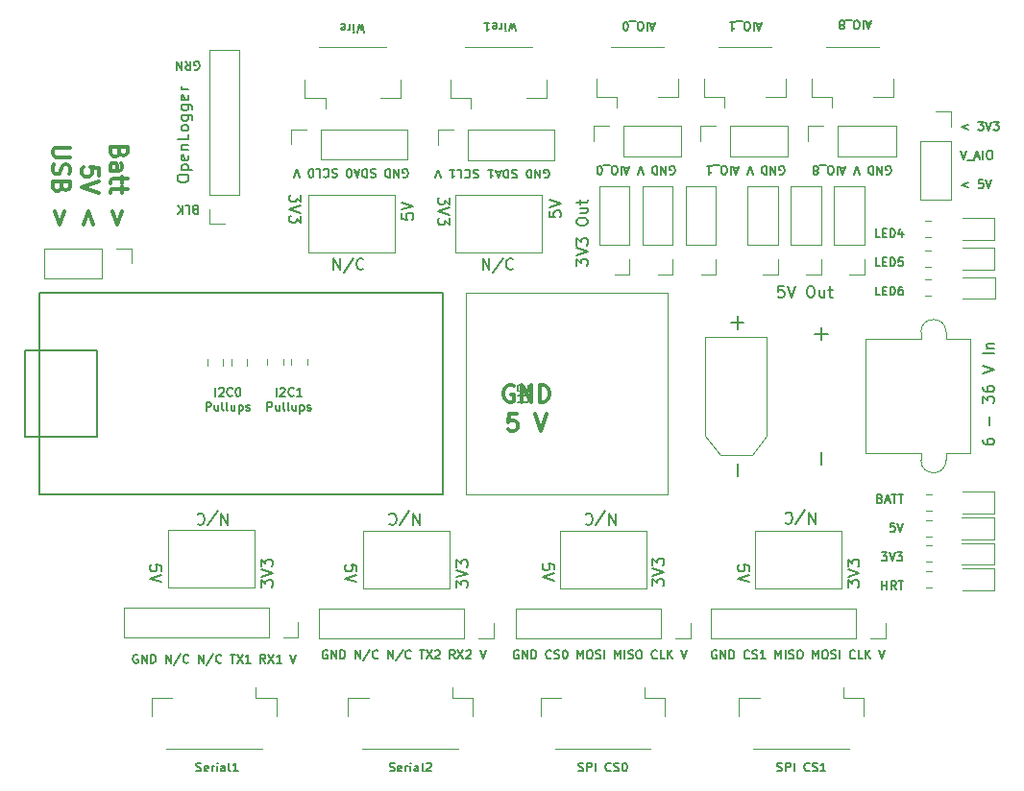
<source format=gto>
G04 #@! TF.GenerationSoftware,KiCad,Pcbnew,(5.1.5)-3*
G04 #@! TF.CreationDate,2022-01-20T10:14:01-08:00*
G04 #@! TF.ProjectId,teensy_breakout,7465656e-7379-45f6-9272-65616b6f7574,rev?*
G04 #@! TF.SameCoordinates,Original*
G04 #@! TF.FileFunction,Legend,Top*
G04 #@! TF.FilePolarity,Positive*
%FSLAX46Y46*%
G04 Gerber Fmt 4.6, Leading zero omitted, Abs format (unit mm)*
G04 Created by KiCad (PCBNEW (5.1.5)-3) date 2022-01-20 10:14:01*
%MOMM*%
%LPD*%
G04 APERTURE LIST*
%ADD10C,0.150000*%
%ADD11C,0.300000*%
%ADD12C,0.200000*%
%ADD13C,0.120000*%
%ADD14C,1.626000*%
%ADD15C,2.102000*%
%ADD16O,1.802000X1.802000*%
%ADD17R,1.802000X1.802000*%
%ADD18C,0.100000*%
%ADD19C,1.702000*%
%ADD20C,3.902000*%
%ADD21R,3.902000X3.902000*%
%ADD22C,3.302000*%
%ADD23C,3.602000*%
%ADD24R,3.602000X3.602000*%
%ADD25C,1.502000*%
G04 APERTURE END LIST*
D10*
X154384000Y-110611000D02*
X154455428Y-110646714D01*
X154562571Y-110646714D01*
X154669714Y-110611000D01*
X154741142Y-110539571D01*
X154776857Y-110468142D01*
X154812571Y-110325285D01*
X154812571Y-110218142D01*
X154776857Y-110075285D01*
X154741142Y-110003857D01*
X154669714Y-109932428D01*
X154562571Y-109896714D01*
X154491142Y-109896714D01*
X154384000Y-109932428D01*
X154348285Y-109968142D01*
X154348285Y-110218142D01*
X154491142Y-110218142D01*
X154026857Y-109896714D02*
X154026857Y-110646714D01*
X153598285Y-109896714D01*
X153598285Y-110646714D01*
X153241142Y-109896714D02*
X153241142Y-110646714D01*
X153062571Y-110646714D01*
X152955428Y-110611000D01*
X152884000Y-110539571D01*
X152848285Y-110468142D01*
X152812571Y-110325285D01*
X152812571Y-110218142D01*
X152848285Y-110075285D01*
X152884000Y-110003857D01*
X152955428Y-109932428D01*
X153062571Y-109896714D01*
X153241142Y-109896714D01*
X152026857Y-110646714D02*
X151776857Y-109896714D01*
X151526857Y-110646714D01*
X150741142Y-110111000D02*
X150384000Y-110111000D01*
X150812571Y-109896714D02*
X150562571Y-110646714D01*
X150312571Y-109896714D01*
X150062571Y-109896714D02*
X150062571Y-110646714D01*
X149562571Y-110646714D02*
X149419714Y-110646714D01*
X149348285Y-110611000D01*
X149276857Y-110539571D01*
X149241142Y-110396714D01*
X149241142Y-110146714D01*
X149276857Y-110003857D01*
X149348285Y-109932428D01*
X149419714Y-109896714D01*
X149562571Y-109896714D01*
X149634000Y-109932428D01*
X149705428Y-110003857D01*
X149741142Y-110146714D01*
X149741142Y-110396714D01*
X149705428Y-110539571D01*
X149634000Y-110611000D01*
X149562571Y-110646714D01*
X149098285Y-109825285D02*
X148526857Y-109825285D01*
X148205428Y-110646714D02*
X148134000Y-110646714D01*
X148062571Y-110611000D01*
X148026857Y-110575285D01*
X147991142Y-110503857D01*
X147955428Y-110361000D01*
X147955428Y-110182428D01*
X147991142Y-110039571D01*
X148026857Y-109968142D01*
X148062571Y-109932428D01*
X148134000Y-109896714D01*
X148205428Y-109896714D01*
X148276857Y-109932428D01*
X148312571Y-109968142D01*
X148348285Y-110039571D01*
X148384000Y-110182428D01*
X148384000Y-110361000D01*
X148348285Y-110503857D01*
X148312571Y-110575285D01*
X148276857Y-110611000D01*
X148205428Y-110646714D01*
X164036000Y-110611000D02*
X164107428Y-110646714D01*
X164214571Y-110646714D01*
X164321714Y-110611000D01*
X164393142Y-110539571D01*
X164428857Y-110468142D01*
X164464571Y-110325285D01*
X164464571Y-110218142D01*
X164428857Y-110075285D01*
X164393142Y-110003857D01*
X164321714Y-109932428D01*
X164214571Y-109896714D01*
X164143142Y-109896714D01*
X164036000Y-109932428D01*
X164000285Y-109968142D01*
X164000285Y-110218142D01*
X164143142Y-110218142D01*
X163678857Y-109896714D02*
X163678857Y-110646714D01*
X163250285Y-109896714D01*
X163250285Y-110646714D01*
X162893142Y-109896714D02*
X162893142Y-110646714D01*
X162714571Y-110646714D01*
X162607428Y-110611000D01*
X162536000Y-110539571D01*
X162500285Y-110468142D01*
X162464571Y-110325285D01*
X162464571Y-110218142D01*
X162500285Y-110075285D01*
X162536000Y-110003857D01*
X162607428Y-109932428D01*
X162714571Y-109896714D01*
X162893142Y-109896714D01*
X161678857Y-110646714D02*
X161428857Y-109896714D01*
X161178857Y-110646714D01*
X160393142Y-110111000D02*
X160036000Y-110111000D01*
X160464571Y-109896714D02*
X160214571Y-110646714D01*
X159964571Y-109896714D01*
X159714571Y-109896714D02*
X159714571Y-110646714D01*
X159214571Y-110646714D02*
X159071714Y-110646714D01*
X159000285Y-110611000D01*
X158928857Y-110539571D01*
X158893142Y-110396714D01*
X158893142Y-110146714D01*
X158928857Y-110003857D01*
X159000285Y-109932428D01*
X159071714Y-109896714D01*
X159214571Y-109896714D01*
X159286000Y-109932428D01*
X159357428Y-110003857D01*
X159393142Y-110146714D01*
X159393142Y-110396714D01*
X159357428Y-110539571D01*
X159286000Y-110611000D01*
X159214571Y-110646714D01*
X158750285Y-109825285D02*
X158178857Y-109825285D01*
X157607428Y-109896714D02*
X158036000Y-109896714D01*
X157821714Y-109896714D02*
X157821714Y-110646714D01*
X157893142Y-110539571D01*
X157964571Y-110468142D01*
X158036000Y-110432428D01*
X180679500Y-106255285D02*
X180108071Y-106469571D01*
X180679500Y-106683857D01*
X181536642Y-106005285D02*
X182000928Y-106005285D01*
X181750928Y-106291000D01*
X181858071Y-106291000D01*
X181929500Y-106326714D01*
X181965214Y-106362428D01*
X182000928Y-106433857D01*
X182000928Y-106612428D01*
X181965214Y-106683857D01*
X181929500Y-106719571D01*
X181858071Y-106755285D01*
X181643785Y-106755285D01*
X181572357Y-106719571D01*
X181536642Y-106683857D01*
X182215214Y-106005285D02*
X182465214Y-106755285D01*
X182715214Y-106005285D01*
X182893785Y-106005285D02*
X183358071Y-106005285D01*
X183108071Y-106291000D01*
X183215214Y-106291000D01*
X183286642Y-106326714D01*
X183322357Y-106362428D01*
X183358071Y-106433857D01*
X183358071Y-106612428D01*
X183322357Y-106683857D01*
X183286642Y-106719571D01*
X183215214Y-106755285D01*
X183000928Y-106755285D01*
X182929500Y-106719571D01*
X182893785Y-106683857D01*
X180000928Y-108555285D02*
X180250928Y-109305285D01*
X180500928Y-108555285D01*
X180572357Y-109376714D02*
X181143785Y-109376714D01*
X181286642Y-109091000D02*
X181643785Y-109091000D01*
X181215214Y-109305285D02*
X181465214Y-108555285D01*
X181715214Y-109305285D01*
X181965214Y-109305285D02*
X181965214Y-108555285D01*
X182465214Y-108555285D02*
X182608071Y-108555285D01*
X182679500Y-108591000D01*
X182750928Y-108662428D01*
X182786642Y-108805285D01*
X182786642Y-109055285D01*
X182750928Y-109198142D01*
X182679500Y-109269571D01*
X182608071Y-109305285D01*
X182465214Y-109305285D01*
X182393785Y-109269571D01*
X182322357Y-109198142D01*
X182286642Y-109055285D01*
X182286642Y-108805285D01*
X182322357Y-108662428D01*
X182393785Y-108591000D01*
X182465214Y-108555285D01*
X180679500Y-111355285D02*
X180108071Y-111569571D01*
X180679500Y-111783857D01*
X181965214Y-111105285D02*
X181608071Y-111105285D01*
X181572357Y-111462428D01*
X181608071Y-111426714D01*
X181679500Y-111391000D01*
X181858071Y-111391000D01*
X181929500Y-111426714D01*
X181965214Y-111462428D01*
X182000928Y-111533857D01*
X182000928Y-111712428D01*
X181965214Y-111783857D01*
X181929500Y-111819571D01*
X181858071Y-111855285D01*
X181679500Y-111855285D01*
X181608071Y-111819571D01*
X181572357Y-111783857D01*
X182215214Y-111105285D02*
X182465214Y-111855285D01*
X182715214Y-111105285D01*
D11*
X140589142Y-129293000D02*
X140446285Y-129221571D01*
X140232000Y-129221571D01*
X140017714Y-129293000D01*
X139874857Y-129435857D01*
X139803428Y-129578714D01*
X139732000Y-129864428D01*
X139732000Y-130078714D01*
X139803428Y-130364428D01*
X139874857Y-130507285D01*
X140017714Y-130650142D01*
X140232000Y-130721571D01*
X140374857Y-130721571D01*
X140589142Y-130650142D01*
X140660571Y-130578714D01*
X140660571Y-130078714D01*
X140374857Y-130078714D01*
X141303428Y-130721571D02*
X141303428Y-129221571D01*
X142160571Y-130721571D01*
X142160571Y-129221571D01*
X142874857Y-130721571D02*
X142874857Y-129221571D01*
X143232000Y-129221571D01*
X143446285Y-129293000D01*
X143589142Y-129435857D01*
X143660571Y-129578714D01*
X143732000Y-129864428D01*
X143732000Y-130078714D01*
X143660571Y-130364428D01*
X143589142Y-130507285D01*
X143446285Y-130650142D01*
X143232000Y-130721571D01*
X142874857Y-130721571D01*
X140874857Y-131771571D02*
X140160571Y-131771571D01*
X140089142Y-132485857D01*
X140160571Y-132414428D01*
X140303428Y-132343000D01*
X140660571Y-132343000D01*
X140803428Y-132414428D01*
X140874857Y-132485857D01*
X140946285Y-132628714D01*
X140946285Y-132985857D01*
X140874857Y-133128714D01*
X140803428Y-133200142D01*
X140660571Y-133271571D01*
X140303428Y-133271571D01*
X140160571Y-133200142D01*
X140089142Y-133128714D01*
X142517714Y-131771571D02*
X143017714Y-133271571D01*
X143517714Y-131771571D01*
D12*
X137890476Y-119052380D02*
X137890476Y-118052380D01*
X138461904Y-119052380D01*
X138461904Y-118052380D01*
X139652380Y-118004761D02*
X138795238Y-119290476D01*
X140557142Y-118957142D02*
X140509523Y-119004761D01*
X140366666Y-119052380D01*
X140271428Y-119052380D01*
X140128571Y-119004761D01*
X140033333Y-118909523D01*
X139985714Y-118814285D01*
X139938095Y-118623809D01*
X139938095Y-118480952D01*
X139985714Y-118290476D01*
X140033333Y-118195238D01*
X140128571Y-118100000D01*
X140271428Y-118052380D01*
X140366666Y-118052380D01*
X140509523Y-118100000D01*
X140557142Y-118147619D01*
X124690476Y-119052380D02*
X124690476Y-118052380D01*
X125261904Y-119052380D01*
X125261904Y-118052380D01*
X126452380Y-118004761D02*
X125595238Y-119290476D01*
X127357142Y-118957142D02*
X127309523Y-119004761D01*
X127166666Y-119052380D01*
X127071428Y-119052380D01*
X126928571Y-119004761D01*
X126833333Y-118909523D01*
X126785714Y-118814285D01*
X126738095Y-118623809D01*
X126738095Y-118480952D01*
X126785714Y-118290476D01*
X126833333Y-118195238D01*
X126928571Y-118100000D01*
X127071428Y-118052380D01*
X127166666Y-118052380D01*
X127309523Y-118100000D01*
X127357142Y-118147619D01*
X167209523Y-140447619D02*
X167209523Y-141447619D01*
X166638095Y-140447619D01*
X166638095Y-141447619D01*
X165447619Y-141495238D02*
X166304761Y-140209523D01*
X164542857Y-140542857D02*
X164590476Y-140495238D01*
X164733333Y-140447619D01*
X164828571Y-140447619D01*
X164971428Y-140495238D01*
X165066666Y-140590476D01*
X165114285Y-140685714D01*
X165161904Y-140876190D01*
X165161904Y-141019047D01*
X165114285Y-141209523D01*
X165066666Y-141304761D01*
X164971428Y-141400000D01*
X164828571Y-141447619D01*
X164733333Y-141447619D01*
X164590476Y-141400000D01*
X164542857Y-141352380D01*
X115409523Y-140547619D02*
X115409523Y-141547619D01*
X114838095Y-140547619D01*
X114838095Y-141547619D01*
X113647619Y-141595238D02*
X114504761Y-140309523D01*
X112742857Y-140642857D02*
X112790476Y-140595238D01*
X112933333Y-140547619D01*
X113028571Y-140547619D01*
X113171428Y-140595238D01*
X113266666Y-140690476D01*
X113314285Y-140785714D01*
X113361904Y-140976190D01*
X113361904Y-141119047D01*
X113314285Y-141309523D01*
X113266666Y-141404761D01*
X113171428Y-141500000D01*
X113028571Y-141547619D01*
X112933333Y-141547619D01*
X112790476Y-141500000D01*
X112742857Y-141452380D01*
X132309523Y-140547619D02*
X132309523Y-141547619D01*
X131738095Y-140547619D01*
X131738095Y-141547619D01*
X130547619Y-141595238D02*
X131404761Y-140309523D01*
X129642857Y-140642857D02*
X129690476Y-140595238D01*
X129833333Y-140547619D01*
X129928571Y-140547619D01*
X130071428Y-140595238D01*
X130166666Y-140690476D01*
X130214285Y-140785714D01*
X130261904Y-140976190D01*
X130261904Y-141119047D01*
X130214285Y-141309523D01*
X130166666Y-141404761D01*
X130071428Y-141500000D01*
X129928571Y-141547619D01*
X129833333Y-141547619D01*
X129690476Y-141500000D01*
X129642857Y-141452380D01*
X149609523Y-140547619D02*
X149609523Y-141547619D01*
X149038095Y-140547619D01*
X149038095Y-141547619D01*
X147847619Y-141595238D02*
X148704761Y-140309523D01*
X146942857Y-140642857D02*
X146990476Y-140595238D01*
X147133333Y-140547619D01*
X147228571Y-140547619D01*
X147371428Y-140595238D01*
X147466666Y-140690476D01*
X147514285Y-140785714D01*
X147561904Y-140976190D01*
X147561904Y-141119047D01*
X147514285Y-141309523D01*
X147466666Y-141404761D01*
X147371428Y-141500000D01*
X147228571Y-141547619D01*
X147133333Y-141547619D01*
X146990476Y-141500000D01*
X146942857Y-141452380D01*
D10*
X172080857Y-97284000D02*
X171723714Y-97284000D01*
X172152285Y-97069714D02*
X171902285Y-97819714D01*
X171652285Y-97069714D01*
X171402285Y-97069714D02*
X171402285Y-97819714D01*
X170902285Y-97819714D02*
X170759428Y-97819714D01*
X170688000Y-97784000D01*
X170616571Y-97712571D01*
X170580857Y-97569714D01*
X170580857Y-97319714D01*
X170616571Y-97176857D01*
X170688000Y-97105428D01*
X170759428Y-97069714D01*
X170902285Y-97069714D01*
X170973714Y-97105428D01*
X171045142Y-97176857D01*
X171080857Y-97319714D01*
X171080857Y-97569714D01*
X171045142Y-97712571D01*
X170973714Y-97784000D01*
X170902285Y-97819714D01*
X170438000Y-96998285D02*
X169866571Y-96998285D01*
X169580857Y-97498285D02*
X169652285Y-97534000D01*
X169688000Y-97569714D01*
X169723714Y-97641142D01*
X169723714Y-97676857D01*
X169688000Y-97748285D01*
X169652285Y-97784000D01*
X169580857Y-97819714D01*
X169438000Y-97819714D01*
X169366571Y-97784000D01*
X169330857Y-97748285D01*
X169295142Y-97676857D01*
X169295142Y-97641142D01*
X169330857Y-97569714D01*
X169366571Y-97534000D01*
X169438000Y-97498285D01*
X169580857Y-97498285D01*
X169652285Y-97462571D01*
X169688000Y-97426857D01*
X169723714Y-97355428D01*
X169723714Y-97212571D01*
X169688000Y-97141142D01*
X169652285Y-97105428D01*
X169580857Y-97069714D01*
X169438000Y-97069714D01*
X169366571Y-97105428D01*
X169330857Y-97141142D01*
X169295142Y-97212571D01*
X169295142Y-97355428D01*
X169330857Y-97426857D01*
X169366571Y-97462571D01*
X169438000Y-97498285D01*
X162428857Y-97411000D02*
X162071714Y-97411000D01*
X162500285Y-97196714D02*
X162250285Y-97946714D01*
X162000285Y-97196714D01*
X161750285Y-97196714D02*
X161750285Y-97946714D01*
X161250285Y-97946714D02*
X161107428Y-97946714D01*
X161036000Y-97911000D01*
X160964571Y-97839571D01*
X160928857Y-97696714D01*
X160928857Y-97446714D01*
X160964571Y-97303857D01*
X161036000Y-97232428D01*
X161107428Y-97196714D01*
X161250285Y-97196714D01*
X161321714Y-97232428D01*
X161393142Y-97303857D01*
X161428857Y-97446714D01*
X161428857Y-97696714D01*
X161393142Y-97839571D01*
X161321714Y-97911000D01*
X161250285Y-97946714D01*
X160786000Y-97125285D02*
X160214571Y-97125285D01*
X159643142Y-97196714D02*
X160071714Y-97196714D01*
X159857428Y-97196714D02*
X159857428Y-97946714D01*
X159928857Y-97839571D01*
X160000285Y-97768142D01*
X160071714Y-97732428D01*
X153030857Y-97411000D02*
X152673714Y-97411000D01*
X153102285Y-97196714D02*
X152852285Y-97946714D01*
X152602285Y-97196714D01*
X152352285Y-97196714D02*
X152352285Y-97946714D01*
X151852285Y-97946714D02*
X151709428Y-97946714D01*
X151638000Y-97911000D01*
X151566571Y-97839571D01*
X151530857Y-97696714D01*
X151530857Y-97446714D01*
X151566571Y-97303857D01*
X151638000Y-97232428D01*
X151709428Y-97196714D01*
X151852285Y-97196714D01*
X151923714Y-97232428D01*
X151995142Y-97303857D01*
X152030857Y-97446714D01*
X152030857Y-97696714D01*
X151995142Y-97839571D01*
X151923714Y-97911000D01*
X151852285Y-97946714D01*
X151388000Y-97125285D02*
X150816571Y-97125285D01*
X150495142Y-97946714D02*
X150423714Y-97946714D01*
X150352285Y-97911000D01*
X150316571Y-97875285D01*
X150280857Y-97803857D01*
X150245142Y-97661000D01*
X150245142Y-97482428D01*
X150280857Y-97339571D01*
X150316571Y-97268142D01*
X150352285Y-97232428D01*
X150423714Y-97196714D01*
X150495142Y-97196714D01*
X150566571Y-97232428D01*
X150602285Y-97268142D01*
X150638000Y-97339571D01*
X150673714Y-97482428D01*
X150673714Y-97661000D01*
X150638000Y-97803857D01*
X150602285Y-97875285D01*
X150566571Y-97911000D01*
X150495142Y-97946714D01*
X140810714Y-98010714D02*
X140632142Y-97260714D01*
X140489285Y-97796428D01*
X140346428Y-97260714D01*
X140167857Y-98010714D01*
X139882142Y-97260714D02*
X139882142Y-97760714D01*
X139882142Y-98010714D02*
X139917857Y-97975000D01*
X139882142Y-97939285D01*
X139846428Y-97975000D01*
X139882142Y-98010714D01*
X139882142Y-97939285D01*
X139525000Y-97260714D02*
X139525000Y-97760714D01*
X139525000Y-97617857D02*
X139489285Y-97689285D01*
X139453571Y-97725000D01*
X139382142Y-97760714D01*
X139310714Y-97760714D01*
X138775000Y-97296428D02*
X138846428Y-97260714D01*
X138989285Y-97260714D01*
X139060714Y-97296428D01*
X139096428Y-97367857D01*
X139096428Y-97653571D01*
X139060714Y-97725000D01*
X138989285Y-97760714D01*
X138846428Y-97760714D01*
X138775000Y-97725000D01*
X138739285Y-97653571D01*
X138739285Y-97582142D01*
X139096428Y-97510714D01*
X138025000Y-97260714D02*
X138453571Y-97260714D01*
X138239285Y-97260714D02*
X138239285Y-98010714D01*
X138310714Y-97903571D01*
X138382142Y-97832142D01*
X138453571Y-97796428D01*
X127453571Y-98110714D02*
X127275000Y-97360714D01*
X127132142Y-97896428D01*
X126989285Y-97360714D01*
X126810714Y-98110714D01*
X126525000Y-97360714D02*
X126525000Y-97860714D01*
X126525000Y-98110714D02*
X126560714Y-98075000D01*
X126525000Y-98039285D01*
X126489285Y-98075000D01*
X126525000Y-98110714D01*
X126525000Y-98039285D01*
X126167857Y-97360714D02*
X126167857Y-97860714D01*
X126167857Y-97717857D02*
X126132142Y-97789285D01*
X126096428Y-97825000D01*
X126025000Y-97860714D01*
X125953571Y-97860714D01*
X125417857Y-97396428D02*
X125489285Y-97360714D01*
X125632142Y-97360714D01*
X125703571Y-97396428D01*
X125739285Y-97467857D01*
X125739285Y-97753571D01*
X125703571Y-97825000D01*
X125632142Y-97860714D01*
X125489285Y-97860714D01*
X125417857Y-97825000D01*
X125382142Y-97753571D01*
X125382142Y-97682142D01*
X125739285Y-97610714D01*
X163807142Y-163253571D02*
X163914285Y-163289285D01*
X164092857Y-163289285D01*
X164164285Y-163253571D01*
X164200000Y-163217857D01*
X164235714Y-163146428D01*
X164235714Y-163075000D01*
X164200000Y-163003571D01*
X164164285Y-162967857D01*
X164092857Y-162932142D01*
X163950000Y-162896428D01*
X163878571Y-162860714D01*
X163842857Y-162825000D01*
X163807142Y-162753571D01*
X163807142Y-162682142D01*
X163842857Y-162610714D01*
X163878571Y-162575000D01*
X163950000Y-162539285D01*
X164128571Y-162539285D01*
X164235714Y-162575000D01*
X164557142Y-163289285D02*
X164557142Y-162539285D01*
X164842857Y-162539285D01*
X164914285Y-162575000D01*
X164950000Y-162610714D01*
X164985714Y-162682142D01*
X164985714Y-162789285D01*
X164950000Y-162860714D01*
X164914285Y-162896428D01*
X164842857Y-162932142D01*
X164557142Y-162932142D01*
X165307142Y-163289285D02*
X165307142Y-162539285D01*
X166664285Y-163217857D02*
X166628571Y-163253571D01*
X166521428Y-163289285D01*
X166450000Y-163289285D01*
X166342857Y-163253571D01*
X166271428Y-163182142D01*
X166235714Y-163110714D01*
X166200000Y-162967857D01*
X166200000Y-162860714D01*
X166235714Y-162717857D01*
X166271428Y-162646428D01*
X166342857Y-162575000D01*
X166450000Y-162539285D01*
X166521428Y-162539285D01*
X166628571Y-162575000D01*
X166664285Y-162610714D01*
X166950000Y-163253571D02*
X167057142Y-163289285D01*
X167235714Y-163289285D01*
X167307142Y-163253571D01*
X167342857Y-163217857D01*
X167378571Y-163146428D01*
X167378571Y-163075000D01*
X167342857Y-163003571D01*
X167307142Y-162967857D01*
X167235714Y-162932142D01*
X167092857Y-162896428D01*
X167021428Y-162860714D01*
X166985714Y-162825000D01*
X166950000Y-162753571D01*
X166950000Y-162682142D01*
X166985714Y-162610714D01*
X167021428Y-162575000D01*
X167092857Y-162539285D01*
X167271428Y-162539285D01*
X167378571Y-162575000D01*
X168092857Y-163289285D02*
X167664285Y-163289285D01*
X167878571Y-163289285D02*
X167878571Y-162539285D01*
X167807142Y-162646428D01*
X167735714Y-162717857D01*
X167664285Y-162753571D01*
X146307142Y-163253571D02*
X146414285Y-163289285D01*
X146592857Y-163289285D01*
X146664285Y-163253571D01*
X146700000Y-163217857D01*
X146735714Y-163146428D01*
X146735714Y-163075000D01*
X146700000Y-163003571D01*
X146664285Y-162967857D01*
X146592857Y-162932142D01*
X146450000Y-162896428D01*
X146378571Y-162860714D01*
X146342857Y-162825000D01*
X146307142Y-162753571D01*
X146307142Y-162682142D01*
X146342857Y-162610714D01*
X146378571Y-162575000D01*
X146450000Y-162539285D01*
X146628571Y-162539285D01*
X146735714Y-162575000D01*
X147057142Y-163289285D02*
X147057142Y-162539285D01*
X147342857Y-162539285D01*
X147414285Y-162575000D01*
X147450000Y-162610714D01*
X147485714Y-162682142D01*
X147485714Y-162789285D01*
X147450000Y-162860714D01*
X147414285Y-162896428D01*
X147342857Y-162932142D01*
X147057142Y-162932142D01*
X147807142Y-163289285D02*
X147807142Y-162539285D01*
X149164285Y-163217857D02*
X149128571Y-163253571D01*
X149021428Y-163289285D01*
X148950000Y-163289285D01*
X148842857Y-163253571D01*
X148771428Y-163182142D01*
X148735714Y-163110714D01*
X148700000Y-162967857D01*
X148700000Y-162860714D01*
X148735714Y-162717857D01*
X148771428Y-162646428D01*
X148842857Y-162575000D01*
X148950000Y-162539285D01*
X149021428Y-162539285D01*
X149128571Y-162575000D01*
X149164285Y-162610714D01*
X149450000Y-163253571D02*
X149557142Y-163289285D01*
X149735714Y-163289285D01*
X149807142Y-163253571D01*
X149842857Y-163217857D01*
X149878571Y-163146428D01*
X149878571Y-163075000D01*
X149842857Y-163003571D01*
X149807142Y-162967857D01*
X149735714Y-162932142D01*
X149592857Y-162896428D01*
X149521428Y-162860714D01*
X149485714Y-162825000D01*
X149450000Y-162753571D01*
X149450000Y-162682142D01*
X149485714Y-162610714D01*
X149521428Y-162575000D01*
X149592857Y-162539285D01*
X149771428Y-162539285D01*
X149878571Y-162575000D01*
X150342857Y-162539285D02*
X150414285Y-162539285D01*
X150485714Y-162575000D01*
X150521428Y-162610714D01*
X150557142Y-162682142D01*
X150592857Y-162825000D01*
X150592857Y-163003571D01*
X150557142Y-163146428D01*
X150521428Y-163217857D01*
X150485714Y-163253571D01*
X150414285Y-163289285D01*
X150342857Y-163289285D01*
X150271428Y-163253571D01*
X150235714Y-163217857D01*
X150200000Y-163146428D01*
X150164285Y-163003571D01*
X150164285Y-162825000D01*
X150200000Y-162682142D01*
X150235714Y-162610714D01*
X150271428Y-162575000D01*
X150342857Y-162539285D01*
X129660714Y-163253571D02*
X129767857Y-163289285D01*
X129946428Y-163289285D01*
X130017857Y-163253571D01*
X130053571Y-163217857D01*
X130089285Y-163146428D01*
X130089285Y-163075000D01*
X130053571Y-163003571D01*
X130017857Y-162967857D01*
X129946428Y-162932142D01*
X129803571Y-162896428D01*
X129732142Y-162860714D01*
X129696428Y-162825000D01*
X129660714Y-162753571D01*
X129660714Y-162682142D01*
X129696428Y-162610714D01*
X129732142Y-162575000D01*
X129803571Y-162539285D01*
X129982142Y-162539285D01*
X130089285Y-162575000D01*
X130696428Y-163253571D02*
X130625000Y-163289285D01*
X130482142Y-163289285D01*
X130410714Y-163253571D01*
X130375000Y-163182142D01*
X130375000Y-162896428D01*
X130410714Y-162825000D01*
X130482142Y-162789285D01*
X130625000Y-162789285D01*
X130696428Y-162825000D01*
X130732142Y-162896428D01*
X130732142Y-162967857D01*
X130375000Y-163039285D01*
X131053571Y-163289285D02*
X131053571Y-162789285D01*
X131053571Y-162932142D02*
X131089285Y-162860714D01*
X131125000Y-162825000D01*
X131196428Y-162789285D01*
X131267857Y-162789285D01*
X131517857Y-163289285D02*
X131517857Y-162789285D01*
X131517857Y-162539285D02*
X131482142Y-162575000D01*
X131517857Y-162610714D01*
X131553571Y-162575000D01*
X131517857Y-162539285D01*
X131517857Y-162610714D01*
X132196428Y-163289285D02*
X132196428Y-162896428D01*
X132160714Y-162825000D01*
X132089285Y-162789285D01*
X131946428Y-162789285D01*
X131875000Y-162825000D01*
X132196428Y-163253571D02*
X132125000Y-163289285D01*
X131946428Y-163289285D01*
X131875000Y-163253571D01*
X131839285Y-163182142D01*
X131839285Y-163110714D01*
X131875000Y-163039285D01*
X131946428Y-163003571D01*
X132125000Y-163003571D01*
X132196428Y-162967857D01*
X132660714Y-163289285D02*
X132589285Y-163253571D01*
X132553571Y-163182142D01*
X132553571Y-162539285D01*
X132910714Y-162610714D02*
X132946428Y-162575000D01*
X133017857Y-162539285D01*
X133196428Y-162539285D01*
X133267857Y-162575000D01*
X133303571Y-162610714D01*
X133339285Y-162682142D01*
X133339285Y-162753571D01*
X133303571Y-162860714D01*
X132875000Y-163289285D01*
X133339285Y-163289285D01*
X112610714Y-163253571D02*
X112717857Y-163289285D01*
X112896428Y-163289285D01*
X112967857Y-163253571D01*
X113003571Y-163217857D01*
X113039285Y-163146428D01*
X113039285Y-163075000D01*
X113003571Y-163003571D01*
X112967857Y-162967857D01*
X112896428Y-162932142D01*
X112753571Y-162896428D01*
X112682142Y-162860714D01*
X112646428Y-162825000D01*
X112610714Y-162753571D01*
X112610714Y-162682142D01*
X112646428Y-162610714D01*
X112682142Y-162575000D01*
X112753571Y-162539285D01*
X112932142Y-162539285D01*
X113039285Y-162575000D01*
X113646428Y-163253571D02*
X113575000Y-163289285D01*
X113432142Y-163289285D01*
X113360714Y-163253571D01*
X113325000Y-163182142D01*
X113325000Y-162896428D01*
X113360714Y-162825000D01*
X113432142Y-162789285D01*
X113575000Y-162789285D01*
X113646428Y-162825000D01*
X113682142Y-162896428D01*
X113682142Y-162967857D01*
X113325000Y-163039285D01*
X114003571Y-163289285D02*
X114003571Y-162789285D01*
X114003571Y-162932142D02*
X114039285Y-162860714D01*
X114075000Y-162825000D01*
X114146428Y-162789285D01*
X114217857Y-162789285D01*
X114467857Y-163289285D02*
X114467857Y-162789285D01*
X114467857Y-162539285D02*
X114432142Y-162575000D01*
X114467857Y-162610714D01*
X114503571Y-162575000D01*
X114467857Y-162539285D01*
X114467857Y-162610714D01*
X115146428Y-163289285D02*
X115146428Y-162896428D01*
X115110714Y-162825000D01*
X115039285Y-162789285D01*
X114896428Y-162789285D01*
X114825000Y-162825000D01*
X115146428Y-163253571D02*
X115075000Y-163289285D01*
X114896428Y-163289285D01*
X114825000Y-163253571D01*
X114789285Y-163182142D01*
X114789285Y-163110714D01*
X114825000Y-163039285D01*
X114896428Y-163003571D01*
X115075000Y-163003571D01*
X115146428Y-162967857D01*
X115610714Y-163289285D02*
X115539285Y-163253571D01*
X115503571Y-163182142D01*
X115503571Y-162539285D01*
X116289285Y-163289285D02*
X115860714Y-163289285D01*
X116075000Y-163289285D02*
X116075000Y-162539285D01*
X116003571Y-162646428D01*
X115932142Y-162717857D01*
X115860714Y-162753571D01*
X119710714Y-130201785D02*
X119710714Y-129451785D01*
X120032142Y-129523214D02*
X120067857Y-129487500D01*
X120139285Y-129451785D01*
X120317857Y-129451785D01*
X120389285Y-129487500D01*
X120425000Y-129523214D01*
X120460714Y-129594642D01*
X120460714Y-129666071D01*
X120425000Y-129773214D01*
X119996428Y-130201785D01*
X120460714Y-130201785D01*
X121210714Y-130130357D02*
X121175000Y-130166071D01*
X121067857Y-130201785D01*
X120996428Y-130201785D01*
X120889285Y-130166071D01*
X120817857Y-130094642D01*
X120782142Y-130023214D01*
X120746428Y-129880357D01*
X120746428Y-129773214D01*
X120782142Y-129630357D01*
X120817857Y-129558928D01*
X120889285Y-129487500D01*
X120996428Y-129451785D01*
X121067857Y-129451785D01*
X121175000Y-129487500D01*
X121210714Y-129523214D01*
X121925000Y-130201785D02*
X121496428Y-130201785D01*
X121710714Y-130201785D02*
X121710714Y-129451785D01*
X121639285Y-129558928D01*
X121567857Y-129630357D01*
X121496428Y-129666071D01*
X118889285Y-131476785D02*
X118889285Y-130726785D01*
X119175000Y-130726785D01*
X119246428Y-130762500D01*
X119282142Y-130798214D01*
X119317857Y-130869642D01*
X119317857Y-130976785D01*
X119282142Y-131048214D01*
X119246428Y-131083928D01*
X119175000Y-131119642D01*
X118889285Y-131119642D01*
X119960714Y-130976785D02*
X119960714Y-131476785D01*
X119639285Y-130976785D02*
X119639285Y-131369642D01*
X119675000Y-131441071D01*
X119746428Y-131476785D01*
X119853571Y-131476785D01*
X119925000Y-131441071D01*
X119960714Y-131405357D01*
X120425000Y-131476785D02*
X120353571Y-131441071D01*
X120317857Y-131369642D01*
X120317857Y-130726785D01*
X120817857Y-131476785D02*
X120746428Y-131441071D01*
X120710714Y-131369642D01*
X120710714Y-130726785D01*
X121425000Y-130976785D02*
X121425000Y-131476785D01*
X121103571Y-130976785D02*
X121103571Y-131369642D01*
X121139285Y-131441071D01*
X121210714Y-131476785D01*
X121317857Y-131476785D01*
X121389285Y-131441071D01*
X121425000Y-131405357D01*
X121782142Y-130976785D02*
X121782142Y-131726785D01*
X121782142Y-131012500D02*
X121853571Y-130976785D01*
X121996428Y-130976785D01*
X122067857Y-131012500D01*
X122103571Y-131048214D01*
X122139285Y-131119642D01*
X122139285Y-131333928D01*
X122103571Y-131405357D01*
X122067857Y-131441071D01*
X121996428Y-131476785D01*
X121853571Y-131476785D01*
X121782142Y-131441071D01*
X122425000Y-131441071D02*
X122496428Y-131476785D01*
X122639285Y-131476785D01*
X122710714Y-131441071D01*
X122746428Y-131369642D01*
X122746428Y-131333928D01*
X122710714Y-131262500D01*
X122639285Y-131226785D01*
X122532142Y-131226785D01*
X122460714Y-131191071D01*
X122425000Y-131119642D01*
X122425000Y-131083928D01*
X122460714Y-131012500D01*
X122532142Y-130976785D01*
X122639285Y-130976785D01*
X122710714Y-131012500D01*
X114310714Y-130201785D02*
X114310714Y-129451785D01*
X114632142Y-129523214D02*
X114667857Y-129487500D01*
X114739285Y-129451785D01*
X114917857Y-129451785D01*
X114989285Y-129487500D01*
X115025000Y-129523214D01*
X115060714Y-129594642D01*
X115060714Y-129666071D01*
X115025000Y-129773214D01*
X114596428Y-130201785D01*
X115060714Y-130201785D01*
X115810714Y-130130357D02*
X115775000Y-130166071D01*
X115667857Y-130201785D01*
X115596428Y-130201785D01*
X115489285Y-130166071D01*
X115417857Y-130094642D01*
X115382142Y-130023214D01*
X115346428Y-129880357D01*
X115346428Y-129773214D01*
X115382142Y-129630357D01*
X115417857Y-129558928D01*
X115489285Y-129487500D01*
X115596428Y-129451785D01*
X115667857Y-129451785D01*
X115775000Y-129487500D01*
X115810714Y-129523214D01*
X116275000Y-129451785D02*
X116346428Y-129451785D01*
X116417857Y-129487500D01*
X116453571Y-129523214D01*
X116489285Y-129594642D01*
X116525000Y-129737500D01*
X116525000Y-129916071D01*
X116489285Y-130058928D01*
X116453571Y-130130357D01*
X116417857Y-130166071D01*
X116346428Y-130201785D01*
X116275000Y-130201785D01*
X116203571Y-130166071D01*
X116167857Y-130130357D01*
X116132142Y-130058928D01*
X116096428Y-129916071D01*
X116096428Y-129737500D01*
X116132142Y-129594642D01*
X116167857Y-129523214D01*
X116203571Y-129487500D01*
X116275000Y-129451785D01*
X113489285Y-131476785D02*
X113489285Y-130726785D01*
X113775000Y-130726785D01*
X113846428Y-130762500D01*
X113882142Y-130798214D01*
X113917857Y-130869642D01*
X113917857Y-130976785D01*
X113882142Y-131048214D01*
X113846428Y-131083928D01*
X113775000Y-131119642D01*
X113489285Y-131119642D01*
X114560714Y-130976785D02*
X114560714Y-131476785D01*
X114239285Y-130976785D02*
X114239285Y-131369642D01*
X114275000Y-131441071D01*
X114346428Y-131476785D01*
X114453571Y-131476785D01*
X114525000Y-131441071D01*
X114560714Y-131405357D01*
X115025000Y-131476785D02*
X114953571Y-131441071D01*
X114917857Y-131369642D01*
X114917857Y-130726785D01*
X115417857Y-131476785D02*
X115346428Y-131441071D01*
X115310714Y-131369642D01*
X115310714Y-130726785D01*
X116025000Y-130976785D02*
X116025000Y-131476785D01*
X115703571Y-130976785D02*
X115703571Y-131369642D01*
X115739285Y-131441071D01*
X115810714Y-131476785D01*
X115917857Y-131476785D01*
X115989285Y-131441071D01*
X116025000Y-131405357D01*
X116382142Y-130976785D02*
X116382142Y-131726785D01*
X116382142Y-131012500D02*
X116453571Y-130976785D01*
X116596428Y-130976785D01*
X116667857Y-131012500D01*
X116703571Y-131048214D01*
X116739285Y-131119642D01*
X116739285Y-131333928D01*
X116703571Y-131405357D01*
X116667857Y-131441071D01*
X116596428Y-131476785D01*
X116453571Y-131476785D01*
X116382142Y-131441071D01*
X117025000Y-131441071D02*
X117096428Y-131476785D01*
X117239285Y-131476785D01*
X117310714Y-131441071D01*
X117346428Y-131369642D01*
X117346428Y-131333928D01*
X117310714Y-131262500D01*
X117239285Y-131226785D01*
X117132142Y-131226785D01*
X117060714Y-131191071D01*
X117025000Y-131119642D01*
X117025000Y-131083928D01*
X117060714Y-131012500D01*
X117132142Y-130976785D01*
X117239285Y-130976785D01*
X117310714Y-131012500D01*
X173434000Y-110611000D02*
X173505428Y-110646714D01*
X173612571Y-110646714D01*
X173719714Y-110611000D01*
X173791142Y-110539571D01*
X173826857Y-110468142D01*
X173862571Y-110325285D01*
X173862571Y-110218142D01*
X173826857Y-110075285D01*
X173791142Y-110003857D01*
X173719714Y-109932428D01*
X173612571Y-109896714D01*
X173541142Y-109896714D01*
X173434000Y-109932428D01*
X173398285Y-109968142D01*
X173398285Y-110218142D01*
X173541142Y-110218142D01*
X173076857Y-109896714D02*
X173076857Y-110646714D01*
X172648285Y-109896714D01*
X172648285Y-110646714D01*
X172291142Y-109896714D02*
X172291142Y-110646714D01*
X172112571Y-110646714D01*
X172005428Y-110611000D01*
X171934000Y-110539571D01*
X171898285Y-110468142D01*
X171862571Y-110325285D01*
X171862571Y-110218142D01*
X171898285Y-110075285D01*
X171934000Y-110003857D01*
X172005428Y-109932428D01*
X172112571Y-109896714D01*
X172291142Y-109896714D01*
X171076857Y-110646714D02*
X170826857Y-109896714D01*
X170576857Y-110646714D01*
X169791142Y-110111000D02*
X169434000Y-110111000D01*
X169862571Y-109896714D02*
X169612571Y-110646714D01*
X169362571Y-109896714D01*
X169112571Y-109896714D02*
X169112571Y-110646714D01*
X168612571Y-110646714D02*
X168469714Y-110646714D01*
X168398285Y-110611000D01*
X168326857Y-110539571D01*
X168291142Y-110396714D01*
X168291142Y-110146714D01*
X168326857Y-110003857D01*
X168398285Y-109932428D01*
X168469714Y-109896714D01*
X168612571Y-109896714D01*
X168684000Y-109932428D01*
X168755428Y-110003857D01*
X168791142Y-110146714D01*
X168791142Y-110396714D01*
X168755428Y-110539571D01*
X168684000Y-110611000D01*
X168612571Y-110646714D01*
X168148285Y-109825285D02*
X167576857Y-109825285D01*
X167291142Y-110325285D02*
X167362571Y-110361000D01*
X167398285Y-110396714D01*
X167434000Y-110468142D01*
X167434000Y-110503857D01*
X167398285Y-110575285D01*
X167362571Y-110611000D01*
X167291142Y-110646714D01*
X167148285Y-110646714D01*
X167076857Y-110611000D01*
X167041142Y-110575285D01*
X167005428Y-110503857D01*
X167005428Y-110468142D01*
X167041142Y-110396714D01*
X167076857Y-110361000D01*
X167148285Y-110325285D01*
X167291142Y-110325285D01*
X167362571Y-110289571D01*
X167398285Y-110253857D01*
X167434000Y-110182428D01*
X167434000Y-110039571D01*
X167398285Y-109968142D01*
X167362571Y-109932428D01*
X167291142Y-109896714D01*
X167148285Y-109896714D01*
X167076857Y-109932428D01*
X167041142Y-109968142D01*
X167005428Y-110039571D01*
X167005428Y-110182428D01*
X167041142Y-110253857D01*
X167076857Y-110289571D01*
X167148285Y-110325285D01*
D12*
X110952380Y-111078571D02*
X110952380Y-110888095D01*
X111000000Y-110792857D01*
X111095238Y-110697619D01*
X111285714Y-110650000D01*
X111619047Y-110650000D01*
X111809523Y-110697619D01*
X111904761Y-110792857D01*
X111952380Y-110888095D01*
X111952380Y-111078571D01*
X111904761Y-111173809D01*
X111809523Y-111269047D01*
X111619047Y-111316666D01*
X111285714Y-111316666D01*
X111095238Y-111269047D01*
X111000000Y-111173809D01*
X110952380Y-111078571D01*
X111285714Y-110221428D02*
X112285714Y-110221428D01*
X111333333Y-110221428D02*
X111285714Y-110126190D01*
X111285714Y-109935714D01*
X111333333Y-109840476D01*
X111380952Y-109792857D01*
X111476190Y-109745238D01*
X111761904Y-109745238D01*
X111857142Y-109792857D01*
X111904761Y-109840476D01*
X111952380Y-109935714D01*
X111952380Y-110126190D01*
X111904761Y-110221428D01*
X111904761Y-108935714D02*
X111952380Y-109030952D01*
X111952380Y-109221428D01*
X111904761Y-109316666D01*
X111809523Y-109364285D01*
X111428571Y-109364285D01*
X111333333Y-109316666D01*
X111285714Y-109221428D01*
X111285714Y-109030952D01*
X111333333Y-108935714D01*
X111428571Y-108888095D01*
X111523809Y-108888095D01*
X111619047Y-109364285D01*
X111285714Y-108459523D02*
X111952380Y-108459523D01*
X111380952Y-108459523D02*
X111333333Y-108411904D01*
X111285714Y-108316666D01*
X111285714Y-108173809D01*
X111333333Y-108078571D01*
X111428571Y-108030952D01*
X111952380Y-108030952D01*
X111952380Y-107078571D02*
X111952380Y-107554761D01*
X110952380Y-107554761D01*
X111952380Y-106602380D02*
X111904761Y-106697619D01*
X111857142Y-106745238D01*
X111761904Y-106792857D01*
X111476190Y-106792857D01*
X111380952Y-106745238D01*
X111333333Y-106697619D01*
X111285714Y-106602380D01*
X111285714Y-106459523D01*
X111333333Y-106364285D01*
X111380952Y-106316666D01*
X111476190Y-106269047D01*
X111761904Y-106269047D01*
X111857142Y-106316666D01*
X111904761Y-106364285D01*
X111952380Y-106459523D01*
X111952380Y-106602380D01*
X111285714Y-105411904D02*
X112095238Y-105411904D01*
X112190476Y-105459523D01*
X112238095Y-105507142D01*
X112285714Y-105602380D01*
X112285714Y-105745238D01*
X112238095Y-105840476D01*
X111904761Y-105411904D02*
X111952380Y-105507142D01*
X111952380Y-105697619D01*
X111904761Y-105792857D01*
X111857142Y-105840476D01*
X111761904Y-105888095D01*
X111476190Y-105888095D01*
X111380952Y-105840476D01*
X111333333Y-105792857D01*
X111285714Y-105697619D01*
X111285714Y-105507142D01*
X111333333Y-105411904D01*
X111285714Y-104507142D02*
X112095238Y-104507142D01*
X112190476Y-104554761D01*
X112238095Y-104602380D01*
X112285714Y-104697619D01*
X112285714Y-104840476D01*
X112238095Y-104935714D01*
X111904761Y-104507142D02*
X111952380Y-104602380D01*
X111952380Y-104792857D01*
X111904761Y-104888095D01*
X111857142Y-104935714D01*
X111761904Y-104983333D01*
X111476190Y-104983333D01*
X111380952Y-104935714D01*
X111333333Y-104888095D01*
X111285714Y-104792857D01*
X111285714Y-104602380D01*
X111333333Y-104507142D01*
X111904761Y-103650000D02*
X111952380Y-103745238D01*
X111952380Y-103935714D01*
X111904761Y-104030952D01*
X111809523Y-104078571D01*
X111428571Y-104078571D01*
X111333333Y-104030952D01*
X111285714Y-103935714D01*
X111285714Y-103745238D01*
X111333333Y-103650000D01*
X111428571Y-103602380D01*
X111523809Y-103602380D01*
X111619047Y-104078571D01*
X111952380Y-103173809D02*
X111285714Y-103173809D01*
X111476190Y-103173809D02*
X111380952Y-103126190D01*
X111333333Y-103078571D01*
X111285714Y-102983333D01*
X111285714Y-102888095D01*
D10*
X172895357Y-139221428D02*
X173002500Y-139257142D01*
X173038214Y-139292857D01*
X173073928Y-139364285D01*
X173073928Y-139471428D01*
X173038214Y-139542857D01*
X173002500Y-139578571D01*
X172931071Y-139614285D01*
X172645357Y-139614285D01*
X172645357Y-138864285D01*
X172895357Y-138864285D01*
X172966785Y-138900000D01*
X173002500Y-138935714D01*
X173038214Y-139007142D01*
X173038214Y-139078571D01*
X173002500Y-139150000D01*
X172966785Y-139185714D01*
X172895357Y-139221428D01*
X172645357Y-139221428D01*
X173359642Y-139400000D02*
X173716785Y-139400000D01*
X173288214Y-139614285D02*
X173538214Y-138864285D01*
X173788214Y-139614285D01*
X173931071Y-138864285D02*
X174359642Y-138864285D01*
X174145357Y-139614285D02*
X174145357Y-138864285D01*
X174502500Y-138864285D02*
X174931071Y-138864285D01*
X174716785Y-139614285D02*
X174716785Y-138864285D01*
X174181071Y-141414285D02*
X173823928Y-141414285D01*
X173788214Y-141771428D01*
X173823928Y-141735714D01*
X173895357Y-141700000D01*
X174073928Y-141700000D01*
X174145357Y-141735714D01*
X174181071Y-141771428D01*
X174216785Y-141842857D01*
X174216785Y-142021428D01*
X174181071Y-142092857D01*
X174145357Y-142128571D01*
X174073928Y-142164285D01*
X173895357Y-142164285D01*
X173823928Y-142128571D01*
X173788214Y-142092857D01*
X174431071Y-141414285D02*
X174681071Y-142164285D01*
X174931071Y-141414285D01*
X173038214Y-143964285D02*
X173502500Y-143964285D01*
X173252500Y-144250000D01*
X173359642Y-144250000D01*
X173431071Y-144285714D01*
X173466785Y-144321428D01*
X173502500Y-144392857D01*
X173502500Y-144571428D01*
X173466785Y-144642857D01*
X173431071Y-144678571D01*
X173359642Y-144714285D01*
X173145357Y-144714285D01*
X173073928Y-144678571D01*
X173038214Y-144642857D01*
X173716785Y-143964285D02*
X173966785Y-144714285D01*
X174216785Y-143964285D01*
X174395357Y-143964285D02*
X174859642Y-143964285D01*
X174609642Y-144250000D01*
X174716785Y-144250000D01*
X174788214Y-144285714D01*
X174823928Y-144321428D01*
X174859642Y-144392857D01*
X174859642Y-144571428D01*
X174823928Y-144642857D01*
X174788214Y-144678571D01*
X174716785Y-144714285D01*
X174502500Y-144714285D01*
X174431071Y-144678571D01*
X174395357Y-144642857D01*
X173073928Y-147264285D02*
X173073928Y-146514285D01*
X173073928Y-146871428D02*
X173502500Y-146871428D01*
X173502500Y-147264285D02*
X173502500Y-146514285D01*
X174288214Y-147264285D02*
X174038214Y-146907142D01*
X173859642Y-147264285D02*
X173859642Y-146514285D01*
X174145357Y-146514285D01*
X174216785Y-146550000D01*
X174252500Y-146585714D01*
X174288214Y-146657142D01*
X174288214Y-146764285D01*
X174252500Y-146835714D01*
X174216785Y-146871428D01*
X174145357Y-146907142D01*
X173859642Y-146907142D01*
X174502500Y-146514285D02*
X174931071Y-146514285D01*
X174716785Y-147264285D02*
X174716785Y-146514285D01*
X172860714Y-116189285D02*
X172503571Y-116189285D01*
X172503571Y-115439285D01*
X173110714Y-115796428D02*
X173360714Y-115796428D01*
X173467857Y-116189285D02*
X173110714Y-116189285D01*
X173110714Y-115439285D01*
X173467857Y-115439285D01*
X173789285Y-116189285D02*
X173789285Y-115439285D01*
X173967857Y-115439285D01*
X174075000Y-115475000D01*
X174146428Y-115546428D01*
X174182142Y-115617857D01*
X174217857Y-115760714D01*
X174217857Y-115867857D01*
X174182142Y-116010714D01*
X174146428Y-116082142D01*
X174075000Y-116153571D01*
X173967857Y-116189285D01*
X173789285Y-116189285D01*
X174860714Y-115689285D02*
X174860714Y-116189285D01*
X174682142Y-115403571D02*
X174503571Y-115939285D01*
X174967857Y-115939285D01*
X172860714Y-118739285D02*
X172503571Y-118739285D01*
X172503571Y-117989285D01*
X173110714Y-118346428D02*
X173360714Y-118346428D01*
X173467857Y-118739285D02*
X173110714Y-118739285D01*
X173110714Y-117989285D01*
X173467857Y-117989285D01*
X173789285Y-118739285D02*
X173789285Y-117989285D01*
X173967857Y-117989285D01*
X174075000Y-118025000D01*
X174146428Y-118096428D01*
X174182142Y-118167857D01*
X174217857Y-118310714D01*
X174217857Y-118417857D01*
X174182142Y-118560714D01*
X174146428Y-118632142D01*
X174075000Y-118703571D01*
X173967857Y-118739285D01*
X173789285Y-118739285D01*
X174896428Y-117989285D02*
X174539285Y-117989285D01*
X174503571Y-118346428D01*
X174539285Y-118310714D01*
X174610714Y-118275000D01*
X174789285Y-118275000D01*
X174860714Y-118310714D01*
X174896428Y-118346428D01*
X174932142Y-118417857D01*
X174932142Y-118596428D01*
X174896428Y-118667857D01*
X174860714Y-118703571D01*
X174789285Y-118739285D01*
X174610714Y-118739285D01*
X174539285Y-118703571D01*
X174503571Y-118667857D01*
X172860714Y-121289285D02*
X172503571Y-121289285D01*
X172503571Y-120539285D01*
X173110714Y-120896428D02*
X173360714Y-120896428D01*
X173467857Y-121289285D02*
X173110714Y-121289285D01*
X173110714Y-120539285D01*
X173467857Y-120539285D01*
X173789285Y-121289285D02*
X173789285Y-120539285D01*
X173967857Y-120539285D01*
X174075000Y-120575000D01*
X174146428Y-120646428D01*
X174182142Y-120717857D01*
X174217857Y-120860714D01*
X174217857Y-120967857D01*
X174182142Y-121110714D01*
X174146428Y-121182142D01*
X174075000Y-121253571D01*
X173967857Y-121289285D01*
X173789285Y-121289285D01*
X174860714Y-120539285D02*
X174717857Y-120539285D01*
X174646428Y-120575000D01*
X174610714Y-120610714D01*
X174539285Y-120717857D01*
X174503571Y-120860714D01*
X174503571Y-121146428D01*
X174539285Y-121217857D01*
X174575000Y-121253571D01*
X174646428Y-121289285D01*
X174789285Y-121289285D01*
X174860714Y-121253571D01*
X174896428Y-121217857D01*
X174932142Y-121146428D01*
X174932142Y-120967857D01*
X174896428Y-120896428D01*
X174860714Y-120860714D01*
X174789285Y-120825000D01*
X174646428Y-120825000D01*
X174575000Y-120860714D01*
X174539285Y-120896428D01*
X174503571Y-120967857D01*
D12*
X143752380Y-113890476D02*
X143752380Y-114366666D01*
X144228571Y-114414285D01*
X144180952Y-114366666D01*
X144133333Y-114271428D01*
X144133333Y-114033333D01*
X144180952Y-113938095D01*
X144228571Y-113890476D01*
X144323809Y-113842857D01*
X144561904Y-113842857D01*
X144657142Y-113890476D01*
X144704761Y-113938095D01*
X144752380Y-114033333D01*
X144752380Y-114271428D01*
X144704761Y-114366666D01*
X144657142Y-114414285D01*
X143752380Y-113557142D02*
X144752380Y-113223809D01*
X143752380Y-112890476D01*
X130752380Y-114090476D02*
X130752380Y-114566666D01*
X131228571Y-114614285D01*
X131180952Y-114566666D01*
X131133333Y-114471428D01*
X131133333Y-114233333D01*
X131180952Y-114138095D01*
X131228571Y-114090476D01*
X131323809Y-114042857D01*
X131561904Y-114042857D01*
X131657142Y-114090476D01*
X131704761Y-114138095D01*
X131752380Y-114233333D01*
X131752380Y-114471428D01*
X131704761Y-114566666D01*
X131657142Y-114614285D01*
X130752380Y-113757142D02*
X131752380Y-113423809D01*
X130752380Y-113090476D01*
X161347619Y-145609523D02*
X161347619Y-145133333D01*
X160871428Y-145085714D01*
X160919047Y-145133333D01*
X160966666Y-145228571D01*
X160966666Y-145466666D01*
X160919047Y-145561904D01*
X160871428Y-145609523D01*
X160776190Y-145657142D01*
X160538095Y-145657142D01*
X160442857Y-145609523D01*
X160395238Y-145561904D01*
X160347619Y-145466666D01*
X160347619Y-145228571D01*
X160395238Y-145133333D01*
X160442857Y-145085714D01*
X161347619Y-145942857D02*
X160347619Y-146276190D01*
X161347619Y-146609523D01*
X144147619Y-145509523D02*
X144147619Y-145033333D01*
X143671428Y-144985714D01*
X143719047Y-145033333D01*
X143766666Y-145128571D01*
X143766666Y-145366666D01*
X143719047Y-145461904D01*
X143671428Y-145509523D01*
X143576190Y-145557142D01*
X143338095Y-145557142D01*
X143242857Y-145509523D01*
X143195238Y-145461904D01*
X143147619Y-145366666D01*
X143147619Y-145128571D01*
X143195238Y-145033333D01*
X143242857Y-144985714D01*
X144147619Y-145842857D02*
X143147619Y-146176190D01*
X144147619Y-146509523D01*
X126747619Y-145609523D02*
X126747619Y-145133333D01*
X126271428Y-145085714D01*
X126319047Y-145133333D01*
X126366666Y-145228571D01*
X126366666Y-145466666D01*
X126319047Y-145561904D01*
X126271428Y-145609523D01*
X126176190Y-145657142D01*
X125938095Y-145657142D01*
X125842857Y-145609523D01*
X125795238Y-145561904D01*
X125747619Y-145466666D01*
X125747619Y-145228571D01*
X125795238Y-145133333D01*
X125842857Y-145085714D01*
X126747619Y-145942857D02*
X125747619Y-146276190D01*
X126747619Y-146609523D01*
X134947619Y-112661904D02*
X134947619Y-113280952D01*
X134566666Y-112947619D01*
X134566666Y-113090476D01*
X134519047Y-113185714D01*
X134471428Y-113233333D01*
X134376190Y-113280952D01*
X134138095Y-113280952D01*
X134042857Y-113233333D01*
X133995238Y-113185714D01*
X133947619Y-113090476D01*
X133947619Y-112804761D01*
X133995238Y-112709523D01*
X134042857Y-112661904D01*
X134947619Y-113566666D02*
X133947619Y-113900000D01*
X134947619Y-114233333D01*
X134947619Y-114471428D02*
X134947619Y-115090476D01*
X134566666Y-114757142D01*
X134566666Y-114900000D01*
X134519047Y-114995238D01*
X134471428Y-115042857D01*
X134376190Y-115090476D01*
X134138095Y-115090476D01*
X134042857Y-115042857D01*
X133995238Y-114995238D01*
X133947619Y-114900000D01*
X133947619Y-114614285D01*
X133995238Y-114519047D01*
X134042857Y-114471428D01*
X121847619Y-112461904D02*
X121847619Y-113080952D01*
X121466666Y-112747619D01*
X121466666Y-112890476D01*
X121419047Y-112985714D01*
X121371428Y-113033333D01*
X121276190Y-113080952D01*
X121038095Y-113080952D01*
X120942857Y-113033333D01*
X120895238Y-112985714D01*
X120847619Y-112890476D01*
X120847619Y-112604761D01*
X120895238Y-112509523D01*
X120942857Y-112461904D01*
X121847619Y-113366666D02*
X120847619Y-113700000D01*
X121847619Y-114033333D01*
X121847619Y-114271428D02*
X121847619Y-114890476D01*
X121466666Y-114557142D01*
X121466666Y-114700000D01*
X121419047Y-114795238D01*
X121371428Y-114842857D01*
X121276190Y-114890476D01*
X121038095Y-114890476D01*
X120942857Y-114842857D01*
X120895238Y-114795238D01*
X120847619Y-114700000D01*
X120847619Y-114414285D01*
X120895238Y-114319047D01*
X120942857Y-114271428D01*
D10*
X112525000Y-113753571D02*
X112417857Y-113717857D01*
X112382142Y-113682142D01*
X112346428Y-113610714D01*
X112346428Y-113503571D01*
X112382142Y-113432142D01*
X112417857Y-113396428D01*
X112489285Y-113360714D01*
X112775000Y-113360714D01*
X112775000Y-114110714D01*
X112525000Y-114110714D01*
X112453571Y-114075000D01*
X112417857Y-114039285D01*
X112382142Y-113967857D01*
X112382142Y-113896428D01*
X112417857Y-113825000D01*
X112453571Y-113789285D01*
X112525000Y-113753571D01*
X112775000Y-113753571D01*
X111667857Y-113360714D02*
X112025000Y-113360714D01*
X112025000Y-114110714D01*
X111417857Y-113360714D02*
X111417857Y-114110714D01*
X110989285Y-113360714D02*
X111310714Y-113789285D01*
X110989285Y-114110714D02*
X111417857Y-113682142D01*
X112471428Y-101375000D02*
X112542857Y-101410714D01*
X112650000Y-101410714D01*
X112757142Y-101375000D01*
X112828571Y-101303571D01*
X112864285Y-101232142D01*
X112900000Y-101089285D01*
X112900000Y-100982142D01*
X112864285Y-100839285D01*
X112828571Y-100767857D01*
X112757142Y-100696428D01*
X112650000Y-100660714D01*
X112578571Y-100660714D01*
X112471428Y-100696428D01*
X112435714Y-100732142D01*
X112435714Y-100982142D01*
X112578571Y-100982142D01*
X111685714Y-100660714D02*
X111935714Y-101017857D01*
X112114285Y-100660714D02*
X112114285Y-101410714D01*
X111828571Y-101410714D01*
X111757142Y-101375000D01*
X111721428Y-101339285D01*
X111685714Y-101267857D01*
X111685714Y-101160714D01*
X111721428Y-101089285D01*
X111757142Y-101053571D01*
X111828571Y-101017857D01*
X112114285Y-101017857D01*
X111364285Y-100660714D02*
X111364285Y-101410714D01*
X110935714Y-100660714D01*
X110935714Y-101410714D01*
X130853571Y-110875000D02*
X130925000Y-110910714D01*
X131032142Y-110910714D01*
X131139285Y-110875000D01*
X131210714Y-110803571D01*
X131246428Y-110732142D01*
X131282142Y-110589285D01*
X131282142Y-110482142D01*
X131246428Y-110339285D01*
X131210714Y-110267857D01*
X131139285Y-110196428D01*
X131032142Y-110160714D01*
X130960714Y-110160714D01*
X130853571Y-110196428D01*
X130817857Y-110232142D01*
X130817857Y-110482142D01*
X130960714Y-110482142D01*
X130496428Y-110160714D02*
X130496428Y-110910714D01*
X130067857Y-110160714D01*
X130067857Y-110910714D01*
X129710714Y-110160714D02*
X129710714Y-110910714D01*
X129532142Y-110910714D01*
X129425000Y-110875000D01*
X129353571Y-110803571D01*
X129317857Y-110732142D01*
X129282142Y-110589285D01*
X129282142Y-110482142D01*
X129317857Y-110339285D01*
X129353571Y-110267857D01*
X129425000Y-110196428D01*
X129532142Y-110160714D01*
X129710714Y-110160714D01*
X128425000Y-110196428D02*
X128317857Y-110160714D01*
X128139285Y-110160714D01*
X128067857Y-110196428D01*
X128032142Y-110232142D01*
X127996428Y-110303571D01*
X127996428Y-110375000D01*
X128032142Y-110446428D01*
X128067857Y-110482142D01*
X128139285Y-110517857D01*
X128282142Y-110553571D01*
X128353571Y-110589285D01*
X128389285Y-110625000D01*
X128425000Y-110696428D01*
X128425000Y-110767857D01*
X128389285Y-110839285D01*
X128353571Y-110875000D01*
X128282142Y-110910714D01*
X128103571Y-110910714D01*
X127996428Y-110875000D01*
X127675000Y-110160714D02*
X127675000Y-110910714D01*
X127496428Y-110910714D01*
X127389285Y-110875000D01*
X127317857Y-110803571D01*
X127282142Y-110732142D01*
X127246428Y-110589285D01*
X127246428Y-110482142D01*
X127282142Y-110339285D01*
X127317857Y-110267857D01*
X127389285Y-110196428D01*
X127496428Y-110160714D01*
X127675000Y-110160714D01*
X126960714Y-110375000D02*
X126603571Y-110375000D01*
X127032142Y-110160714D02*
X126782142Y-110910714D01*
X126532142Y-110160714D01*
X126139285Y-110910714D02*
X126067857Y-110910714D01*
X125996428Y-110875000D01*
X125960714Y-110839285D01*
X125925000Y-110767857D01*
X125889285Y-110625000D01*
X125889285Y-110446428D01*
X125925000Y-110303571D01*
X125960714Y-110232142D01*
X125996428Y-110196428D01*
X126067857Y-110160714D01*
X126139285Y-110160714D01*
X126210714Y-110196428D01*
X126246428Y-110232142D01*
X126282142Y-110303571D01*
X126317857Y-110446428D01*
X126317857Y-110625000D01*
X126282142Y-110767857D01*
X126246428Y-110839285D01*
X126210714Y-110875000D01*
X126139285Y-110910714D01*
X125032142Y-110196428D02*
X124925000Y-110160714D01*
X124746428Y-110160714D01*
X124675000Y-110196428D01*
X124639285Y-110232142D01*
X124603571Y-110303571D01*
X124603571Y-110375000D01*
X124639285Y-110446428D01*
X124675000Y-110482142D01*
X124746428Y-110517857D01*
X124889285Y-110553571D01*
X124960714Y-110589285D01*
X124996428Y-110625000D01*
X125032142Y-110696428D01*
X125032142Y-110767857D01*
X124996428Y-110839285D01*
X124960714Y-110875000D01*
X124889285Y-110910714D01*
X124710714Y-110910714D01*
X124603571Y-110875000D01*
X123853571Y-110232142D02*
X123889285Y-110196428D01*
X123996428Y-110160714D01*
X124067857Y-110160714D01*
X124175000Y-110196428D01*
X124246428Y-110267857D01*
X124282142Y-110339285D01*
X124317857Y-110482142D01*
X124317857Y-110589285D01*
X124282142Y-110732142D01*
X124246428Y-110803571D01*
X124175000Y-110875000D01*
X124067857Y-110910714D01*
X123996428Y-110910714D01*
X123889285Y-110875000D01*
X123853571Y-110839285D01*
X123175000Y-110160714D02*
X123532142Y-110160714D01*
X123532142Y-110910714D01*
X122782142Y-110910714D02*
X122710714Y-110910714D01*
X122639285Y-110875000D01*
X122603571Y-110839285D01*
X122567857Y-110767857D01*
X122532142Y-110625000D01*
X122532142Y-110446428D01*
X122567857Y-110303571D01*
X122603571Y-110232142D01*
X122639285Y-110196428D01*
X122710714Y-110160714D01*
X122782142Y-110160714D01*
X122853571Y-110196428D01*
X122889285Y-110232142D01*
X122925000Y-110303571D01*
X122960714Y-110446428D01*
X122960714Y-110625000D01*
X122925000Y-110767857D01*
X122889285Y-110839285D01*
X122853571Y-110875000D01*
X122782142Y-110910714D01*
X121746428Y-110910714D02*
X121496428Y-110160714D01*
X121246428Y-110910714D01*
X143303571Y-110925000D02*
X143375000Y-110960714D01*
X143482142Y-110960714D01*
X143589285Y-110925000D01*
X143660714Y-110853571D01*
X143696428Y-110782142D01*
X143732142Y-110639285D01*
X143732142Y-110532142D01*
X143696428Y-110389285D01*
X143660714Y-110317857D01*
X143589285Y-110246428D01*
X143482142Y-110210714D01*
X143410714Y-110210714D01*
X143303571Y-110246428D01*
X143267857Y-110282142D01*
X143267857Y-110532142D01*
X143410714Y-110532142D01*
X142946428Y-110210714D02*
X142946428Y-110960714D01*
X142517857Y-110210714D01*
X142517857Y-110960714D01*
X142160714Y-110210714D02*
X142160714Y-110960714D01*
X141982142Y-110960714D01*
X141875000Y-110925000D01*
X141803571Y-110853571D01*
X141767857Y-110782142D01*
X141732142Y-110639285D01*
X141732142Y-110532142D01*
X141767857Y-110389285D01*
X141803571Y-110317857D01*
X141875000Y-110246428D01*
X141982142Y-110210714D01*
X142160714Y-110210714D01*
X140875000Y-110246428D02*
X140767857Y-110210714D01*
X140589285Y-110210714D01*
X140517857Y-110246428D01*
X140482142Y-110282142D01*
X140446428Y-110353571D01*
X140446428Y-110425000D01*
X140482142Y-110496428D01*
X140517857Y-110532142D01*
X140589285Y-110567857D01*
X140732142Y-110603571D01*
X140803571Y-110639285D01*
X140839285Y-110675000D01*
X140875000Y-110746428D01*
X140875000Y-110817857D01*
X140839285Y-110889285D01*
X140803571Y-110925000D01*
X140732142Y-110960714D01*
X140553571Y-110960714D01*
X140446428Y-110925000D01*
X140125000Y-110210714D02*
X140125000Y-110960714D01*
X139946428Y-110960714D01*
X139839285Y-110925000D01*
X139767857Y-110853571D01*
X139732142Y-110782142D01*
X139696428Y-110639285D01*
X139696428Y-110532142D01*
X139732142Y-110389285D01*
X139767857Y-110317857D01*
X139839285Y-110246428D01*
X139946428Y-110210714D01*
X140125000Y-110210714D01*
X139410714Y-110425000D02*
X139053571Y-110425000D01*
X139482142Y-110210714D02*
X139232142Y-110960714D01*
X138982142Y-110210714D01*
X138339285Y-110210714D02*
X138767857Y-110210714D01*
X138553571Y-110210714D02*
X138553571Y-110960714D01*
X138625000Y-110853571D01*
X138696428Y-110782142D01*
X138767857Y-110746428D01*
X137482142Y-110246428D02*
X137375000Y-110210714D01*
X137196428Y-110210714D01*
X137125000Y-110246428D01*
X137089285Y-110282142D01*
X137053571Y-110353571D01*
X137053571Y-110425000D01*
X137089285Y-110496428D01*
X137125000Y-110532142D01*
X137196428Y-110567857D01*
X137339285Y-110603571D01*
X137410714Y-110639285D01*
X137446428Y-110675000D01*
X137482142Y-110746428D01*
X137482142Y-110817857D01*
X137446428Y-110889285D01*
X137410714Y-110925000D01*
X137339285Y-110960714D01*
X137160714Y-110960714D01*
X137053571Y-110925000D01*
X136303571Y-110282142D02*
X136339285Y-110246428D01*
X136446428Y-110210714D01*
X136517857Y-110210714D01*
X136625000Y-110246428D01*
X136696428Y-110317857D01*
X136732142Y-110389285D01*
X136767857Y-110532142D01*
X136767857Y-110639285D01*
X136732142Y-110782142D01*
X136696428Y-110853571D01*
X136625000Y-110925000D01*
X136517857Y-110960714D01*
X136446428Y-110960714D01*
X136339285Y-110925000D01*
X136303571Y-110889285D01*
X135625000Y-110210714D02*
X135982142Y-110210714D01*
X135982142Y-110960714D01*
X134982142Y-110210714D02*
X135410714Y-110210714D01*
X135196428Y-110210714D02*
X135196428Y-110960714D01*
X135267857Y-110853571D01*
X135339285Y-110782142D01*
X135410714Y-110746428D01*
X134196428Y-110960714D02*
X133946428Y-110210714D01*
X133696428Y-110960714D01*
D12*
X146137380Y-118704952D02*
X146137380Y-118085904D01*
X146518333Y-118419238D01*
X146518333Y-118276380D01*
X146565952Y-118181142D01*
X146613571Y-118133523D01*
X146708809Y-118085904D01*
X146946904Y-118085904D01*
X147042142Y-118133523D01*
X147089761Y-118181142D01*
X147137380Y-118276380D01*
X147137380Y-118562095D01*
X147089761Y-118657333D01*
X147042142Y-118704952D01*
X146137380Y-117800190D02*
X147137380Y-117466857D01*
X146137380Y-117133523D01*
X146137380Y-116895428D02*
X146137380Y-116276380D01*
X146518333Y-116609714D01*
X146518333Y-116466857D01*
X146565952Y-116371619D01*
X146613571Y-116324000D01*
X146708809Y-116276380D01*
X146946904Y-116276380D01*
X147042142Y-116324000D01*
X147089761Y-116371619D01*
X147137380Y-116466857D01*
X147137380Y-116752571D01*
X147089761Y-116847809D01*
X147042142Y-116895428D01*
X146137380Y-114895428D02*
X146137380Y-114704952D01*
X146185000Y-114609714D01*
X146280238Y-114514476D01*
X146470714Y-114466857D01*
X146804047Y-114466857D01*
X146994523Y-114514476D01*
X147089761Y-114609714D01*
X147137380Y-114704952D01*
X147137380Y-114895428D01*
X147089761Y-114990666D01*
X146994523Y-115085904D01*
X146804047Y-115133523D01*
X146470714Y-115133523D01*
X146280238Y-115085904D01*
X146185000Y-114990666D01*
X146137380Y-114895428D01*
X146470714Y-113609714D02*
X147137380Y-113609714D01*
X146470714Y-114038285D02*
X146994523Y-114038285D01*
X147089761Y-113990666D01*
X147137380Y-113895428D01*
X147137380Y-113752571D01*
X147089761Y-113657333D01*
X147042142Y-113609714D01*
X146470714Y-113276380D02*
X146470714Y-112895428D01*
X146137380Y-113133523D02*
X146994523Y-113133523D01*
X147089761Y-113085904D01*
X147137380Y-112990666D01*
X147137380Y-112895428D01*
X164409666Y-120483380D02*
X163933476Y-120483380D01*
X163885857Y-120959571D01*
X163933476Y-120911952D01*
X164028714Y-120864333D01*
X164266809Y-120864333D01*
X164362047Y-120911952D01*
X164409666Y-120959571D01*
X164457285Y-121054809D01*
X164457285Y-121292904D01*
X164409666Y-121388142D01*
X164362047Y-121435761D01*
X164266809Y-121483380D01*
X164028714Y-121483380D01*
X163933476Y-121435761D01*
X163885857Y-121388142D01*
X164743000Y-120483380D02*
X165076333Y-121483380D01*
X165409666Y-120483380D01*
X166695380Y-120483380D02*
X166885857Y-120483380D01*
X166981095Y-120531000D01*
X167076333Y-120626238D01*
X167123952Y-120816714D01*
X167123952Y-121150047D01*
X167076333Y-121340523D01*
X166981095Y-121435761D01*
X166885857Y-121483380D01*
X166695380Y-121483380D01*
X166600142Y-121435761D01*
X166504904Y-121340523D01*
X166457285Y-121150047D01*
X166457285Y-120816714D01*
X166504904Y-120626238D01*
X166600142Y-120531000D01*
X166695380Y-120483380D01*
X167981095Y-120816714D02*
X167981095Y-121483380D01*
X167552523Y-120816714D02*
X167552523Y-121340523D01*
X167600142Y-121435761D01*
X167695380Y-121483380D01*
X167838238Y-121483380D01*
X167933476Y-121435761D01*
X167981095Y-121388142D01*
X168314428Y-120816714D02*
X168695380Y-120816714D01*
X168457285Y-120483380D02*
X168457285Y-121340523D01*
X168504904Y-121435761D01*
X168600142Y-121483380D01*
X168695380Y-121483380D01*
X181952380Y-134023809D02*
X181952380Y-134214285D01*
X182000000Y-134309523D01*
X182047619Y-134357142D01*
X182190476Y-134452380D01*
X182380952Y-134500000D01*
X182761904Y-134500000D01*
X182857142Y-134452380D01*
X182904761Y-134404761D01*
X182952380Y-134309523D01*
X182952380Y-134119047D01*
X182904761Y-134023809D01*
X182857142Y-133976190D01*
X182761904Y-133928571D01*
X182523809Y-133928571D01*
X182428571Y-133976190D01*
X182380952Y-134023809D01*
X182333333Y-134119047D01*
X182333333Y-134309523D01*
X182380952Y-134404761D01*
X182428571Y-134452380D01*
X182523809Y-134500000D01*
X182571428Y-132738095D02*
X182571428Y-131976190D01*
X181952380Y-130833333D02*
X181952380Y-130214285D01*
X182333333Y-130547619D01*
X182333333Y-130404761D01*
X182380952Y-130309523D01*
X182428571Y-130261904D01*
X182523809Y-130214285D01*
X182761904Y-130214285D01*
X182857142Y-130261904D01*
X182904761Y-130309523D01*
X182952380Y-130404761D01*
X182952380Y-130690476D01*
X182904761Y-130785714D01*
X182857142Y-130833333D01*
X181952380Y-129357142D02*
X181952380Y-129547619D01*
X182000000Y-129642857D01*
X182047619Y-129690476D01*
X182190476Y-129785714D01*
X182380952Y-129833333D01*
X182761904Y-129833333D01*
X182857142Y-129785714D01*
X182904761Y-129738095D01*
X182952380Y-129642857D01*
X182952380Y-129452380D01*
X182904761Y-129357142D01*
X182857142Y-129309523D01*
X182761904Y-129261904D01*
X182523809Y-129261904D01*
X182428571Y-129309523D01*
X182380952Y-129357142D01*
X182333333Y-129452380D01*
X182333333Y-129642857D01*
X182380952Y-129738095D01*
X182428571Y-129785714D01*
X182523809Y-129833333D01*
X181952380Y-128214285D02*
X182952380Y-127880952D01*
X181952380Y-127547619D01*
X182952380Y-126452380D02*
X181952380Y-126452380D01*
X182285714Y-125976190D02*
X182952380Y-125976190D01*
X182380952Y-125976190D02*
X182333333Y-125928571D01*
X182285714Y-125833333D01*
X182285714Y-125690476D01*
X182333333Y-125595238D01*
X182428571Y-125547619D01*
X182952380Y-125547619D01*
X170052380Y-147038095D02*
X170052380Y-146419047D01*
X170433333Y-146752380D01*
X170433333Y-146609523D01*
X170480952Y-146514285D01*
X170528571Y-146466666D01*
X170623809Y-146419047D01*
X170861904Y-146419047D01*
X170957142Y-146466666D01*
X171004761Y-146514285D01*
X171052380Y-146609523D01*
X171052380Y-146895238D01*
X171004761Y-146990476D01*
X170957142Y-147038095D01*
X170052380Y-146133333D02*
X171052380Y-145800000D01*
X170052380Y-145466666D01*
X170052380Y-145228571D02*
X170052380Y-144609523D01*
X170433333Y-144942857D01*
X170433333Y-144800000D01*
X170480952Y-144704761D01*
X170528571Y-144657142D01*
X170623809Y-144609523D01*
X170861904Y-144609523D01*
X170957142Y-144657142D01*
X171004761Y-144704761D01*
X171052380Y-144800000D01*
X171052380Y-145085714D01*
X171004761Y-145180952D01*
X170957142Y-145228571D01*
X152852380Y-146938095D02*
X152852380Y-146319047D01*
X153233333Y-146652380D01*
X153233333Y-146509523D01*
X153280952Y-146414285D01*
X153328571Y-146366666D01*
X153423809Y-146319047D01*
X153661904Y-146319047D01*
X153757142Y-146366666D01*
X153804761Y-146414285D01*
X153852380Y-146509523D01*
X153852380Y-146795238D01*
X153804761Y-146890476D01*
X153757142Y-146938095D01*
X152852380Y-146033333D02*
X153852380Y-145700000D01*
X152852380Y-145366666D01*
X152852380Y-145128571D02*
X152852380Y-144509523D01*
X153233333Y-144842857D01*
X153233333Y-144700000D01*
X153280952Y-144604761D01*
X153328571Y-144557142D01*
X153423809Y-144509523D01*
X153661904Y-144509523D01*
X153757142Y-144557142D01*
X153804761Y-144604761D01*
X153852380Y-144700000D01*
X153852380Y-144985714D01*
X153804761Y-145080952D01*
X153757142Y-145128571D01*
X135552380Y-147088095D02*
X135552380Y-146469047D01*
X135933333Y-146802380D01*
X135933333Y-146659523D01*
X135980952Y-146564285D01*
X136028571Y-146516666D01*
X136123809Y-146469047D01*
X136361904Y-146469047D01*
X136457142Y-146516666D01*
X136504761Y-146564285D01*
X136552380Y-146659523D01*
X136552380Y-146945238D01*
X136504761Y-147040476D01*
X136457142Y-147088095D01*
X135552380Y-146183333D02*
X136552380Y-145850000D01*
X135552380Y-145516666D01*
X135552380Y-145278571D02*
X135552380Y-144659523D01*
X135933333Y-144992857D01*
X135933333Y-144850000D01*
X135980952Y-144754761D01*
X136028571Y-144707142D01*
X136123809Y-144659523D01*
X136361904Y-144659523D01*
X136457142Y-144707142D01*
X136504761Y-144754761D01*
X136552380Y-144850000D01*
X136552380Y-145135714D01*
X136504761Y-145230952D01*
X136457142Y-145278571D01*
D10*
X158471428Y-152625000D02*
X158400000Y-152589285D01*
X158292857Y-152589285D01*
X158185714Y-152625000D01*
X158114285Y-152696428D01*
X158078571Y-152767857D01*
X158042857Y-152910714D01*
X158042857Y-153017857D01*
X158078571Y-153160714D01*
X158114285Y-153232142D01*
X158185714Y-153303571D01*
X158292857Y-153339285D01*
X158364285Y-153339285D01*
X158471428Y-153303571D01*
X158507142Y-153267857D01*
X158507142Y-153017857D01*
X158364285Y-153017857D01*
X158828571Y-153339285D02*
X158828571Y-152589285D01*
X159257142Y-153339285D01*
X159257142Y-152589285D01*
X159614285Y-153339285D02*
X159614285Y-152589285D01*
X159792857Y-152589285D01*
X159900000Y-152625000D01*
X159971428Y-152696428D01*
X160007142Y-152767857D01*
X160042857Y-152910714D01*
X160042857Y-153017857D01*
X160007142Y-153160714D01*
X159971428Y-153232142D01*
X159900000Y-153303571D01*
X159792857Y-153339285D01*
X159614285Y-153339285D01*
X161364285Y-153267857D02*
X161328571Y-153303571D01*
X161221428Y-153339285D01*
X161150000Y-153339285D01*
X161042857Y-153303571D01*
X160971428Y-153232142D01*
X160935714Y-153160714D01*
X160900000Y-153017857D01*
X160900000Y-152910714D01*
X160935714Y-152767857D01*
X160971428Y-152696428D01*
X161042857Y-152625000D01*
X161150000Y-152589285D01*
X161221428Y-152589285D01*
X161328571Y-152625000D01*
X161364285Y-152660714D01*
X161650000Y-153303571D02*
X161757142Y-153339285D01*
X161935714Y-153339285D01*
X162007142Y-153303571D01*
X162042857Y-153267857D01*
X162078571Y-153196428D01*
X162078571Y-153125000D01*
X162042857Y-153053571D01*
X162007142Y-153017857D01*
X161935714Y-152982142D01*
X161792857Y-152946428D01*
X161721428Y-152910714D01*
X161685714Y-152875000D01*
X161650000Y-152803571D01*
X161650000Y-152732142D01*
X161685714Y-152660714D01*
X161721428Y-152625000D01*
X161792857Y-152589285D01*
X161971428Y-152589285D01*
X162078571Y-152625000D01*
X162792857Y-153339285D02*
X162364285Y-153339285D01*
X162578571Y-153339285D02*
X162578571Y-152589285D01*
X162507142Y-152696428D01*
X162435714Y-152767857D01*
X162364285Y-152803571D01*
X163685714Y-153339285D02*
X163685714Y-152589285D01*
X163935714Y-153125000D01*
X164185714Y-152589285D01*
X164185714Y-153339285D01*
X164542857Y-153339285D02*
X164542857Y-152589285D01*
X164864285Y-153303571D02*
X164971428Y-153339285D01*
X165150000Y-153339285D01*
X165221428Y-153303571D01*
X165257142Y-153267857D01*
X165292857Y-153196428D01*
X165292857Y-153125000D01*
X165257142Y-153053571D01*
X165221428Y-153017857D01*
X165150000Y-152982142D01*
X165007142Y-152946428D01*
X164935714Y-152910714D01*
X164900000Y-152875000D01*
X164864285Y-152803571D01*
X164864285Y-152732142D01*
X164900000Y-152660714D01*
X164935714Y-152625000D01*
X165007142Y-152589285D01*
X165185714Y-152589285D01*
X165292857Y-152625000D01*
X165757142Y-152589285D02*
X165900000Y-152589285D01*
X165971428Y-152625000D01*
X166042857Y-152696428D01*
X166078571Y-152839285D01*
X166078571Y-153089285D01*
X166042857Y-153232142D01*
X165971428Y-153303571D01*
X165900000Y-153339285D01*
X165757142Y-153339285D01*
X165685714Y-153303571D01*
X165614285Y-153232142D01*
X165578571Y-153089285D01*
X165578571Y-152839285D01*
X165614285Y-152696428D01*
X165685714Y-152625000D01*
X165757142Y-152589285D01*
X166971428Y-153339285D02*
X166971428Y-152589285D01*
X167221428Y-153125000D01*
X167471428Y-152589285D01*
X167471428Y-153339285D01*
X167971428Y-152589285D02*
X168114285Y-152589285D01*
X168185714Y-152625000D01*
X168257142Y-152696428D01*
X168292857Y-152839285D01*
X168292857Y-153089285D01*
X168257142Y-153232142D01*
X168185714Y-153303571D01*
X168114285Y-153339285D01*
X167971428Y-153339285D01*
X167900000Y-153303571D01*
X167828571Y-153232142D01*
X167792857Y-153089285D01*
X167792857Y-152839285D01*
X167828571Y-152696428D01*
X167900000Y-152625000D01*
X167971428Y-152589285D01*
X168578571Y-153303571D02*
X168685714Y-153339285D01*
X168864285Y-153339285D01*
X168935714Y-153303571D01*
X168971428Y-153267857D01*
X169007142Y-153196428D01*
X169007142Y-153125000D01*
X168971428Y-153053571D01*
X168935714Y-153017857D01*
X168864285Y-152982142D01*
X168721428Y-152946428D01*
X168650000Y-152910714D01*
X168614285Y-152875000D01*
X168578571Y-152803571D01*
X168578571Y-152732142D01*
X168614285Y-152660714D01*
X168650000Y-152625000D01*
X168721428Y-152589285D01*
X168900000Y-152589285D01*
X169007142Y-152625000D01*
X169328571Y-153339285D02*
X169328571Y-152589285D01*
X170685714Y-153267857D02*
X170650000Y-153303571D01*
X170542857Y-153339285D01*
X170471428Y-153339285D01*
X170364285Y-153303571D01*
X170292857Y-153232142D01*
X170257142Y-153160714D01*
X170221428Y-153017857D01*
X170221428Y-152910714D01*
X170257142Y-152767857D01*
X170292857Y-152696428D01*
X170364285Y-152625000D01*
X170471428Y-152589285D01*
X170542857Y-152589285D01*
X170650000Y-152625000D01*
X170685714Y-152660714D01*
X171364285Y-153339285D02*
X171007142Y-153339285D01*
X171007142Y-152589285D01*
X171614285Y-153339285D02*
X171614285Y-152589285D01*
X172042857Y-153339285D02*
X171721428Y-152910714D01*
X172042857Y-152589285D02*
X171614285Y-153017857D01*
X172828571Y-152589285D02*
X173078571Y-153339285D01*
X173328571Y-152589285D01*
X141021428Y-152625000D02*
X140950000Y-152589285D01*
X140842857Y-152589285D01*
X140735714Y-152625000D01*
X140664285Y-152696428D01*
X140628571Y-152767857D01*
X140592857Y-152910714D01*
X140592857Y-153017857D01*
X140628571Y-153160714D01*
X140664285Y-153232142D01*
X140735714Y-153303571D01*
X140842857Y-153339285D01*
X140914285Y-153339285D01*
X141021428Y-153303571D01*
X141057142Y-153267857D01*
X141057142Y-153017857D01*
X140914285Y-153017857D01*
X141378571Y-153339285D02*
X141378571Y-152589285D01*
X141807142Y-153339285D01*
X141807142Y-152589285D01*
X142164285Y-153339285D02*
X142164285Y-152589285D01*
X142342857Y-152589285D01*
X142450000Y-152625000D01*
X142521428Y-152696428D01*
X142557142Y-152767857D01*
X142592857Y-152910714D01*
X142592857Y-153017857D01*
X142557142Y-153160714D01*
X142521428Y-153232142D01*
X142450000Y-153303571D01*
X142342857Y-153339285D01*
X142164285Y-153339285D01*
X143914285Y-153267857D02*
X143878571Y-153303571D01*
X143771428Y-153339285D01*
X143700000Y-153339285D01*
X143592857Y-153303571D01*
X143521428Y-153232142D01*
X143485714Y-153160714D01*
X143450000Y-153017857D01*
X143450000Y-152910714D01*
X143485714Y-152767857D01*
X143521428Y-152696428D01*
X143592857Y-152625000D01*
X143700000Y-152589285D01*
X143771428Y-152589285D01*
X143878571Y-152625000D01*
X143914285Y-152660714D01*
X144200000Y-153303571D02*
X144307142Y-153339285D01*
X144485714Y-153339285D01*
X144557142Y-153303571D01*
X144592857Y-153267857D01*
X144628571Y-153196428D01*
X144628571Y-153125000D01*
X144592857Y-153053571D01*
X144557142Y-153017857D01*
X144485714Y-152982142D01*
X144342857Y-152946428D01*
X144271428Y-152910714D01*
X144235714Y-152875000D01*
X144200000Y-152803571D01*
X144200000Y-152732142D01*
X144235714Y-152660714D01*
X144271428Y-152625000D01*
X144342857Y-152589285D01*
X144521428Y-152589285D01*
X144628571Y-152625000D01*
X145092857Y-152589285D02*
X145164285Y-152589285D01*
X145235714Y-152625000D01*
X145271428Y-152660714D01*
X145307142Y-152732142D01*
X145342857Y-152875000D01*
X145342857Y-153053571D01*
X145307142Y-153196428D01*
X145271428Y-153267857D01*
X145235714Y-153303571D01*
X145164285Y-153339285D01*
X145092857Y-153339285D01*
X145021428Y-153303571D01*
X144985714Y-153267857D01*
X144950000Y-153196428D01*
X144914285Y-153053571D01*
X144914285Y-152875000D01*
X144950000Y-152732142D01*
X144985714Y-152660714D01*
X145021428Y-152625000D01*
X145092857Y-152589285D01*
X146235714Y-153339285D02*
X146235714Y-152589285D01*
X146485714Y-153125000D01*
X146735714Y-152589285D01*
X146735714Y-153339285D01*
X147235714Y-152589285D02*
X147378571Y-152589285D01*
X147450000Y-152625000D01*
X147521428Y-152696428D01*
X147557142Y-152839285D01*
X147557142Y-153089285D01*
X147521428Y-153232142D01*
X147450000Y-153303571D01*
X147378571Y-153339285D01*
X147235714Y-153339285D01*
X147164285Y-153303571D01*
X147092857Y-153232142D01*
X147057142Y-153089285D01*
X147057142Y-152839285D01*
X147092857Y-152696428D01*
X147164285Y-152625000D01*
X147235714Y-152589285D01*
X147842857Y-153303571D02*
X147950000Y-153339285D01*
X148128571Y-153339285D01*
X148200000Y-153303571D01*
X148235714Y-153267857D01*
X148271428Y-153196428D01*
X148271428Y-153125000D01*
X148235714Y-153053571D01*
X148200000Y-153017857D01*
X148128571Y-152982142D01*
X147985714Y-152946428D01*
X147914285Y-152910714D01*
X147878571Y-152875000D01*
X147842857Y-152803571D01*
X147842857Y-152732142D01*
X147878571Y-152660714D01*
X147914285Y-152625000D01*
X147985714Y-152589285D01*
X148164285Y-152589285D01*
X148271428Y-152625000D01*
X148592857Y-153339285D02*
X148592857Y-152589285D01*
X149521428Y-153339285D02*
X149521428Y-152589285D01*
X149771428Y-153125000D01*
X150021428Y-152589285D01*
X150021428Y-153339285D01*
X150378571Y-153339285D02*
X150378571Y-152589285D01*
X150700000Y-153303571D02*
X150807142Y-153339285D01*
X150985714Y-153339285D01*
X151057142Y-153303571D01*
X151092857Y-153267857D01*
X151128571Y-153196428D01*
X151128571Y-153125000D01*
X151092857Y-153053571D01*
X151057142Y-153017857D01*
X150985714Y-152982142D01*
X150842857Y-152946428D01*
X150771428Y-152910714D01*
X150735714Y-152875000D01*
X150700000Y-152803571D01*
X150700000Y-152732142D01*
X150735714Y-152660714D01*
X150771428Y-152625000D01*
X150842857Y-152589285D01*
X151021428Y-152589285D01*
X151128571Y-152625000D01*
X151592857Y-152589285D02*
X151735714Y-152589285D01*
X151807142Y-152625000D01*
X151878571Y-152696428D01*
X151914285Y-152839285D01*
X151914285Y-153089285D01*
X151878571Y-153232142D01*
X151807142Y-153303571D01*
X151735714Y-153339285D01*
X151592857Y-153339285D01*
X151521428Y-153303571D01*
X151450000Y-153232142D01*
X151414285Y-153089285D01*
X151414285Y-152839285D01*
X151450000Y-152696428D01*
X151521428Y-152625000D01*
X151592857Y-152589285D01*
X153235714Y-153267857D02*
X153200000Y-153303571D01*
X153092857Y-153339285D01*
X153021428Y-153339285D01*
X152914285Y-153303571D01*
X152842857Y-153232142D01*
X152807142Y-153160714D01*
X152771428Y-153017857D01*
X152771428Y-152910714D01*
X152807142Y-152767857D01*
X152842857Y-152696428D01*
X152914285Y-152625000D01*
X153021428Y-152589285D01*
X153092857Y-152589285D01*
X153200000Y-152625000D01*
X153235714Y-152660714D01*
X153914285Y-153339285D02*
X153557142Y-153339285D01*
X153557142Y-152589285D01*
X154164285Y-153339285D02*
X154164285Y-152589285D01*
X154592857Y-153339285D02*
X154271428Y-152910714D01*
X154592857Y-152589285D02*
X154164285Y-153017857D01*
X155378571Y-152589285D02*
X155628571Y-153339285D01*
X155878571Y-152589285D01*
X107467857Y-153025000D02*
X107396428Y-152989285D01*
X107289285Y-152989285D01*
X107182142Y-153025000D01*
X107110714Y-153096428D01*
X107075000Y-153167857D01*
X107039285Y-153310714D01*
X107039285Y-153417857D01*
X107075000Y-153560714D01*
X107110714Y-153632142D01*
X107182142Y-153703571D01*
X107289285Y-153739285D01*
X107360714Y-153739285D01*
X107467857Y-153703571D01*
X107503571Y-153667857D01*
X107503571Y-153417857D01*
X107360714Y-153417857D01*
X107825000Y-153739285D02*
X107825000Y-152989285D01*
X108253571Y-153739285D01*
X108253571Y-152989285D01*
X108610714Y-153739285D02*
X108610714Y-152989285D01*
X108789285Y-152989285D01*
X108896428Y-153025000D01*
X108967857Y-153096428D01*
X109003571Y-153167857D01*
X109039285Y-153310714D01*
X109039285Y-153417857D01*
X109003571Y-153560714D01*
X108967857Y-153632142D01*
X108896428Y-153703571D01*
X108789285Y-153739285D01*
X108610714Y-153739285D01*
X109932142Y-153739285D02*
X109932142Y-152989285D01*
X110360714Y-153739285D01*
X110360714Y-152989285D01*
X111253571Y-152953571D02*
X110610714Y-153917857D01*
X111932142Y-153667857D02*
X111896428Y-153703571D01*
X111789285Y-153739285D01*
X111717857Y-153739285D01*
X111610714Y-153703571D01*
X111539285Y-153632142D01*
X111503571Y-153560714D01*
X111467857Y-153417857D01*
X111467857Y-153310714D01*
X111503571Y-153167857D01*
X111539285Y-153096428D01*
X111610714Y-153025000D01*
X111717857Y-152989285D01*
X111789285Y-152989285D01*
X111896428Y-153025000D01*
X111932142Y-153060714D01*
X112825000Y-153739285D02*
X112825000Y-152989285D01*
X113253571Y-153739285D01*
X113253571Y-152989285D01*
X114146428Y-152953571D02*
X113503571Y-153917857D01*
X114825000Y-153667857D02*
X114789285Y-153703571D01*
X114682142Y-153739285D01*
X114610714Y-153739285D01*
X114503571Y-153703571D01*
X114432142Y-153632142D01*
X114396428Y-153560714D01*
X114360714Y-153417857D01*
X114360714Y-153310714D01*
X114396428Y-153167857D01*
X114432142Y-153096428D01*
X114503571Y-153025000D01*
X114610714Y-152989285D01*
X114682142Y-152989285D01*
X114789285Y-153025000D01*
X114825000Y-153060714D01*
X115610714Y-152989285D02*
X116039285Y-152989285D01*
X115825000Y-153739285D02*
X115825000Y-152989285D01*
X116217857Y-152989285D02*
X116717857Y-153739285D01*
X116717857Y-152989285D02*
X116217857Y-153739285D01*
X117396428Y-153739285D02*
X116967857Y-153739285D01*
X117182142Y-153739285D02*
X117182142Y-152989285D01*
X117110714Y-153096428D01*
X117039285Y-153167857D01*
X116967857Y-153203571D01*
X118717857Y-153739285D02*
X118467857Y-153382142D01*
X118289285Y-153739285D02*
X118289285Y-152989285D01*
X118575000Y-152989285D01*
X118646428Y-153025000D01*
X118682142Y-153060714D01*
X118717857Y-153132142D01*
X118717857Y-153239285D01*
X118682142Y-153310714D01*
X118646428Y-153346428D01*
X118575000Y-153382142D01*
X118289285Y-153382142D01*
X118967857Y-152989285D02*
X119467857Y-153739285D01*
X119467857Y-152989285D02*
X118967857Y-153739285D01*
X120146428Y-153739285D02*
X119717857Y-153739285D01*
X119932142Y-153739285D02*
X119932142Y-152989285D01*
X119860714Y-153096428D01*
X119789285Y-153167857D01*
X119717857Y-153203571D01*
X120932142Y-152989285D02*
X121182142Y-153739285D01*
X121432142Y-152989285D01*
X124167857Y-152625000D02*
X124096428Y-152589285D01*
X123989285Y-152589285D01*
X123882142Y-152625000D01*
X123810714Y-152696428D01*
X123775000Y-152767857D01*
X123739285Y-152910714D01*
X123739285Y-153017857D01*
X123775000Y-153160714D01*
X123810714Y-153232142D01*
X123882142Y-153303571D01*
X123989285Y-153339285D01*
X124060714Y-153339285D01*
X124167857Y-153303571D01*
X124203571Y-153267857D01*
X124203571Y-153017857D01*
X124060714Y-153017857D01*
X124525000Y-153339285D02*
X124525000Y-152589285D01*
X124953571Y-153339285D01*
X124953571Y-152589285D01*
X125310714Y-153339285D02*
X125310714Y-152589285D01*
X125489285Y-152589285D01*
X125596428Y-152625000D01*
X125667857Y-152696428D01*
X125703571Y-152767857D01*
X125739285Y-152910714D01*
X125739285Y-153017857D01*
X125703571Y-153160714D01*
X125667857Y-153232142D01*
X125596428Y-153303571D01*
X125489285Y-153339285D01*
X125310714Y-153339285D01*
X126632142Y-153339285D02*
X126632142Y-152589285D01*
X127060714Y-153339285D01*
X127060714Y-152589285D01*
X127953571Y-152553571D02*
X127310714Y-153517857D01*
X128632142Y-153267857D02*
X128596428Y-153303571D01*
X128489285Y-153339285D01*
X128417857Y-153339285D01*
X128310714Y-153303571D01*
X128239285Y-153232142D01*
X128203571Y-153160714D01*
X128167857Y-153017857D01*
X128167857Y-152910714D01*
X128203571Y-152767857D01*
X128239285Y-152696428D01*
X128310714Y-152625000D01*
X128417857Y-152589285D01*
X128489285Y-152589285D01*
X128596428Y-152625000D01*
X128632142Y-152660714D01*
X129525000Y-153339285D02*
X129525000Y-152589285D01*
X129953571Y-153339285D01*
X129953571Y-152589285D01*
X130846428Y-152553571D02*
X130203571Y-153517857D01*
X131525000Y-153267857D02*
X131489285Y-153303571D01*
X131382142Y-153339285D01*
X131310714Y-153339285D01*
X131203571Y-153303571D01*
X131132142Y-153232142D01*
X131096428Y-153160714D01*
X131060714Y-153017857D01*
X131060714Y-152910714D01*
X131096428Y-152767857D01*
X131132142Y-152696428D01*
X131203571Y-152625000D01*
X131310714Y-152589285D01*
X131382142Y-152589285D01*
X131489285Y-152625000D01*
X131525000Y-152660714D01*
X132310714Y-152589285D02*
X132739285Y-152589285D01*
X132525000Y-153339285D02*
X132525000Y-152589285D01*
X132917857Y-152589285D02*
X133417857Y-153339285D01*
X133417857Y-152589285D02*
X132917857Y-153339285D01*
X133667857Y-152660714D02*
X133703571Y-152625000D01*
X133775000Y-152589285D01*
X133953571Y-152589285D01*
X134025000Y-152625000D01*
X134060714Y-152660714D01*
X134096428Y-152732142D01*
X134096428Y-152803571D01*
X134060714Y-152910714D01*
X133632142Y-153339285D01*
X134096428Y-153339285D01*
X135417857Y-153339285D02*
X135167857Y-152982142D01*
X134989285Y-153339285D02*
X134989285Y-152589285D01*
X135275000Y-152589285D01*
X135346428Y-152625000D01*
X135382142Y-152660714D01*
X135417857Y-152732142D01*
X135417857Y-152839285D01*
X135382142Y-152910714D01*
X135346428Y-152946428D01*
X135275000Y-152982142D01*
X134989285Y-152982142D01*
X135667857Y-152589285D02*
X136167857Y-153339285D01*
X136167857Y-152589285D02*
X135667857Y-153339285D01*
X136417857Y-152660714D02*
X136453571Y-152625000D01*
X136525000Y-152589285D01*
X136703571Y-152589285D01*
X136775000Y-152625000D01*
X136810714Y-152660714D01*
X136846428Y-152732142D01*
X136846428Y-152803571D01*
X136810714Y-152910714D01*
X136382142Y-153339285D01*
X136846428Y-153339285D01*
X137632142Y-152589285D02*
X137882142Y-153339285D01*
X138132142Y-152589285D01*
D12*
X109547619Y-145609523D02*
X109547619Y-145133333D01*
X109071428Y-145085714D01*
X109119047Y-145133333D01*
X109166666Y-145228571D01*
X109166666Y-145466666D01*
X109119047Y-145561904D01*
X109071428Y-145609523D01*
X108976190Y-145657142D01*
X108738095Y-145657142D01*
X108642857Y-145609523D01*
X108595238Y-145561904D01*
X108547619Y-145466666D01*
X108547619Y-145228571D01*
X108595238Y-145133333D01*
X108642857Y-145085714D01*
X109547619Y-145942857D02*
X108547619Y-146276190D01*
X109547619Y-146609523D01*
X118352380Y-147038095D02*
X118352380Y-146419047D01*
X118733333Y-146752380D01*
X118733333Y-146609523D01*
X118780952Y-146514285D01*
X118828571Y-146466666D01*
X118923809Y-146419047D01*
X119161904Y-146419047D01*
X119257142Y-146466666D01*
X119304761Y-146514285D01*
X119352380Y-146609523D01*
X119352380Y-146895238D01*
X119304761Y-146990476D01*
X119257142Y-147038095D01*
X118352380Y-146133333D02*
X119352380Y-145800000D01*
X118352380Y-145466666D01*
X118352380Y-145228571D02*
X118352380Y-144609523D01*
X118733333Y-144942857D01*
X118733333Y-144800000D01*
X118780952Y-144704761D01*
X118828571Y-144657142D01*
X118923809Y-144609523D01*
X119161904Y-144609523D01*
X119257142Y-144657142D01*
X119304761Y-144704761D01*
X119352380Y-144800000D01*
X119352380Y-145085714D01*
X119304761Y-145180952D01*
X119257142Y-145228571D01*
D11*
X105857142Y-108690714D02*
X105785714Y-108905000D01*
X105714285Y-108976428D01*
X105571428Y-109047857D01*
X105357142Y-109047857D01*
X105214285Y-108976428D01*
X105142857Y-108905000D01*
X105071428Y-108762142D01*
X105071428Y-108190714D01*
X106571428Y-108190714D01*
X106571428Y-108690714D01*
X106500000Y-108833571D01*
X106428571Y-108905000D01*
X106285714Y-108976428D01*
X106142857Y-108976428D01*
X106000000Y-108905000D01*
X105928571Y-108833571D01*
X105857142Y-108690714D01*
X105857142Y-108190714D01*
X105071428Y-110333571D02*
X105857142Y-110333571D01*
X106000000Y-110262142D01*
X106071428Y-110119285D01*
X106071428Y-109833571D01*
X106000000Y-109690714D01*
X105142857Y-110333571D02*
X105071428Y-110190714D01*
X105071428Y-109833571D01*
X105142857Y-109690714D01*
X105285714Y-109619285D01*
X105428571Y-109619285D01*
X105571428Y-109690714D01*
X105642857Y-109833571D01*
X105642857Y-110190714D01*
X105714285Y-110333571D01*
X106071428Y-110833571D02*
X106071428Y-111405000D01*
X106571428Y-111047857D02*
X105285714Y-111047857D01*
X105142857Y-111119285D01*
X105071428Y-111262142D01*
X105071428Y-111405000D01*
X106071428Y-111690714D02*
X106071428Y-112262142D01*
X106571428Y-111905000D02*
X105285714Y-111905000D01*
X105142857Y-111976428D01*
X105071428Y-112119285D01*
X105071428Y-112262142D01*
X106071428Y-113905000D02*
X105642857Y-115047857D01*
X105214285Y-113905000D01*
X104021428Y-110762142D02*
X104021428Y-110047857D01*
X103307142Y-109976428D01*
X103378571Y-110047857D01*
X103450000Y-110190714D01*
X103450000Y-110547857D01*
X103378571Y-110690714D01*
X103307142Y-110762142D01*
X103164285Y-110833571D01*
X102807142Y-110833571D01*
X102664285Y-110762142D01*
X102592857Y-110690714D01*
X102521428Y-110547857D01*
X102521428Y-110190714D01*
X102592857Y-110047857D01*
X102664285Y-109976428D01*
X104021428Y-111262142D02*
X102521428Y-111762142D01*
X104021428Y-112262142D01*
X103521428Y-115047857D02*
X103092857Y-113905000D01*
X102664285Y-115047857D01*
X101471428Y-108262142D02*
X100257142Y-108262142D01*
X100114285Y-108333571D01*
X100042857Y-108405000D01*
X99971428Y-108547857D01*
X99971428Y-108833571D01*
X100042857Y-108976428D01*
X100114285Y-109047857D01*
X100257142Y-109119285D01*
X101471428Y-109119285D01*
X100042857Y-109762142D02*
X99971428Y-109976428D01*
X99971428Y-110333571D01*
X100042857Y-110476428D01*
X100114285Y-110547857D01*
X100257142Y-110619285D01*
X100400000Y-110619285D01*
X100542857Y-110547857D01*
X100614285Y-110476428D01*
X100685714Y-110333571D01*
X100757142Y-110047857D01*
X100828571Y-109905000D01*
X100900000Y-109833571D01*
X101042857Y-109762142D01*
X101185714Y-109762142D01*
X101328571Y-109833571D01*
X101400000Y-109905000D01*
X101471428Y-110047857D01*
X101471428Y-110405000D01*
X101400000Y-110619285D01*
X100757142Y-111762142D02*
X100685714Y-111976428D01*
X100614285Y-112047857D01*
X100471428Y-112119285D01*
X100257142Y-112119285D01*
X100114285Y-112047857D01*
X100042857Y-111976428D01*
X99971428Y-111833571D01*
X99971428Y-111262142D01*
X101471428Y-111262142D01*
X101471428Y-111762142D01*
X101400000Y-111905000D01*
X101328571Y-111976428D01*
X101185714Y-112047857D01*
X101042857Y-112047857D01*
X100900000Y-111976428D01*
X100828571Y-111905000D01*
X100757142Y-111762142D01*
X100757142Y-111262142D01*
X100971428Y-113905000D02*
X100542857Y-115047857D01*
X100114285Y-113905000D01*
D13*
X136400000Y-121100000D02*
X154180000Y-121100000D01*
X154200000Y-121100000D02*
X154200000Y-138900000D01*
X154200000Y-138900000D02*
X136400000Y-138900000D01*
X136400000Y-138900000D02*
X136400000Y-121100000D01*
X169510000Y-147130000D02*
X161890000Y-147130000D01*
X161890000Y-147130000D02*
X161890000Y-142050000D01*
X161890000Y-142050000D02*
X169510000Y-142050000D01*
X169510000Y-142050000D02*
X169510000Y-147130000D01*
X152310000Y-147160000D02*
X144690000Y-147160000D01*
X144690000Y-147160000D02*
X144690000Y-142080000D01*
X144690000Y-142080000D02*
X152310000Y-142080000D01*
X152310000Y-142080000D02*
X152310000Y-147160000D01*
X134910000Y-147160000D02*
X127290000Y-147160000D01*
X127290000Y-147160000D02*
X127290000Y-142080000D01*
X127290000Y-142080000D02*
X134910000Y-142080000D01*
X134910000Y-142080000D02*
X134910000Y-147160000D01*
X117760000Y-147080000D02*
X110140000Y-147080000D01*
X110140000Y-147080000D02*
X110140000Y-142000000D01*
X110140000Y-142000000D02*
X117760000Y-142000000D01*
X117760000Y-142000000D02*
X117760000Y-147080000D01*
X122540000Y-112470000D02*
X130160000Y-112470000D01*
X130160000Y-112470000D02*
X130160000Y-117550000D01*
X130160000Y-117550000D02*
X122540000Y-117550000D01*
X122540000Y-117550000D02*
X122540000Y-112470000D01*
X135440000Y-112430000D02*
X143060000Y-112430000D01*
X143060000Y-112430000D02*
X143060000Y-117510000D01*
X143060000Y-117510000D02*
X135440000Y-117510000D01*
X135440000Y-117510000D02*
X135440000Y-112430000D01*
X177789840Y-105116320D02*
X179119840Y-105116320D01*
X179119840Y-105116320D02*
X179119840Y-106446320D01*
X179119840Y-107716320D02*
X179119840Y-112856320D01*
X176459840Y-112856320D02*
X179119840Y-112856320D01*
X176459840Y-107716320D02*
X176459840Y-112856320D01*
X176459840Y-107716320D02*
X179119840Y-107716320D01*
X171510000Y-119440000D02*
X170180000Y-119440000D01*
X171510000Y-118110000D02*
X171510000Y-119440000D01*
X171510000Y-116840000D02*
X168850000Y-116840000D01*
X168850000Y-116840000D02*
X168850000Y-111700000D01*
X171510000Y-116840000D02*
X171510000Y-111700000D01*
X171510000Y-111700000D02*
X168850000Y-111700000D01*
X168146000Y-99374000D02*
X172826000Y-99374000D01*
X174096000Y-103844000D02*
X172296000Y-103844000D01*
X174096000Y-102244000D02*
X174096000Y-103844000D01*
X168676000Y-103844000D02*
X168676000Y-104784000D01*
X166876000Y-103844000D02*
X168676000Y-103844000D01*
X166876000Y-102244000D02*
X166876000Y-103844000D01*
X166564000Y-107696000D02*
X166564000Y-106366000D01*
X166564000Y-106366000D02*
X167894000Y-106366000D01*
X169164000Y-106366000D02*
X174304000Y-106366000D01*
X174304000Y-109026000D02*
X174304000Y-106366000D01*
X169164000Y-109026000D02*
X174304000Y-109026000D01*
X169164000Y-109026000D02*
X169164000Y-106366000D01*
X158644000Y-99374000D02*
X163324000Y-99374000D01*
X164594000Y-103844000D02*
X162794000Y-103844000D01*
X164594000Y-102244000D02*
X164594000Y-103844000D01*
X159174000Y-103844000D02*
X159174000Y-104784000D01*
X157374000Y-103844000D02*
X159174000Y-103844000D01*
X157374000Y-102244000D02*
X157374000Y-103844000D01*
X157039000Y-107696000D02*
X157039000Y-106366000D01*
X157039000Y-106366000D02*
X158369000Y-106366000D01*
X159639000Y-106366000D02*
X164779000Y-106366000D01*
X164779000Y-109026000D02*
X164779000Y-106366000D01*
X159639000Y-109026000D02*
X164779000Y-109026000D01*
X159639000Y-109026000D02*
X159639000Y-106366000D01*
X149171000Y-99371000D02*
X153851000Y-99371000D01*
X155121000Y-103841000D02*
X153321000Y-103841000D01*
X155121000Y-102241000D02*
X155121000Y-103841000D01*
X149701000Y-103841000D02*
X149701000Y-104781000D01*
X147901000Y-103841000D02*
X149701000Y-103841000D01*
X147901000Y-102241000D02*
X147901000Y-103841000D01*
X147641000Y-107696000D02*
X147641000Y-106366000D01*
X147641000Y-106366000D02*
X148971000Y-106366000D01*
X150241000Y-106366000D02*
X155381000Y-106366000D01*
X155381000Y-109026000D02*
X155381000Y-106366000D01*
X150241000Y-109026000D02*
X155381000Y-109026000D01*
X150241000Y-109026000D02*
X150241000Y-106366000D01*
X150809000Y-119440000D02*
X149479000Y-119440000D01*
X150809000Y-118110000D02*
X150809000Y-119440000D01*
X150809000Y-116840000D02*
X148149000Y-116840000D01*
X148149000Y-116840000D02*
X148149000Y-111700000D01*
X150809000Y-116840000D02*
X150809000Y-111700000D01*
X150809000Y-111700000D02*
X148149000Y-111700000D01*
X163890000Y-119440000D02*
X162560000Y-119440000D01*
X163890000Y-118110000D02*
X163890000Y-119440000D01*
X163890000Y-116840000D02*
X161230000Y-116840000D01*
X161230000Y-116840000D02*
X161230000Y-111700000D01*
X163890000Y-116840000D02*
X163890000Y-111700000D01*
X163890000Y-111700000D02*
X161230000Y-111700000D01*
X154619000Y-119440000D02*
X153289000Y-119440000D01*
X154619000Y-118110000D02*
X154619000Y-119440000D01*
X154619000Y-116840000D02*
X151959000Y-116840000D01*
X151959000Y-116840000D02*
X151959000Y-111700000D01*
X154619000Y-116840000D02*
X154619000Y-111700000D01*
X154619000Y-111700000D02*
X151959000Y-111700000D01*
D10*
X98820000Y-138890000D02*
X98820000Y-121110000D01*
X134380000Y-138890000D02*
X98820000Y-138890000D01*
X134380000Y-121110000D02*
X134380000Y-138890000D01*
X98820000Y-121110000D02*
X134380000Y-121110000D01*
X103900000Y-133810000D02*
X98820000Y-133810000D01*
X103900000Y-126190000D02*
X98820000Y-126190000D01*
X103900000Y-133810000D02*
X103900000Y-126190000D01*
X97550000Y-126190000D02*
X98820000Y-126190000D01*
X97550000Y-133810000D02*
X97550000Y-126190000D01*
X98820000Y-133810000D02*
X97550000Y-133810000D01*
D13*
X115100000Y-115030000D02*
X113770000Y-115030000D01*
X113770000Y-115030000D02*
X113770000Y-113700000D01*
X113770000Y-112430000D02*
X113770000Y-99670000D01*
X116430000Y-99670000D02*
X113770000Y-99670000D01*
X116430000Y-112430000D02*
X116430000Y-99670000D01*
X116430000Y-112430000D02*
X113770000Y-112430000D01*
X158790000Y-135410000D02*
X161610000Y-135410000D01*
X161610000Y-135410000D02*
X162910000Y-133710000D01*
X158790000Y-135410000D02*
X157490000Y-133710000D01*
X162910000Y-133710000D02*
X162910000Y-124990000D01*
X157490000Y-124990000D02*
X162910000Y-124990000D01*
X157490000Y-133710000D02*
X157490000Y-124990000D01*
X120310000Y-127436252D02*
X120310000Y-126913748D01*
X118890000Y-127436252D02*
X118890000Y-126913748D01*
X117110000Y-127486252D02*
X117110000Y-126963748D01*
X115690000Y-127486252D02*
X115690000Y-126963748D01*
X122410000Y-127436252D02*
X122410000Y-126913748D01*
X120990000Y-127436252D02*
X120990000Y-126913748D01*
X115010000Y-127486252D02*
X115010000Y-126963748D01*
X113590000Y-127486252D02*
X113590000Y-126963748D01*
X152665000Y-161310000D02*
X144235000Y-161310000D01*
X142965000Y-156840000D02*
X144765000Y-156840000D01*
X142965000Y-158440000D02*
X142965000Y-156840000D01*
X152135000Y-156840000D02*
X152135000Y-155900000D01*
X153935000Y-156840000D02*
X152135000Y-156840000D01*
X153935000Y-158440000D02*
X153935000Y-156840000D01*
X170165000Y-161310000D02*
X161735000Y-161310000D01*
X160465000Y-156840000D02*
X162265000Y-156840000D01*
X160465000Y-158440000D02*
X160465000Y-156840000D01*
X169635000Y-156840000D02*
X169635000Y-155900000D01*
X171435000Y-156840000D02*
X169635000Y-156840000D01*
X171435000Y-158440000D02*
X171435000Y-156840000D01*
X156190000Y-150250000D02*
X156190000Y-151580000D01*
X156190000Y-151580000D02*
X154860000Y-151580000D01*
X153590000Y-151580000D02*
X140830000Y-151580000D01*
X140830000Y-148920000D02*
X140830000Y-151580000D01*
X153590000Y-148920000D02*
X140830000Y-148920000D01*
X153590000Y-148920000D02*
X153590000Y-151580000D01*
X173350000Y-150250000D02*
X173350000Y-151580000D01*
X173350000Y-151580000D02*
X172020000Y-151580000D01*
X170750000Y-151580000D02*
X157990000Y-151580000D01*
X157990000Y-148920000D02*
X157990000Y-151580000D01*
X170750000Y-148920000D02*
X157990000Y-148920000D01*
X170750000Y-148920000D02*
X170750000Y-151580000D01*
X118415000Y-161310000D02*
X109985000Y-161310000D01*
X108715000Y-156840000D02*
X110515000Y-156840000D01*
X108715000Y-158440000D02*
X108715000Y-156840000D01*
X117885000Y-156840000D02*
X117885000Y-155900000D01*
X119685000Y-156840000D02*
X117885000Y-156840000D01*
X119685000Y-158440000D02*
X119685000Y-156840000D01*
X135715000Y-161310000D02*
X127285000Y-161310000D01*
X126015000Y-156840000D02*
X127815000Y-156840000D01*
X126015000Y-158440000D02*
X126015000Y-156840000D01*
X135185000Y-156840000D02*
X135185000Y-155900000D01*
X136985000Y-156840000D02*
X135185000Y-156840000D01*
X136985000Y-158440000D02*
X136985000Y-156840000D01*
X121610000Y-150150000D02*
X121610000Y-151480000D01*
X121610000Y-151480000D02*
X120280000Y-151480000D01*
X119010000Y-151480000D02*
X106250000Y-151480000D01*
X106250000Y-148820000D02*
X106250000Y-151480000D01*
X119010000Y-148820000D02*
X106250000Y-148820000D01*
X119010000Y-148820000D02*
X119010000Y-151480000D01*
X138810000Y-150250000D02*
X138810000Y-151580000D01*
X138810000Y-151580000D02*
X137480000Y-151580000D01*
X136210000Y-151580000D02*
X123450000Y-151580000D01*
X123450000Y-148920000D02*
X123450000Y-151580000D01*
X136210000Y-148920000D02*
X123450000Y-148920000D01*
X136210000Y-148920000D02*
X136210000Y-151580000D01*
X123460000Y-99440000D02*
X129390000Y-99440000D01*
X130660000Y-103910000D02*
X128860000Y-103910000D01*
X130660000Y-102310000D02*
X130660000Y-103910000D01*
X123990000Y-103910000D02*
X123990000Y-104850000D01*
X122190000Y-103910000D02*
X123990000Y-103910000D01*
X122190000Y-102310000D02*
X122190000Y-103910000D01*
X136285000Y-99440000D02*
X142215000Y-99440000D01*
X143485000Y-103910000D02*
X141685000Y-103910000D01*
X143485000Y-102310000D02*
X143485000Y-103910000D01*
X136815000Y-103910000D02*
X136815000Y-104850000D01*
X135015000Y-103910000D02*
X136815000Y-103910000D01*
X135015000Y-102310000D02*
X135015000Y-103910000D01*
X120970000Y-108000000D02*
X120970000Y-106670000D01*
X120970000Y-106670000D02*
X122300000Y-106670000D01*
X123570000Y-106670000D02*
X131250000Y-106670000D01*
X131250000Y-109330000D02*
X131250000Y-106670000D01*
X123570000Y-109330000D02*
X131250000Y-109330000D01*
X123570000Y-109330000D02*
X123570000Y-106670000D01*
X133920000Y-108050000D02*
X133920000Y-106720000D01*
X133920000Y-106720000D02*
X135250000Y-106720000D01*
X136520000Y-106720000D02*
X144200000Y-106720000D01*
X144200000Y-109380000D02*
X144200000Y-106720000D01*
X136520000Y-109380000D02*
X144200000Y-109380000D01*
X136520000Y-109380000D02*
X136520000Y-106720000D01*
X158429000Y-119440000D02*
X157099000Y-119440000D01*
X158429000Y-118110000D02*
X158429000Y-119440000D01*
X158429000Y-116840000D02*
X155769000Y-116840000D01*
X155769000Y-116840000D02*
X155769000Y-111700000D01*
X158429000Y-116840000D02*
X158429000Y-111700000D01*
X158429000Y-111700000D02*
X155769000Y-111700000D01*
X167700000Y-119440000D02*
X166370000Y-119440000D01*
X167700000Y-118110000D02*
X167700000Y-119440000D01*
X167700000Y-116840000D02*
X165040000Y-116840000D01*
X165040000Y-116840000D02*
X165040000Y-111700000D01*
X167700000Y-116840000D02*
X167700000Y-111700000D01*
X167700000Y-111700000D02*
X165040000Y-111700000D01*
X176891422Y-121360000D02*
X177408578Y-121360000D01*
X176891422Y-119940000D02*
X177408578Y-119940000D01*
X176828922Y-118760000D02*
X177346078Y-118760000D01*
X176828922Y-117340000D02*
X177346078Y-117340000D01*
X176891422Y-116160000D02*
X177408578Y-116160000D01*
X176891422Y-114740000D02*
X177408578Y-114740000D01*
X183010000Y-119690000D02*
X180150000Y-119690000D01*
X183010000Y-121610000D02*
X183010000Y-119690000D01*
X180150000Y-121610000D02*
X183010000Y-121610000D01*
X182985000Y-117090000D02*
X180125000Y-117090000D01*
X182985000Y-119010000D02*
X182985000Y-117090000D01*
X180125000Y-119010000D02*
X182985000Y-119010000D01*
X182985000Y-114490000D02*
X180125000Y-114490000D01*
X182985000Y-116410000D02*
X182985000Y-114490000D01*
X180125000Y-116410000D02*
X182985000Y-116410000D01*
X176903922Y-147060000D02*
X177421078Y-147060000D01*
X176903922Y-145640000D02*
X177421078Y-145640000D01*
X182985000Y-145390000D02*
X180125000Y-145390000D01*
X182985000Y-147310000D02*
X182985000Y-145390000D01*
X180125000Y-147310000D02*
X182985000Y-147310000D01*
X176903922Y-144810000D02*
X177421078Y-144810000D01*
X176903922Y-143390000D02*
X177421078Y-143390000D01*
X176903922Y-142560000D02*
X177421078Y-142560000D01*
X176903922Y-141140000D02*
X177421078Y-141140000D01*
X176903922Y-140310000D02*
X177421078Y-140310000D01*
X176903922Y-138890000D02*
X177421078Y-138890000D01*
X182960000Y-143140000D02*
X180100000Y-143140000D01*
X182960000Y-145060000D02*
X182960000Y-143140000D01*
X180100000Y-145060000D02*
X182960000Y-145060000D01*
X182960000Y-140890000D02*
X180100000Y-140890000D01*
X182960000Y-142810000D02*
X182960000Y-140890000D01*
X180100000Y-142810000D02*
X182960000Y-142810000D01*
X182985000Y-138640000D02*
X180125000Y-138640000D01*
X182985000Y-140560000D02*
X182985000Y-138640000D01*
X180125000Y-140560000D02*
X182985000Y-140560000D01*
X178710000Y-135850000D02*
G75*
G02X176490000Y-135850000I-1110000J0D01*
G01*
X176490000Y-124550000D02*
G75*
G02X178710000Y-124550000I1110000J0D01*
G01*
X180810000Y-135260000D02*
X178710000Y-135260000D01*
X176490000Y-124550000D02*
X176490000Y-125140000D01*
X178710000Y-124550000D02*
X178710000Y-125140000D01*
X178710000Y-135260000D02*
X178710000Y-135850000D01*
X176490000Y-135260000D02*
X176490000Y-135850000D01*
X176490000Y-135260000D02*
X171590000Y-135260000D01*
X180810000Y-125140000D02*
X178710000Y-125140000D01*
X176490000Y-125140000D02*
X171590000Y-125140000D01*
X171590000Y-125140000D02*
X171590000Y-135260000D01*
X180810000Y-125140000D02*
X180810000Y-135260000D01*
X106930000Y-117170000D02*
X106930000Y-118500000D01*
X105600000Y-117170000D02*
X106930000Y-117170000D01*
X104330000Y-117170000D02*
X104330000Y-119830000D01*
X104330000Y-119830000D02*
X99190000Y-119830000D01*
X104330000Y-117170000D02*
X99190000Y-117170000D01*
X99190000Y-117170000D02*
X99190000Y-119830000D01*
D10*
X140932380Y-130751904D02*
X141741904Y-130751904D01*
X141837142Y-130704285D01*
X141884761Y-130656666D01*
X141932380Y-130561428D01*
X141932380Y-130370952D01*
X141884761Y-130275714D01*
X141837142Y-130228095D01*
X141741904Y-130180476D01*
X140932380Y-130180476D01*
X141027619Y-129751904D02*
X140980000Y-129704285D01*
X140932380Y-129609047D01*
X140932380Y-129370952D01*
X140980000Y-129275714D01*
X141027619Y-129228095D01*
X141122857Y-129180476D01*
X141218095Y-129180476D01*
X141360952Y-129228095D01*
X141932380Y-129799523D01*
X141932380Y-129180476D01*
X160307142Y-137271428D02*
X160307142Y-136128571D01*
X160307142Y-124271428D02*
X160307142Y-123128571D01*
X160878571Y-123700000D02*
X159735714Y-123700000D01*
X167707142Y-125271428D02*
X167707142Y-124128571D01*
X168278571Y-124700000D02*
X167135714Y-124700000D01*
X167707142Y-136271428D02*
X167707142Y-135128571D01*
%LPC*%
D14*
X137670000Y-122370000D03*
X137670000Y-124910000D03*
X137670000Y-127450000D03*
X137670000Y-129990000D03*
X137670000Y-132530000D03*
X148360000Y-122370000D03*
D15*
X138940000Y-136340000D03*
X151900000Y-123400000D03*
D14*
X165700000Y-145860000D03*
X168240000Y-145860000D03*
X165700000Y-143320000D03*
X163160000Y-145860000D03*
X148500000Y-145890000D03*
X151040000Y-145890000D03*
X148500000Y-143350000D03*
X145960000Y-145890000D03*
X131100000Y-145890000D03*
X133640000Y-145890000D03*
X131100000Y-143350000D03*
X128560000Y-145890000D03*
X113950000Y-145810000D03*
X116490000Y-145810000D03*
X113950000Y-143270000D03*
X111410000Y-145810000D03*
X126350000Y-113740000D03*
X123810000Y-113740000D03*
X126350000Y-116280000D03*
X128890000Y-113740000D03*
X139250000Y-113700000D03*
X136710000Y-113700000D03*
X139250000Y-116240000D03*
X141790000Y-113700000D03*
D16*
X177789840Y-111526320D03*
X177789840Y-108986320D03*
D17*
X177789840Y-106446320D03*
D16*
X170180000Y-113030000D03*
X170180000Y-115570000D03*
D17*
X170180000Y-118110000D03*
D18*
G36*
X173888504Y-99134327D02*
G01*
X173915247Y-99138294D01*
X173941473Y-99144863D01*
X173966929Y-99153971D01*
X173991370Y-99165531D01*
X174014560Y-99179430D01*
X174036275Y-99195536D01*
X174056308Y-99213692D01*
X174074464Y-99233725D01*
X174090570Y-99255440D01*
X174104469Y-99278630D01*
X174116029Y-99303071D01*
X174125137Y-99328527D01*
X174131706Y-99354753D01*
X174135673Y-99381496D01*
X174137000Y-99408500D01*
X174137000Y-101759500D01*
X174135673Y-101786504D01*
X174131706Y-101813247D01*
X174125137Y-101839473D01*
X174116029Y-101864929D01*
X174104469Y-101889370D01*
X174090570Y-101912560D01*
X174074464Y-101934275D01*
X174056308Y-101954308D01*
X174036275Y-101972464D01*
X174014560Y-101988570D01*
X173991370Y-102002469D01*
X173966929Y-102014029D01*
X173941473Y-102023137D01*
X173915247Y-102029706D01*
X173888504Y-102033673D01*
X173861500Y-102035000D01*
X173310500Y-102035000D01*
X173283496Y-102033673D01*
X173256753Y-102029706D01*
X173230527Y-102023137D01*
X173205071Y-102014029D01*
X173180630Y-102002469D01*
X173157440Y-101988570D01*
X173135725Y-101972464D01*
X173115692Y-101954308D01*
X173097536Y-101934275D01*
X173081430Y-101912560D01*
X173067531Y-101889370D01*
X173055971Y-101864929D01*
X173046863Y-101839473D01*
X173040294Y-101813247D01*
X173036327Y-101786504D01*
X173035000Y-101759500D01*
X173035000Y-99408500D01*
X173036327Y-99381496D01*
X173040294Y-99354753D01*
X173046863Y-99328527D01*
X173055971Y-99303071D01*
X173067531Y-99278630D01*
X173081430Y-99255440D01*
X173097536Y-99233725D01*
X173115692Y-99213692D01*
X173135725Y-99195536D01*
X173157440Y-99179430D01*
X173180630Y-99165531D01*
X173205071Y-99153971D01*
X173230527Y-99144863D01*
X173256753Y-99138294D01*
X173283496Y-99134327D01*
X173310500Y-99133000D01*
X173861500Y-99133000D01*
X173888504Y-99134327D01*
G37*
G36*
X167688504Y-99134327D02*
G01*
X167715247Y-99138294D01*
X167741473Y-99144863D01*
X167766929Y-99153971D01*
X167791370Y-99165531D01*
X167814560Y-99179430D01*
X167836275Y-99195536D01*
X167856308Y-99213692D01*
X167874464Y-99233725D01*
X167890570Y-99255440D01*
X167904469Y-99278630D01*
X167916029Y-99303071D01*
X167925137Y-99328527D01*
X167931706Y-99354753D01*
X167935673Y-99381496D01*
X167937000Y-99408500D01*
X167937000Y-101759500D01*
X167935673Y-101786504D01*
X167931706Y-101813247D01*
X167925137Y-101839473D01*
X167916029Y-101864929D01*
X167904469Y-101889370D01*
X167890570Y-101912560D01*
X167874464Y-101934275D01*
X167856308Y-101954308D01*
X167836275Y-101972464D01*
X167814560Y-101988570D01*
X167791370Y-102002469D01*
X167766929Y-102014029D01*
X167741473Y-102023137D01*
X167715247Y-102029706D01*
X167688504Y-102033673D01*
X167661500Y-102035000D01*
X167110500Y-102035000D01*
X167083496Y-102033673D01*
X167056753Y-102029706D01*
X167030527Y-102023137D01*
X167005071Y-102014029D01*
X166980630Y-102002469D01*
X166957440Y-101988570D01*
X166935725Y-101972464D01*
X166915692Y-101954308D01*
X166897536Y-101934275D01*
X166881430Y-101912560D01*
X166867531Y-101889370D01*
X166855971Y-101864929D01*
X166846863Y-101839473D01*
X166840294Y-101813247D01*
X166836327Y-101786504D01*
X166835000Y-101759500D01*
X166835000Y-99408500D01*
X166836327Y-99381496D01*
X166840294Y-99354753D01*
X166846863Y-99328527D01*
X166855971Y-99303071D01*
X166867531Y-99278630D01*
X166881430Y-99255440D01*
X166897536Y-99233725D01*
X166915692Y-99213692D01*
X166935725Y-99195536D01*
X166957440Y-99179430D01*
X166980630Y-99165531D01*
X167005071Y-99153971D01*
X167030527Y-99144863D01*
X167056753Y-99138294D01*
X167083496Y-99134327D01*
X167110500Y-99133000D01*
X167661500Y-99133000D01*
X167688504Y-99134327D01*
G37*
G36*
X171928702Y-103033845D02*
G01*
X171945738Y-103036372D01*
X171962445Y-103040557D01*
X171978661Y-103046359D01*
X171994230Y-103053723D01*
X172009003Y-103062577D01*
X172022836Y-103072837D01*
X172035597Y-103084403D01*
X172047163Y-103097164D01*
X172057423Y-103110997D01*
X172066277Y-103125770D01*
X172073641Y-103141339D01*
X172079443Y-103157555D01*
X172083628Y-103174262D01*
X172086155Y-103191298D01*
X172087000Y-103208500D01*
X172087000Y-104659500D01*
X172086155Y-104676702D01*
X172083628Y-104693738D01*
X172079443Y-104710445D01*
X172073641Y-104726661D01*
X172066277Y-104742230D01*
X172057423Y-104757003D01*
X172047163Y-104770836D01*
X172035597Y-104783597D01*
X172022836Y-104795163D01*
X172009003Y-104805423D01*
X171994230Y-104814277D01*
X171978661Y-104821641D01*
X171962445Y-104827443D01*
X171945738Y-104831628D01*
X171928702Y-104834155D01*
X171911500Y-104835000D01*
X171560500Y-104835000D01*
X171543298Y-104834155D01*
X171526262Y-104831628D01*
X171509555Y-104827443D01*
X171493339Y-104821641D01*
X171477770Y-104814277D01*
X171462997Y-104805423D01*
X171449164Y-104795163D01*
X171436403Y-104783597D01*
X171424837Y-104770836D01*
X171414577Y-104757003D01*
X171405723Y-104742230D01*
X171398359Y-104726661D01*
X171392557Y-104710445D01*
X171388372Y-104693738D01*
X171385845Y-104676702D01*
X171385000Y-104659500D01*
X171385000Y-103208500D01*
X171385845Y-103191298D01*
X171388372Y-103174262D01*
X171392557Y-103157555D01*
X171398359Y-103141339D01*
X171405723Y-103125770D01*
X171414577Y-103110997D01*
X171424837Y-103097164D01*
X171436403Y-103084403D01*
X171449164Y-103072837D01*
X171462997Y-103062577D01*
X171477770Y-103053723D01*
X171493339Y-103046359D01*
X171509555Y-103040557D01*
X171526262Y-103036372D01*
X171543298Y-103033845D01*
X171560500Y-103033000D01*
X171911500Y-103033000D01*
X171928702Y-103033845D01*
G37*
G36*
X170678702Y-103033845D02*
G01*
X170695738Y-103036372D01*
X170712445Y-103040557D01*
X170728661Y-103046359D01*
X170744230Y-103053723D01*
X170759003Y-103062577D01*
X170772836Y-103072837D01*
X170785597Y-103084403D01*
X170797163Y-103097164D01*
X170807423Y-103110997D01*
X170816277Y-103125770D01*
X170823641Y-103141339D01*
X170829443Y-103157555D01*
X170833628Y-103174262D01*
X170836155Y-103191298D01*
X170837000Y-103208500D01*
X170837000Y-104659500D01*
X170836155Y-104676702D01*
X170833628Y-104693738D01*
X170829443Y-104710445D01*
X170823641Y-104726661D01*
X170816277Y-104742230D01*
X170807423Y-104757003D01*
X170797163Y-104770836D01*
X170785597Y-104783597D01*
X170772836Y-104795163D01*
X170759003Y-104805423D01*
X170744230Y-104814277D01*
X170728661Y-104821641D01*
X170712445Y-104827443D01*
X170695738Y-104831628D01*
X170678702Y-104834155D01*
X170661500Y-104835000D01*
X170310500Y-104835000D01*
X170293298Y-104834155D01*
X170276262Y-104831628D01*
X170259555Y-104827443D01*
X170243339Y-104821641D01*
X170227770Y-104814277D01*
X170212997Y-104805423D01*
X170199164Y-104795163D01*
X170186403Y-104783597D01*
X170174837Y-104770836D01*
X170164577Y-104757003D01*
X170155723Y-104742230D01*
X170148359Y-104726661D01*
X170142557Y-104710445D01*
X170138372Y-104693738D01*
X170135845Y-104676702D01*
X170135000Y-104659500D01*
X170135000Y-103208500D01*
X170135845Y-103191298D01*
X170138372Y-103174262D01*
X170142557Y-103157555D01*
X170148359Y-103141339D01*
X170155723Y-103125770D01*
X170164577Y-103110997D01*
X170174837Y-103097164D01*
X170186403Y-103084403D01*
X170199164Y-103072837D01*
X170212997Y-103062577D01*
X170227770Y-103053723D01*
X170243339Y-103046359D01*
X170259555Y-103040557D01*
X170276262Y-103036372D01*
X170293298Y-103033845D01*
X170310500Y-103033000D01*
X170661500Y-103033000D01*
X170678702Y-103033845D01*
G37*
G36*
X169428702Y-103033845D02*
G01*
X169445738Y-103036372D01*
X169462445Y-103040557D01*
X169478661Y-103046359D01*
X169494230Y-103053723D01*
X169509003Y-103062577D01*
X169522836Y-103072837D01*
X169535597Y-103084403D01*
X169547163Y-103097164D01*
X169557423Y-103110997D01*
X169566277Y-103125770D01*
X169573641Y-103141339D01*
X169579443Y-103157555D01*
X169583628Y-103174262D01*
X169586155Y-103191298D01*
X169587000Y-103208500D01*
X169587000Y-104659500D01*
X169586155Y-104676702D01*
X169583628Y-104693738D01*
X169579443Y-104710445D01*
X169573641Y-104726661D01*
X169566277Y-104742230D01*
X169557423Y-104757003D01*
X169547163Y-104770836D01*
X169535597Y-104783597D01*
X169522836Y-104795163D01*
X169509003Y-104805423D01*
X169494230Y-104814277D01*
X169478661Y-104821641D01*
X169462445Y-104827443D01*
X169445738Y-104831628D01*
X169428702Y-104834155D01*
X169411500Y-104835000D01*
X169060500Y-104835000D01*
X169043298Y-104834155D01*
X169026262Y-104831628D01*
X169009555Y-104827443D01*
X168993339Y-104821641D01*
X168977770Y-104814277D01*
X168962997Y-104805423D01*
X168949164Y-104795163D01*
X168936403Y-104783597D01*
X168924837Y-104770836D01*
X168914577Y-104757003D01*
X168905723Y-104742230D01*
X168898359Y-104726661D01*
X168892557Y-104710445D01*
X168888372Y-104693738D01*
X168885845Y-104676702D01*
X168885000Y-104659500D01*
X168885000Y-103208500D01*
X168885845Y-103191298D01*
X168888372Y-103174262D01*
X168892557Y-103157555D01*
X168898359Y-103141339D01*
X168905723Y-103125770D01*
X168914577Y-103110997D01*
X168924837Y-103097164D01*
X168936403Y-103084403D01*
X168949164Y-103072837D01*
X168962997Y-103062577D01*
X168977770Y-103053723D01*
X168993339Y-103046359D01*
X169009555Y-103040557D01*
X169026262Y-103036372D01*
X169043298Y-103033845D01*
X169060500Y-103033000D01*
X169411500Y-103033000D01*
X169428702Y-103033845D01*
G37*
D16*
X172974000Y-107696000D03*
X170434000Y-107696000D03*
D17*
X167894000Y-107696000D03*
D18*
G36*
X164386504Y-99134327D02*
G01*
X164413247Y-99138294D01*
X164439473Y-99144863D01*
X164464929Y-99153971D01*
X164489370Y-99165531D01*
X164512560Y-99179430D01*
X164534275Y-99195536D01*
X164554308Y-99213692D01*
X164572464Y-99233725D01*
X164588570Y-99255440D01*
X164602469Y-99278630D01*
X164614029Y-99303071D01*
X164623137Y-99328527D01*
X164629706Y-99354753D01*
X164633673Y-99381496D01*
X164635000Y-99408500D01*
X164635000Y-101759500D01*
X164633673Y-101786504D01*
X164629706Y-101813247D01*
X164623137Y-101839473D01*
X164614029Y-101864929D01*
X164602469Y-101889370D01*
X164588570Y-101912560D01*
X164572464Y-101934275D01*
X164554308Y-101954308D01*
X164534275Y-101972464D01*
X164512560Y-101988570D01*
X164489370Y-102002469D01*
X164464929Y-102014029D01*
X164439473Y-102023137D01*
X164413247Y-102029706D01*
X164386504Y-102033673D01*
X164359500Y-102035000D01*
X163808500Y-102035000D01*
X163781496Y-102033673D01*
X163754753Y-102029706D01*
X163728527Y-102023137D01*
X163703071Y-102014029D01*
X163678630Y-102002469D01*
X163655440Y-101988570D01*
X163633725Y-101972464D01*
X163613692Y-101954308D01*
X163595536Y-101934275D01*
X163579430Y-101912560D01*
X163565531Y-101889370D01*
X163553971Y-101864929D01*
X163544863Y-101839473D01*
X163538294Y-101813247D01*
X163534327Y-101786504D01*
X163533000Y-101759500D01*
X163533000Y-99408500D01*
X163534327Y-99381496D01*
X163538294Y-99354753D01*
X163544863Y-99328527D01*
X163553971Y-99303071D01*
X163565531Y-99278630D01*
X163579430Y-99255440D01*
X163595536Y-99233725D01*
X163613692Y-99213692D01*
X163633725Y-99195536D01*
X163655440Y-99179430D01*
X163678630Y-99165531D01*
X163703071Y-99153971D01*
X163728527Y-99144863D01*
X163754753Y-99138294D01*
X163781496Y-99134327D01*
X163808500Y-99133000D01*
X164359500Y-99133000D01*
X164386504Y-99134327D01*
G37*
G36*
X158186504Y-99134327D02*
G01*
X158213247Y-99138294D01*
X158239473Y-99144863D01*
X158264929Y-99153971D01*
X158289370Y-99165531D01*
X158312560Y-99179430D01*
X158334275Y-99195536D01*
X158354308Y-99213692D01*
X158372464Y-99233725D01*
X158388570Y-99255440D01*
X158402469Y-99278630D01*
X158414029Y-99303071D01*
X158423137Y-99328527D01*
X158429706Y-99354753D01*
X158433673Y-99381496D01*
X158435000Y-99408500D01*
X158435000Y-101759500D01*
X158433673Y-101786504D01*
X158429706Y-101813247D01*
X158423137Y-101839473D01*
X158414029Y-101864929D01*
X158402469Y-101889370D01*
X158388570Y-101912560D01*
X158372464Y-101934275D01*
X158354308Y-101954308D01*
X158334275Y-101972464D01*
X158312560Y-101988570D01*
X158289370Y-102002469D01*
X158264929Y-102014029D01*
X158239473Y-102023137D01*
X158213247Y-102029706D01*
X158186504Y-102033673D01*
X158159500Y-102035000D01*
X157608500Y-102035000D01*
X157581496Y-102033673D01*
X157554753Y-102029706D01*
X157528527Y-102023137D01*
X157503071Y-102014029D01*
X157478630Y-102002469D01*
X157455440Y-101988570D01*
X157433725Y-101972464D01*
X157413692Y-101954308D01*
X157395536Y-101934275D01*
X157379430Y-101912560D01*
X157365531Y-101889370D01*
X157353971Y-101864929D01*
X157344863Y-101839473D01*
X157338294Y-101813247D01*
X157334327Y-101786504D01*
X157333000Y-101759500D01*
X157333000Y-99408500D01*
X157334327Y-99381496D01*
X157338294Y-99354753D01*
X157344863Y-99328527D01*
X157353971Y-99303071D01*
X157365531Y-99278630D01*
X157379430Y-99255440D01*
X157395536Y-99233725D01*
X157413692Y-99213692D01*
X157433725Y-99195536D01*
X157455440Y-99179430D01*
X157478630Y-99165531D01*
X157503071Y-99153971D01*
X157528527Y-99144863D01*
X157554753Y-99138294D01*
X157581496Y-99134327D01*
X157608500Y-99133000D01*
X158159500Y-99133000D01*
X158186504Y-99134327D01*
G37*
G36*
X162426702Y-103033845D02*
G01*
X162443738Y-103036372D01*
X162460445Y-103040557D01*
X162476661Y-103046359D01*
X162492230Y-103053723D01*
X162507003Y-103062577D01*
X162520836Y-103072837D01*
X162533597Y-103084403D01*
X162545163Y-103097164D01*
X162555423Y-103110997D01*
X162564277Y-103125770D01*
X162571641Y-103141339D01*
X162577443Y-103157555D01*
X162581628Y-103174262D01*
X162584155Y-103191298D01*
X162585000Y-103208500D01*
X162585000Y-104659500D01*
X162584155Y-104676702D01*
X162581628Y-104693738D01*
X162577443Y-104710445D01*
X162571641Y-104726661D01*
X162564277Y-104742230D01*
X162555423Y-104757003D01*
X162545163Y-104770836D01*
X162533597Y-104783597D01*
X162520836Y-104795163D01*
X162507003Y-104805423D01*
X162492230Y-104814277D01*
X162476661Y-104821641D01*
X162460445Y-104827443D01*
X162443738Y-104831628D01*
X162426702Y-104834155D01*
X162409500Y-104835000D01*
X162058500Y-104835000D01*
X162041298Y-104834155D01*
X162024262Y-104831628D01*
X162007555Y-104827443D01*
X161991339Y-104821641D01*
X161975770Y-104814277D01*
X161960997Y-104805423D01*
X161947164Y-104795163D01*
X161934403Y-104783597D01*
X161922837Y-104770836D01*
X161912577Y-104757003D01*
X161903723Y-104742230D01*
X161896359Y-104726661D01*
X161890557Y-104710445D01*
X161886372Y-104693738D01*
X161883845Y-104676702D01*
X161883000Y-104659500D01*
X161883000Y-103208500D01*
X161883845Y-103191298D01*
X161886372Y-103174262D01*
X161890557Y-103157555D01*
X161896359Y-103141339D01*
X161903723Y-103125770D01*
X161912577Y-103110997D01*
X161922837Y-103097164D01*
X161934403Y-103084403D01*
X161947164Y-103072837D01*
X161960997Y-103062577D01*
X161975770Y-103053723D01*
X161991339Y-103046359D01*
X162007555Y-103040557D01*
X162024262Y-103036372D01*
X162041298Y-103033845D01*
X162058500Y-103033000D01*
X162409500Y-103033000D01*
X162426702Y-103033845D01*
G37*
G36*
X161176702Y-103033845D02*
G01*
X161193738Y-103036372D01*
X161210445Y-103040557D01*
X161226661Y-103046359D01*
X161242230Y-103053723D01*
X161257003Y-103062577D01*
X161270836Y-103072837D01*
X161283597Y-103084403D01*
X161295163Y-103097164D01*
X161305423Y-103110997D01*
X161314277Y-103125770D01*
X161321641Y-103141339D01*
X161327443Y-103157555D01*
X161331628Y-103174262D01*
X161334155Y-103191298D01*
X161335000Y-103208500D01*
X161335000Y-104659500D01*
X161334155Y-104676702D01*
X161331628Y-104693738D01*
X161327443Y-104710445D01*
X161321641Y-104726661D01*
X161314277Y-104742230D01*
X161305423Y-104757003D01*
X161295163Y-104770836D01*
X161283597Y-104783597D01*
X161270836Y-104795163D01*
X161257003Y-104805423D01*
X161242230Y-104814277D01*
X161226661Y-104821641D01*
X161210445Y-104827443D01*
X161193738Y-104831628D01*
X161176702Y-104834155D01*
X161159500Y-104835000D01*
X160808500Y-104835000D01*
X160791298Y-104834155D01*
X160774262Y-104831628D01*
X160757555Y-104827443D01*
X160741339Y-104821641D01*
X160725770Y-104814277D01*
X160710997Y-104805423D01*
X160697164Y-104795163D01*
X160684403Y-104783597D01*
X160672837Y-104770836D01*
X160662577Y-104757003D01*
X160653723Y-104742230D01*
X160646359Y-104726661D01*
X160640557Y-104710445D01*
X160636372Y-104693738D01*
X160633845Y-104676702D01*
X160633000Y-104659500D01*
X160633000Y-103208500D01*
X160633845Y-103191298D01*
X160636372Y-103174262D01*
X160640557Y-103157555D01*
X160646359Y-103141339D01*
X160653723Y-103125770D01*
X160662577Y-103110997D01*
X160672837Y-103097164D01*
X160684403Y-103084403D01*
X160697164Y-103072837D01*
X160710997Y-103062577D01*
X160725770Y-103053723D01*
X160741339Y-103046359D01*
X160757555Y-103040557D01*
X160774262Y-103036372D01*
X160791298Y-103033845D01*
X160808500Y-103033000D01*
X161159500Y-103033000D01*
X161176702Y-103033845D01*
G37*
G36*
X159926702Y-103033845D02*
G01*
X159943738Y-103036372D01*
X159960445Y-103040557D01*
X159976661Y-103046359D01*
X159992230Y-103053723D01*
X160007003Y-103062577D01*
X160020836Y-103072837D01*
X160033597Y-103084403D01*
X160045163Y-103097164D01*
X160055423Y-103110997D01*
X160064277Y-103125770D01*
X160071641Y-103141339D01*
X160077443Y-103157555D01*
X160081628Y-103174262D01*
X160084155Y-103191298D01*
X160085000Y-103208500D01*
X160085000Y-104659500D01*
X160084155Y-104676702D01*
X160081628Y-104693738D01*
X160077443Y-104710445D01*
X160071641Y-104726661D01*
X160064277Y-104742230D01*
X160055423Y-104757003D01*
X160045163Y-104770836D01*
X160033597Y-104783597D01*
X160020836Y-104795163D01*
X160007003Y-104805423D01*
X159992230Y-104814277D01*
X159976661Y-104821641D01*
X159960445Y-104827443D01*
X159943738Y-104831628D01*
X159926702Y-104834155D01*
X159909500Y-104835000D01*
X159558500Y-104835000D01*
X159541298Y-104834155D01*
X159524262Y-104831628D01*
X159507555Y-104827443D01*
X159491339Y-104821641D01*
X159475770Y-104814277D01*
X159460997Y-104805423D01*
X159447164Y-104795163D01*
X159434403Y-104783597D01*
X159422837Y-104770836D01*
X159412577Y-104757003D01*
X159403723Y-104742230D01*
X159396359Y-104726661D01*
X159390557Y-104710445D01*
X159386372Y-104693738D01*
X159383845Y-104676702D01*
X159383000Y-104659500D01*
X159383000Y-103208500D01*
X159383845Y-103191298D01*
X159386372Y-103174262D01*
X159390557Y-103157555D01*
X159396359Y-103141339D01*
X159403723Y-103125770D01*
X159412577Y-103110997D01*
X159422837Y-103097164D01*
X159434403Y-103084403D01*
X159447164Y-103072837D01*
X159460997Y-103062577D01*
X159475770Y-103053723D01*
X159491339Y-103046359D01*
X159507555Y-103040557D01*
X159524262Y-103036372D01*
X159541298Y-103033845D01*
X159558500Y-103033000D01*
X159909500Y-103033000D01*
X159926702Y-103033845D01*
G37*
D16*
X163449000Y-107696000D03*
X160909000Y-107696000D03*
D17*
X158369000Y-107696000D03*
D18*
G36*
X154913504Y-99131327D02*
G01*
X154940247Y-99135294D01*
X154966473Y-99141863D01*
X154991929Y-99150971D01*
X155016370Y-99162531D01*
X155039560Y-99176430D01*
X155061275Y-99192536D01*
X155081308Y-99210692D01*
X155099464Y-99230725D01*
X155115570Y-99252440D01*
X155129469Y-99275630D01*
X155141029Y-99300071D01*
X155150137Y-99325527D01*
X155156706Y-99351753D01*
X155160673Y-99378496D01*
X155162000Y-99405500D01*
X155162000Y-101756500D01*
X155160673Y-101783504D01*
X155156706Y-101810247D01*
X155150137Y-101836473D01*
X155141029Y-101861929D01*
X155129469Y-101886370D01*
X155115570Y-101909560D01*
X155099464Y-101931275D01*
X155081308Y-101951308D01*
X155061275Y-101969464D01*
X155039560Y-101985570D01*
X155016370Y-101999469D01*
X154991929Y-102011029D01*
X154966473Y-102020137D01*
X154940247Y-102026706D01*
X154913504Y-102030673D01*
X154886500Y-102032000D01*
X154335500Y-102032000D01*
X154308496Y-102030673D01*
X154281753Y-102026706D01*
X154255527Y-102020137D01*
X154230071Y-102011029D01*
X154205630Y-101999469D01*
X154182440Y-101985570D01*
X154160725Y-101969464D01*
X154140692Y-101951308D01*
X154122536Y-101931275D01*
X154106430Y-101909560D01*
X154092531Y-101886370D01*
X154080971Y-101861929D01*
X154071863Y-101836473D01*
X154065294Y-101810247D01*
X154061327Y-101783504D01*
X154060000Y-101756500D01*
X154060000Y-99405500D01*
X154061327Y-99378496D01*
X154065294Y-99351753D01*
X154071863Y-99325527D01*
X154080971Y-99300071D01*
X154092531Y-99275630D01*
X154106430Y-99252440D01*
X154122536Y-99230725D01*
X154140692Y-99210692D01*
X154160725Y-99192536D01*
X154182440Y-99176430D01*
X154205630Y-99162531D01*
X154230071Y-99150971D01*
X154255527Y-99141863D01*
X154281753Y-99135294D01*
X154308496Y-99131327D01*
X154335500Y-99130000D01*
X154886500Y-99130000D01*
X154913504Y-99131327D01*
G37*
G36*
X148713504Y-99131327D02*
G01*
X148740247Y-99135294D01*
X148766473Y-99141863D01*
X148791929Y-99150971D01*
X148816370Y-99162531D01*
X148839560Y-99176430D01*
X148861275Y-99192536D01*
X148881308Y-99210692D01*
X148899464Y-99230725D01*
X148915570Y-99252440D01*
X148929469Y-99275630D01*
X148941029Y-99300071D01*
X148950137Y-99325527D01*
X148956706Y-99351753D01*
X148960673Y-99378496D01*
X148962000Y-99405500D01*
X148962000Y-101756500D01*
X148960673Y-101783504D01*
X148956706Y-101810247D01*
X148950137Y-101836473D01*
X148941029Y-101861929D01*
X148929469Y-101886370D01*
X148915570Y-101909560D01*
X148899464Y-101931275D01*
X148881308Y-101951308D01*
X148861275Y-101969464D01*
X148839560Y-101985570D01*
X148816370Y-101999469D01*
X148791929Y-102011029D01*
X148766473Y-102020137D01*
X148740247Y-102026706D01*
X148713504Y-102030673D01*
X148686500Y-102032000D01*
X148135500Y-102032000D01*
X148108496Y-102030673D01*
X148081753Y-102026706D01*
X148055527Y-102020137D01*
X148030071Y-102011029D01*
X148005630Y-101999469D01*
X147982440Y-101985570D01*
X147960725Y-101969464D01*
X147940692Y-101951308D01*
X147922536Y-101931275D01*
X147906430Y-101909560D01*
X147892531Y-101886370D01*
X147880971Y-101861929D01*
X147871863Y-101836473D01*
X147865294Y-101810247D01*
X147861327Y-101783504D01*
X147860000Y-101756500D01*
X147860000Y-99405500D01*
X147861327Y-99378496D01*
X147865294Y-99351753D01*
X147871863Y-99325527D01*
X147880971Y-99300071D01*
X147892531Y-99275630D01*
X147906430Y-99252440D01*
X147922536Y-99230725D01*
X147940692Y-99210692D01*
X147960725Y-99192536D01*
X147982440Y-99176430D01*
X148005630Y-99162531D01*
X148030071Y-99150971D01*
X148055527Y-99141863D01*
X148081753Y-99135294D01*
X148108496Y-99131327D01*
X148135500Y-99130000D01*
X148686500Y-99130000D01*
X148713504Y-99131327D01*
G37*
G36*
X152953702Y-103030845D02*
G01*
X152970738Y-103033372D01*
X152987445Y-103037557D01*
X153003661Y-103043359D01*
X153019230Y-103050723D01*
X153034003Y-103059577D01*
X153047836Y-103069837D01*
X153060597Y-103081403D01*
X153072163Y-103094164D01*
X153082423Y-103107997D01*
X153091277Y-103122770D01*
X153098641Y-103138339D01*
X153104443Y-103154555D01*
X153108628Y-103171262D01*
X153111155Y-103188298D01*
X153112000Y-103205500D01*
X153112000Y-104656500D01*
X153111155Y-104673702D01*
X153108628Y-104690738D01*
X153104443Y-104707445D01*
X153098641Y-104723661D01*
X153091277Y-104739230D01*
X153082423Y-104754003D01*
X153072163Y-104767836D01*
X153060597Y-104780597D01*
X153047836Y-104792163D01*
X153034003Y-104802423D01*
X153019230Y-104811277D01*
X153003661Y-104818641D01*
X152987445Y-104824443D01*
X152970738Y-104828628D01*
X152953702Y-104831155D01*
X152936500Y-104832000D01*
X152585500Y-104832000D01*
X152568298Y-104831155D01*
X152551262Y-104828628D01*
X152534555Y-104824443D01*
X152518339Y-104818641D01*
X152502770Y-104811277D01*
X152487997Y-104802423D01*
X152474164Y-104792163D01*
X152461403Y-104780597D01*
X152449837Y-104767836D01*
X152439577Y-104754003D01*
X152430723Y-104739230D01*
X152423359Y-104723661D01*
X152417557Y-104707445D01*
X152413372Y-104690738D01*
X152410845Y-104673702D01*
X152410000Y-104656500D01*
X152410000Y-103205500D01*
X152410845Y-103188298D01*
X152413372Y-103171262D01*
X152417557Y-103154555D01*
X152423359Y-103138339D01*
X152430723Y-103122770D01*
X152439577Y-103107997D01*
X152449837Y-103094164D01*
X152461403Y-103081403D01*
X152474164Y-103069837D01*
X152487997Y-103059577D01*
X152502770Y-103050723D01*
X152518339Y-103043359D01*
X152534555Y-103037557D01*
X152551262Y-103033372D01*
X152568298Y-103030845D01*
X152585500Y-103030000D01*
X152936500Y-103030000D01*
X152953702Y-103030845D01*
G37*
G36*
X151703702Y-103030845D02*
G01*
X151720738Y-103033372D01*
X151737445Y-103037557D01*
X151753661Y-103043359D01*
X151769230Y-103050723D01*
X151784003Y-103059577D01*
X151797836Y-103069837D01*
X151810597Y-103081403D01*
X151822163Y-103094164D01*
X151832423Y-103107997D01*
X151841277Y-103122770D01*
X151848641Y-103138339D01*
X151854443Y-103154555D01*
X151858628Y-103171262D01*
X151861155Y-103188298D01*
X151862000Y-103205500D01*
X151862000Y-104656500D01*
X151861155Y-104673702D01*
X151858628Y-104690738D01*
X151854443Y-104707445D01*
X151848641Y-104723661D01*
X151841277Y-104739230D01*
X151832423Y-104754003D01*
X151822163Y-104767836D01*
X151810597Y-104780597D01*
X151797836Y-104792163D01*
X151784003Y-104802423D01*
X151769230Y-104811277D01*
X151753661Y-104818641D01*
X151737445Y-104824443D01*
X151720738Y-104828628D01*
X151703702Y-104831155D01*
X151686500Y-104832000D01*
X151335500Y-104832000D01*
X151318298Y-104831155D01*
X151301262Y-104828628D01*
X151284555Y-104824443D01*
X151268339Y-104818641D01*
X151252770Y-104811277D01*
X151237997Y-104802423D01*
X151224164Y-104792163D01*
X151211403Y-104780597D01*
X151199837Y-104767836D01*
X151189577Y-104754003D01*
X151180723Y-104739230D01*
X151173359Y-104723661D01*
X151167557Y-104707445D01*
X151163372Y-104690738D01*
X151160845Y-104673702D01*
X151160000Y-104656500D01*
X151160000Y-103205500D01*
X151160845Y-103188298D01*
X151163372Y-103171262D01*
X151167557Y-103154555D01*
X151173359Y-103138339D01*
X151180723Y-103122770D01*
X151189577Y-103107997D01*
X151199837Y-103094164D01*
X151211403Y-103081403D01*
X151224164Y-103069837D01*
X151237997Y-103059577D01*
X151252770Y-103050723D01*
X151268339Y-103043359D01*
X151284555Y-103037557D01*
X151301262Y-103033372D01*
X151318298Y-103030845D01*
X151335500Y-103030000D01*
X151686500Y-103030000D01*
X151703702Y-103030845D01*
G37*
G36*
X150453702Y-103030845D02*
G01*
X150470738Y-103033372D01*
X150487445Y-103037557D01*
X150503661Y-103043359D01*
X150519230Y-103050723D01*
X150534003Y-103059577D01*
X150547836Y-103069837D01*
X150560597Y-103081403D01*
X150572163Y-103094164D01*
X150582423Y-103107997D01*
X150591277Y-103122770D01*
X150598641Y-103138339D01*
X150604443Y-103154555D01*
X150608628Y-103171262D01*
X150611155Y-103188298D01*
X150612000Y-103205500D01*
X150612000Y-104656500D01*
X150611155Y-104673702D01*
X150608628Y-104690738D01*
X150604443Y-104707445D01*
X150598641Y-104723661D01*
X150591277Y-104739230D01*
X150582423Y-104754003D01*
X150572163Y-104767836D01*
X150560597Y-104780597D01*
X150547836Y-104792163D01*
X150534003Y-104802423D01*
X150519230Y-104811277D01*
X150503661Y-104818641D01*
X150487445Y-104824443D01*
X150470738Y-104828628D01*
X150453702Y-104831155D01*
X150436500Y-104832000D01*
X150085500Y-104832000D01*
X150068298Y-104831155D01*
X150051262Y-104828628D01*
X150034555Y-104824443D01*
X150018339Y-104818641D01*
X150002770Y-104811277D01*
X149987997Y-104802423D01*
X149974164Y-104792163D01*
X149961403Y-104780597D01*
X149949837Y-104767836D01*
X149939577Y-104754003D01*
X149930723Y-104739230D01*
X149923359Y-104723661D01*
X149917557Y-104707445D01*
X149913372Y-104690738D01*
X149910845Y-104673702D01*
X149910000Y-104656500D01*
X149910000Y-103205500D01*
X149910845Y-103188298D01*
X149913372Y-103171262D01*
X149917557Y-103154555D01*
X149923359Y-103138339D01*
X149930723Y-103122770D01*
X149939577Y-103107997D01*
X149949837Y-103094164D01*
X149961403Y-103081403D01*
X149974164Y-103069837D01*
X149987997Y-103059577D01*
X150002770Y-103050723D01*
X150018339Y-103043359D01*
X150034555Y-103037557D01*
X150051262Y-103033372D01*
X150068298Y-103030845D01*
X150085500Y-103030000D01*
X150436500Y-103030000D01*
X150453702Y-103030845D01*
G37*
D16*
X154051000Y-107696000D03*
X151511000Y-107696000D03*
D17*
X148971000Y-107696000D03*
D16*
X149479000Y-113030000D03*
X149479000Y-115570000D03*
D17*
X149479000Y-118110000D03*
D16*
X162560000Y-113030000D03*
X162560000Y-115570000D03*
D17*
X162560000Y-118110000D03*
D16*
X153289000Y-113030000D03*
X153289000Y-115570000D03*
D17*
X153289000Y-118110000D03*
D19*
X125490000Y-135080000D03*
X128030000Y-135080000D03*
X125490000Y-132540000D03*
X128030000Y-132540000D03*
X125490000Y-130000000D03*
X128030000Y-130000000D03*
X125490000Y-127460000D03*
X128030000Y-127460000D03*
X125490000Y-124920000D03*
X128030000Y-124920000D03*
X100090000Y-137620000D03*
X102630000Y-137620000D03*
X105170000Y-137620000D03*
X107710000Y-137620000D03*
X110250000Y-137620000D03*
X112790000Y-137620000D03*
X115330000Y-137620000D03*
X117870000Y-137620000D03*
X120410000Y-137620000D03*
X122950000Y-137620000D03*
X125490000Y-137620000D03*
X128030000Y-137620000D03*
X130570000Y-137620000D03*
X102630000Y-124920000D03*
X100090000Y-122380000D03*
X102630000Y-122380000D03*
X105170000Y-122380000D03*
X107710000Y-122380000D03*
X110250000Y-122380000D03*
X112790000Y-122380000D03*
X115330000Y-122380000D03*
X117870000Y-122380000D03*
X120410000Y-122380000D03*
X122950000Y-122380000D03*
X125490000Y-122380000D03*
X128030000Y-122380000D03*
X130570000Y-122380000D03*
X133110000Y-137620000D03*
X133110000Y-135080000D03*
X133110000Y-132540000D03*
X133110000Y-122380000D03*
X133110000Y-124920000D03*
X133110000Y-127460000D03*
X133110000Y-130000000D03*
D16*
X115100000Y-101000000D03*
X115100000Y-103540000D03*
X115100000Y-106080000D03*
X115100000Y-108620000D03*
X115100000Y-111160000D03*
D17*
X115100000Y-113700000D03*
D20*
X160200000Y-127700000D03*
D21*
X160200000Y-132700000D03*
D18*
G36*
X120105505Y-125525311D02*
G01*
X120131925Y-125529230D01*
X120157835Y-125535720D01*
X120182983Y-125544718D01*
X120207128Y-125556138D01*
X120230038Y-125569869D01*
X120251492Y-125585780D01*
X120271282Y-125603718D01*
X120289220Y-125623508D01*
X120305131Y-125644962D01*
X120318862Y-125667872D01*
X120330282Y-125692017D01*
X120339280Y-125717165D01*
X120345770Y-125743075D01*
X120349689Y-125769495D01*
X120351000Y-125796173D01*
X120351000Y-126503827D01*
X120349689Y-126530505D01*
X120345770Y-126556925D01*
X120339280Y-126582835D01*
X120330282Y-126607983D01*
X120318862Y-126632128D01*
X120305131Y-126655038D01*
X120289220Y-126676492D01*
X120271282Y-126696282D01*
X120251492Y-126714220D01*
X120230038Y-126730131D01*
X120207128Y-126743862D01*
X120182983Y-126755282D01*
X120157835Y-126764280D01*
X120131925Y-126770770D01*
X120105505Y-126774689D01*
X120078827Y-126776000D01*
X119121173Y-126776000D01*
X119094495Y-126774689D01*
X119068075Y-126770770D01*
X119042165Y-126764280D01*
X119017017Y-126755282D01*
X118992872Y-126743862D01*
X118969962Y-126730131D01*
X118948508Y-126714220D01*
X118928718Y-126696282D01*
X118910780Y-126676492D01*
X118894869Y-126655038D01*
X118881138Y-126632128D01*
X118869718Y-126607983D01*
X118860720Y-126582835D01*
X118854230Y-126556925D01*
X118850311Y-126530505D01*
X118849000Y-126503827D01*
X118849000Y-125796173D01*
X118850311Y-125769495D01*
X118854230Y-125743075D01*
X118860720Y-125717165D01*
X118869718Y-125692017D01*
X118881138Y-125667872D01*
X118894869Y-125644962D01*
X118910780Y-125623508D01*
X118928718Y-125603718D01*
X118948508Y-125585780D01*
X118969962Y-125569869D01*
X118992872Y-125556138D01*
X119017017Y-125544718D01*
X119042165Y-125535720D01*
X119068075Y-125529230D01*
X119094495Y-125525311D01*
X119121173Y-125524000D01*
X120078827Y-125524000D01*
X120105505Y-125525311D01*
G37*
G36*
X120105505Y-127575311D02*
G01*
X120131925Y-127579230D01*
X120157835Y-127585720D01*
X120182983Y-127594718D01*
X120207128Y-127606138D01*
X120230038Y-127619869D01*
X120251492Y-127635780D01*
X120271282Y-127653718D01*
X120289220Y-127673508D01*
X120305131Y-127694962D01*
X120318862Y-127717872D01*
X120330282Y-127742017D01*
X120339280Y-127767165D01*
X120345770Y-127793075D01*
X120349689Y-127819495D01*
X120351000Y-127846173D01*
X120351000Y-128553827D01*
X120349689Y-128580505D01*
X120345770Y-128606925D01*
X120339280Y-128632835D01*
X120330282Y-128657983D01*
X120318862Y-128682128D01*
X120305131Y-128705038D01*
X120289220Y-128726492D01*
X120271282Y-128746282D01*
X120251492Y-128764220D01*
X120230038Y-128780131D01*
X120207128Y-128793862D01*
X120182983Y-128805282D01*
X120157835Y-128814280D01*
X120131925Y-128820770D01*
X120105505Y-128824689D01*
X120078827Y-128826000D01*
X119121173Y-128826000D01*
X119094495Y-128824689D01*
X119068075Y-128820770D01*
X119042165Y-128814280D01*
X119017017Y-128805282D01*
X118992872Y-128793862D01*
X118969962Y-128780131D01*
X118948508Y-128764220D01*
X118928718Y-128746282D01*
X118910780Y-128726492D01*
X118894869Y-128705038D01*
X118881138Y-128682128D01*
X118869718Y-128657983D01*
X118860720Y-128632835D01*
X118854230Y-128606925D01*
X118850311Y-128580505D01*
X118849000Y-128553827D01*
X118849000Y-127846173D01*
X118850311Y-127819495D01*
X118854230Y-127793075D01*
X118860720Y-127767165D01*
X118869718Y-127742017D01*
X118881138Y-127717872D01*
X118894869Y-127694962D01*
X118910780Y-127673508D01*
X118928718Y-127653718D01*
X118948508Y-127635780D01*
X118969962Y-127619869D01*
X118992872Y-127606138D01*
X119017017Y-127594718D01*
X119042165Y-127585720D01*
X119068075Y-127579230D01*
X119094495Y-127575311D01*
X119121173Y-127574000D01*
X120078827Y-127574000D01*
X120105505Y-127575311D01*
G37*
G36*
X116905505Y-125575311D02*
G01*
X116931925Y-125579230D01*
X116957835Y-125585720D01*
X116982983Y-125594718D01*
X117007128Y-125606138D01*
X117030038Y-125619869D01*
X117051492Y-125635780D01*
X117071282Y-125653718D01*
X117089220Y-125673508D01*
X117105131Y-125694962D01*
X117118862Y-125717872D01*
X117130282Y-125742017D01*
X117139280Y-125767165D01*
X117145770Y-125793075D01*
X117149689Y-125819495D01*
X117151000Y-125846173D01*
X117151000Y-126553827D01*
X117149689Y-126580505D01*
X117145770Y-126606925D01*
X117139280Y-126632835D01*
X117130282Y-126657983D01*
X117118862Y-126682128D01*
X117105131Y-126705038D01*
X117089220Y-126726492D01*
X117071282Y-126746282D01*
X117051492Y-126764220D01*
X117030038Y-126780131D01*
X117007128Y-126793862D01*
X116982983Y-126805282D01*
X116957835Y-126814280D01*
X116931925Y-126820770D01*
X116905505Y-126824689D01*
X116878827Y-126826000D01*
X115921173Y-126826000D01*
X115894495Y-126824689D01*
X115868075Y-126820770D01*
X115842165Y-126814280D01*
X115817017Y-126805282D01*
X115792872Y-126793862D01*
X115769962Y-126780131D01*
X115748508Y-126764220D01*
X115728718Y-126746282D01*
X115710780Y-126726492D01*
X115694869Y-126705038D01*
X115681138Y-126682128D01*
X115669718Y-126657983D01*
X115660720Y-126632835D01*
X115654230Y-126606925D01*
X115650311Y-126580505D01*
X115649000Y-126553827D01*
X115649000Y-125846173D01*
X115650311Y-125819495D01*
X115654230Y-125793075D01*
X115660720Y-125767165D01*
X115669718Y-125742017D01*
X115681138Y-125717872D01*
X115694869Y-125694962D01*
X115710780Y-125673508D01*
X115728718Y-125653718D01*
X115748508Y-125635780D01*
X115769962Y-125619869D01*
X115792872Y-125606138D01*
X115817017Y-125594718D01*
X115842165Y-125585720D01*
X115868075Y-125579230D01*
X115894495Y-125575311D01*
X115921173Y-125574000D01*
X116878827Y-125574000D01*
X116905505Y-125575311D01*
G37*
G36*
X116905505Y-127625311D02*
G01*
X116931925Y-127629230D01*
X116957835Y-127635720D01*
X116982983Y-127644718D01*
X117007128Y-127656138D01*
X117030038Y-127669869D01*
X117051492Y-127685780D01*
X117071282Y-127703718D01*
X117089220Y-127723508D01*
X117105131Y-127744962D01*
X117118862Y-127767872D01*
X117130282Y-127792017D01*
X117139280Y-127817165D01*
X117145770Y-127843075D01*
X117149689Y-127869495D01*
X117151000Y-127896173D01*
X117151000Y-128603827D01*
X117149689Y-128630505D01*
X117145770Y-128656925D01*
X117139280Y-128682835D01*
X117130282Y-128707983D01*
X117118862Y-128732128D01*
X117105131Y-128755038D01*
X117089220Y-128776492D01*
X117071282Y-128796282D01*
X117051492Y-128814220D01*
X117030038Y-128830131D01*
X117007128Y-128843862D01*
X116982983Y-128855282D01*
X116957835Y-128864280D01*
X116931925Y-128870770D01*
X116905505Y-128874689D01*
X116878827Y-128876000D01*
X115921173Y-128876000D01*
X115894495Y-128874689D01*
X115868075Y-128870770D01*
X115842165Y-128864280D01*
X115817017Y-128855282D01*
X115792872Y-128843862D01*
X115769962Y-128830131D01*
X115748508Y-128814220D01*
X115728718Y-128796282D01*
X115710780Y-128776492D01*
X115694869Y-128755038D01*
X115681138Y-128732128D01*
X115669718Y-128707983D01*
X115660720Y-128682835D01*
X115654230Y-128656925D01*
X115650311Y-128630505D01*
X115649000Y-128603827D01*
X115649000Y-127896173D01*
X115650311Y-127869495D01*
X115654230Y-127843075D01*
X115660720Y-127817165D01*
X115669718Y-127792017D01*
X115681138Y-127767872D01*
X115694869Y-127744962D01*
X115710780Y-127723508D01*
X115728718Y-127703718D01*
X115748508Y-127685780D01*
X115769962Y-127669869D01*
X115792872Y-127656138D01*
X115817017Y-127644718D01*
X115842165Y-127635720D01*
X115868075Y-127629230D01*
X115894495Y-127625311D01*
X115921173Y-127624000D01*
X116878827Y-127624000D01*
X116905505Y-127625311D01*
G37*
G36*
X122205505Y-125525311D02*
G01*
X122231925Y-125529230D01*
X122257835Y-125535720D01*
X122282983Y-125544718D01*
X122307128Y-125556138D01*
X122330038Y-125569869D01*
X122351492Y-125585780D01*
X122371282Y-125603718D01*
X122389220Y-125623508D01*
X122405131Y-125644962D01*
X122418862Y-125667872D01*
X122430282Y-125692017D01*
X122439280Y-125717165D01*
X122445770Y-125743075D01*
X122449689Y-125769495D01*
X122451000Y-125796173D01*
X122451000Y-126503827D01*
X122449689Y-126530505D01*
X122445770Y-126556925D01*
X122439280Y-126582835D01*
X122430282Y-126607983D01*
X122418862Y-126632128D01*
X122405131Y-126655038D01*
X122389220Y-126676492D01*
X122371282Y-126696282D01*
X122351492Y-126714220D01*
X122330038Y-126730131D01*
X122307128Y-126743862D01*
X122282983Y-126755282D01*
X122257835Y-126764280D01*
X122231925Y-126770770D01*
X122205505Y-126774689D01*
X122178827Y-126776000D01*
X121221173Y-126776000D01*
X121194495Y-126774689D01*
X121168075Y-126770770D01*
X121142165Y-126764280D01*
X121117017Y-126755282D01*
X121092872Y-126743862D01*
X121069962Y-126730131D01*
X121048508Y-126714220D01*
X121028718Y-126696282D01*
X121010780Y-126676492D01*
X120994869Y-126655038D01*
X120981138Y-126632128D01*
X120969718Y-126607983D01*
X120960720Y-126582835D01*
X120954230Y-126556925D01*
X120950311Y-126530505D01*
X120949000Y-126503827D01*
X120949000Y-125796173D01*
X120950311Y-125769495D01*
X120954230Y-125743075D01*
X120960720Y-125717165D01*
X120969718Y-125692017D01*
X120981138Y-125667872D01*
X120994869Y-125644962D01*
X121010780Y-125623508D01*
X121028718Y-125603718D01*
X121048508Y-125585780D01*
X121069962Y-125569869D01*
X121092872Y-125556138D01*
X121117017Y-125544718D01*
X121142165Y-125535720D01*
X121168075Y-125529230D01*
X121194495Y-125525311D01*
X121221173Y-125524000D01*
X122178827Y-125524000D01*
X122205505Y-125525311D01*
G37*
G36*
X122205505Y-127575311D02*
G01*
X122231925Y-127579230D01*
X122257835Y-127585720D01*
X122282983Y-127594718D01*
X122307128Y-127606138D01*
X122330038Y-127619869D01*
X122351492Y-127635780D01*
X122371282Y-127653718D01*
X122389220Y-127673508D01*
X122405131Y-127694962D01*
X122418862Y-127717872D01*
X122430282Y-127742017D01*
X122439280Y-127767165D01*
X122445770Y-127793075D01*
X122449689Y-127819495D01*
X122451000Y-127846173D01*
X122451000Y-128553827D01*
X122449689Y-128580505D01*
X122445770Y-128606925D01*
X122439280Y-128632835D01*
X122430282Y-128657983D01*
X122418862Y-128682128D01*
X122405131Y-128705038D01*
X122389220Y-128726492D01*
X122371282Y-128746282D01*
X122351492Y-128764220D01*
X122330038Y-128780131D01*
X122307128Y-128793862D01*
X122282983Y-128805282D01*
X122257835Y-128814280D01*
X122231925Y-128820770D01*
X122205505Y-128824689D01*
X122178827Y-128826000D01*
X121221173Y-128826000D01*
X121194495Y-128824689D01*
X121168075Y-128820770D01*
X121142165Y-128814280D01*
X121117017Y-128805282D01*
X121092872Y-128793862D01*
X121069962Y-128780131D01*
X121048508Y-128764220D01*
X121028718Y-128746282D01*
X121010780Y-128726492D01*
X120994869Y-128705038D01*
X120981138Y-128682128D01*
X120969718Y-128657983D01*
X120960720Y-128632835D01*
X120954230Y-128606925D01*
X120950311Y-128580505D01*
X120949000Y-128553827D01*
X120949000Y-127846173D01*
X120950311Y-127819495D01*
X120954230Y-127793075D01*
X120960720Y-127767165D01*
X120969718Y-127742017D01*
X120981138Y-127717872D01*
X120994869Y-127694962D01*
X121010780Y-127673508D01*
X121028718Y-127653718D01*
X121048508Y-127635780D01*
X121069962Y-127619869D01*
X121092872Y-127606138D01*
X121117017Y-127594718D01*
X121142165Y-127585720D01*
X121168075Y-127579230D01*
X121194495Y-127575311D01*
X121221173Y-127574000D01*
X122178827Y-127574000D01*
X122205505Y-127575311D01*
G37*
G36*
X114805505Y-125575311D02*
G01*
X114831925Y-125579230D01*
X114857835Y-125585720D01*
X114882983Y-125594718D01*
X114907128Y-125606138D01*
X114930038Y-125619869D01*
X114951492Y-125635780D01*
X114971282Y-125653718D01*
X114989220Y-125673508D01*
X115005131Y-125694962D01*
X115018862Y-125717872D01*
X115030282Y-125742017D01*
X115039280Y-125767165D01*
X115045770Y-125793075D01*
X115049689Y-125819495D01*
X115051000Y-125846173D01*
X115051000Y-126553827D01*
X115049689Y-126580505D01*
X115045770Y-126606925D01*
X115039280Y-126632835D01*
X115030282Y-126657983D01*
X115018862Y-126682128D01*
X115005131Y-126705038D01*
X114989220Y-126726492D01*
X114971282Y-126746282D01*
X114951492Y-126764220D01*
X114930038Y-126780131D01*
X114907128Y-126793862D01*
X114882983Y-126805282D01*
X114857835Y-126814280D01*
X114831925Y-126820770D01*
X114805505Y-126824689D01*
X114778827Y-126826000D01*
X113821173Y-126826000D01*
X113794495Y-126824689D01*
X113768075Y-126820770D01*
X113742165Y-126814280D01*
X113717017Y-126805282D01*
X113692872Y-126793862D01*
X113669962Y-126780131D01*
X113648508Y-126764220D01*
X113628718Y-126746282D01*
X113610780Y-126726492D01*
X113594869Y-126705038D01*
X113581138Y-126682128D01*
X113569718Y-126657983D01*
X113560720Y-126632835D01*
X113554230Y-126606925D01*
X113550311Y-126580505D01*
X113549000Y-126553827D01*
X113549000Y-125846173D01*
X113550311Y-125819495D01*
X113554230Y-125793075D01*
X113560720Y-125767165D01*
X113569718Y-125742017D01*
X113581138Y-125717872D01*
X113594869Y-125694962D01*
X113610780Y-125673508D01*
X113628718Y-125653718D01*
X113648508Y-125635780D01*
X113669962Y-125619869D01*
X113692872Y-125606138D01*
X113717017Y-125594718D01*
X113742165Y-125585720D01*
X113768075Y-125579230D01*
X113794495Y-125575311D01*
X113821173Y-125574000D01*
X114778827Y-125574000D01*
X114805505Y-125575311D01*
G37*
G36*
X114805505Y-127625311D02*
G01*
X114831925Y-127629230D01*
X114857835Y-127635720D01*
X114882983Y-127644718D01*
X114907128Y-127656138D01*
X114930038Y-127669869D01*
X114951492Y-127685780D01*
X114971282Y-127703718D01*
X114989220Y-127723508D01*
X115005131Y-127744962D01*
X115018862Y-127767872D01*
X115030282Y-127792017D01*
X115039280Y-127817165D01*
X115045770Y-127843075D01*
X115049689Y-127869495D01*
X115051000Y-127896173D01*
X115051000Y-128603827D01*
X115049689Y-128630505D01*
X115045770Y-128656925D01*
X115039280Y-128682835D01*
X115030282Y-128707983D01*
X115018862Y-128732128D01*
X115005131Y-128755038D01*
X114989220Y-128776492D01*
X114971282Y-128796282D01*
X114951492Y-128814220D01*
X114930038Y-128830131D01*
X114907128Y-128843862D01*
X114882983Y-128855282D01*
X114857835Y-128864280D01*
X114831925Y-128870770D01*
X114805505Y-128874689D01*
X114778827Y-128876000D01*
X113821173Y-128876000D01*
X113794495Y-128874689D01*
X113768075Y-128870770D01*
X113742165Y-128864280D01*
X113717017Y-128855282D01*
X113692872Y-128843862D01*
X113669962Y-128830131D01*
X113648508Y-128814220D01*
X113628718Y-128796282D01*
X113610780Y-128776492D01*
X113594869Y-128755038D01*
X113581138Y-128732128D01*
X113569718Y-128707983D01*
X113560720Y-128682835D01*
X113554230Y-128656925D01*
X113550311Y-128630505D01*
X113549000Y-128603827D01*
X113549000Y-127896173D01*
X113550311Y-127869495D01*
X113554230Y-127843075D01*
X113560720Y-127817165D01*
X113569718Y-127792017D01*
X113581138Y-127767872D01*
X113594869Y-127744962D01*
X113610780Y-127723508D01*
X113628718Y-127703718D01*
X113648508Y-127685780D01*
X113669962Y-127669869D01*
X113692872Y-127656138D01*
X113717017Y-127644718D01*
X113742165Y-127635720D01*
X113768075Y-127629230D01*
X113794495Y-127625311D01*
X113821173Y-127624000D01*
X114778827Y-127624000D01*
X114805505Y-127625311D01*
G37*
G36*
X143777504Y-158650327D02*
G01*
X143804247Y-158654294D01*
X143830473Y-158660863D01*
X143855929Y-158669971D01*
X143880370Y-158681531D01*
X143903560Y-158695430D01*
X143925275Y-158711536D01*
X143945308Y-158729692D01*
X143963464Y-158749725D01*
X143979570Y-158771440D01*
X143993469Y-158794630D01*
X144005029Y-158819071D01*
X144014137Y-158844527D01*
X144020706Y-158870753D01*
X144024673Y-158897496D01*
X144026000Y-158924500D01*
X144026000Y-161275500D01*
X144024673Y-161302504D01*
X144020706Y-161329247D01*
X144014137Y-161355473D01*
X144005029Y-161380929D01*
X143993469Y-161405370D01*
X143979570Y-161428560D01*
X143963464Y-161450275D01*
X143945308Y-161470308D01*
X143925275Y-161488464D01*
X143903560Y-161504570D01*
X143880370Y-161518469D01*
X143855929Y-161530029D01*
X143830473Y-161539137D01*
X143804247Y-161545706D01*
X143777504Y-161549673D01*
X143750500Y-161551000D01*
X143199500Y-161551000D01*
X143172496Y-161549673D01*
X143145753Y-161545706D01*
X143119527Y-161539137D01*
X143094071Y-161530029D01*
X143069630Y-161518469D01*
X143046440Y-161504570D01*
X143024725Y-161488464D01*
X143004692Y-161470308D01*
X142986536Y-161450275D01*
X142970430Y-161428560D01*
X142956531Y-161405370D01*
X142944971Y-161380929D01*
X142935863Y-161355473D01*
X142929294Y-161329247D01*
X142925327Y-161302504D01*
X142924000Y-161275500D01*
X142924000Y-158924500D01*
X142925327Y-158897496D01*
X142929294Y-158870753D01*
X142935863Y-158844527D01*
X142944971Y-158819071D01*
X142956531Y-158794630D01*
X142970430Y-158771440D01*
X142986536Y-158749725D01*
X143004692Y-158729692D01*
X143024725Y-158711536D01*
X143046440Y-158695430D01*
X143069630Y-158681531D01*
X143094071Y-158669971D01*
X143119527Y-158660863D01*
X143145753Y-158654294D01*
X143172496Y-158650327D01*
X143199500Y-158649000D01*
X143750500Y-158649000D01*
X143777504Y-158650327D01*
G37*
G36*
X153727504Y-158650327D02*
G01*
X153754247Y-158654294D01*
X153780473Y-158660863D01*
X153805929Y-158669971D01*
X153830370Y-158681531D01*
X153853560Y-158695430D01*
X153875275Y-158711536D01*
X153895308Y-158729692D01*
X153913464Y-158749725D01*
X153929570Y-158771440D01*
X153943469Y-158794630D01*
X153955029Y-158819071D01*
X153964137Y-158844527D01*
X153970706Y-158870753D01*
X153974673Y-158897496D01*
X153976000Y-158924500D01*
X153976000Y-161275500D01*
X153974673Y-161302504D01*
X153970706Y-161329247D01*
X153964137Y-161355473D01*
X153955029Y-161380929D01*
X153943469Y-161405370D01*
X153929570Y-161428560D01*
X153913464Y-161450275D01*
X153895308Y-161470308D01*
X153875275Y-161488464D01*
X153853560Y-161504570D01*
X153830370Y-161518469D01*
X153805929Y-161530029D01*
X153780473Y-161539137D01*
X153754247Y-161545706D01*
X153727504Y-161549673D01*
X153700500Y-161551000D01*
X153149500Y-161551000D01*
X153122496Y-161549673D01*
X153095753Y-161545706D01*
X153069527Y-161539137D01*
X153044071Y-161530029D01*
X153019630Y-161518469D01*
X152996440Y-161504570D01*
X152974725Y-161488464D01*
X152954692Y-161470308D01*
X152936536Y-161450275D01*
X152920430Y-161428560D01*
X152906531Y-161405370D01*
X152894971Y-161380929D01*
X152885863Y-161355473D01*
X152879294Y-161329247D01*
X152875327Y-161302504D01*
X152874000Y-161275500D01*
X152874000Y-158924500D01*
X152875327Y-158897496D01*
X152879294Y-158870753D01*
X152885863Y-158844527D01*
X152894971Y-158819071D01*
X152906531Y-158794630D01*
X152920430Y-158771440D01*
X152936536Y-158749725D01*
X152954692Y-158729692D01*
X152974725Y-158711536D01*
X152996440Y-158695430D01*
X153019630Y-158681531D01*
X153044071Y-158669971D01*
X153069527Y-158660863D01*
X153095753Y-158654294D01*
X153122496Y-158650327D01*
X153149500Y-158649000D01*
X153700500Y-158649000D01*
X153727504Y-158650327D01*
G37*
G36*
X145517702Y-155849845D02*
G01*
X145534738Y-155852372D01*
X145551445Y-155856557D01*
X145567661Y-155862359D01*
X145583230Y-155869723D01*
X145598003Y-155878577D01*
X145611836Y-155888837D01*
X145624597Y-155900403D01*
X145636163Y-155913164D01*
X145646423Y-155926997D01*
X145655277Y-155941770D01*
X145662641Y-155957339D01*
X145668443Y-155973555D01*
X145672628Y-155990262D01*
X145675155Y-156007298D01*
X145676000Y-156024500D01*
X145676000Y-157475500D01*
X145675155Y-157492702D01*
X145672628Y-157509738D01*
X145668443Y-157526445D01*
X145662641Y-157542661D01*
X145655277Y-157558230D01*
X145646423Y-157573003D01*
X145636163Y-157586836D01*
X145624597Y-157599597D01*
X145611836Y-157611163D01*
X145598003Y-157621423D01*
X145583230Y-157630277D01*
X145567661Y-157637641D01*
X145551445Y-157643443D01*
X145534738Y-157647628D01*
X145517702Y-157650155D01*
X145500500Y-157651000D01*
X145149500Y-157651000D01*
X145132298Y-157650155D01*
X145115262Y-157647628D01*
X145098555Y-157643443D01*
X145082339Y-157637641D01*
X145066770Y-157630277D01*
X145051997Y-157621423D01*
X145038164Y-157611163D01*
X145025403Y-157599597D01*
X145013837Y-157586836D01*
X145003577Y-157573003D01*
X144994723Y-157558230D01*
X144987359Y-157542661D01*
X144981557Y-157526445D01*
X144977372Y-157509738D01*
X144974845Y-157492702D01*
X144974000Y-157475500D01*
X144974000Y-156024500D01*
X144974845Y-156007298D01*
X144977372Y-155990262D01*
X144981557Y-155973555D01*
X144987359Y-155957339D01*
X144994723Y-155941770D01*
X145003577Y-155926997D01*
X145013837Y-155913164D01*
X145025403Y-155900403D01*
X145038164Y-155888837D01*
X145051997Y-155878577D01*
X145066770Y-155869723D01*
X145082339Y-155862359D01*
X145098555Y-155856557D01*
X145115262Y-155852372D01*
X145132298Y-155849845D01*
X145149500Y-155849000D01*
X145500500Y-155849000D01*
X145517702Y-155849845D01*
G37*
G36*
X146767702Y-155849845D02*
G01*
X146784738Y-155852372D01*
X146801445Y-155856557D01*
X146817661Y-155862359D01*
X146833230Y-155869723D01*
X146848003Y-155878577D01*
X146861836Y-155888837D01*
X146874597Y-155900403D01*
X146886163Y-155913164D01*
X146896423Y-155926997D01*
X146905277Y-155941770D01*
X146912641Y-155957339D01*
X146918443Y-155973555D01*
X146922628Y-155990262D01*
X146925155Y-156007298D01*
X146926000Y-156024500D01*
X146926000Y-157475500D01*
X146925155Y-157492702D01*
X146922628Y-157509738D01*
X146918443Y-157526445D01*
X146912641Y-157542661D01*
X146905277Y-157558230D01*
X146896423Y-157573003D01*
X146886163Y-157586836D01*
X146874597Y-157599597D01*
X146861836Y-157611163D01*
X146848003Y-157621423D01*
X146833230Y-157630277D01*
X146817661Y-157637641D01*
X146801445Y-157643443D01*
X146784738Y-157647628D01*
X146767702Y-157650155D01*
X146750500Y-157651000D01*
X146399500Y-157651000D01*
X146382298Y-157650155D01*
X146365262Y-157647628D01*
X146348555Y-157643443D01*
X146332339Y-157637641D01*
X146316770Y-157630277D01*
X146301997Y-157621423D01*
X146288164Y-157611163D01*
X146275403Y-157599597D01*
X146263837Y-157586836D01*
X146253577Y-157573003D01*
X146244723Y-157558230D01*
X146237359Y-157542661D01*
X146231557Y-157526445D01*
X146227372Y-157509738D01*
X146224845Y-157492702D01*
X146224000Y-157475500D01*
X146224000Y-156024500D01*
X146224845Y-156007298D01*
X146227372Y-155990262D01*
X146231557Y-155973555D01*
X146237359Y-155957339D01*
X146244723Y-155941770D01*
X146253577Y-155926997D01*
X146263837Y-155913164D01*
X146275403Y-155900403D01*
X146288164Y-155888837D01*
X146301997Y-155878577D01*
X146316770Y-155869723D01*
X146332339Y-155862359D01*
X146348555Y-155856557D01*
X146365262Y-155852372D01*
X146382298Y-155849845D01*
X146399500Y-155849000D01*
X146750500Y-155849000D01*
X146767702Y-155849845D01*
G37*
G36*
X148017702Y-155849845D02*
G01*
X148034738Y-155852372D01*
X148051445Y-155856557D01*
X148067661Y-155862359D01*
X148083230Y-155869723D01*
X148098003Y-155878577D01*
X148111836Y-155888837D01*
X148124597Y-155900403D01*
X148136163Y-155913164D01*
X148146423Y-155926997D01*
X148155277Y-155941770D01*
X148162641Y-155957339D01*
X148168443Y-155973555D01*
X148172628Y-155990262D01*
X148175155Y-156007298D01*
X148176000Y-156024500D01*
X148176000Y-157475500D01*
X148175155Y-157492702D01*
X148172628Y-157509738D01*
X148168443Y-157526445D01*
X148162641Y-157542661D01*
X148155277Y-157558230D01*
X148146423Y-157573003D01*
X148136163Y-157586836D01*
X148124597Y-157599597D01*
X148111836Y-157611163D01*
X148098003Y-157621423D01*
X148083230Y-157630277D01*
X148067661Y-157637641D01*
X148051445Y-157643443D01*
X148034738Y-157647628D01*
X148017702Y-157650155D01*
X148000500Y-157651000D01*
X147649500Y-157651000D01*
X147632298Y-157650155D01*
X147615262Y-157647628D01*
X147598555Y-157643443D01*
X147582339Y-157637641D01*
X147566770Y-157630277D01*
X147551997Y-157621423D01*
X147538164Y-157611163D01*
X147525403Y-157599597D01*
X147513837Y-157586836D01*
X147503577Y-157573003D01*
X147494723Y-157558230D01*
X147487359Y-157542661D01*
X147481557Y-157526445D01*
X147477372Y-157509738D01*
X147474845Y-157492702D01*
X147474000Y-157475500D01*
X147474000Y-156024500D01*
X147474845Y-156007298D01*
X147477372Y-155990262D01*
X147481557Y-155973555D01*
X147487359Y-155957339D01*
X147494723Y-155941770D01*
X147503577Y-155926997D01*
X147513837Y-155913164D01*
X147525403Y-155900403D01*
X147538164Y-155888837D01*
X147551997Y-155878577D01*
X147566770Y-155869723D01*
X147582339Y-155862359D01*
X147598555Y-155856557D01*
X147615262Y-155852372D01*
X147632298Y-155849845D01*
X147649500Y-155849000D01*
X148000500Y-155849000D01*
X148017702Y-155849845D01*
G37*
G36*
X149267702Y-155849845D02*
G01*
X149284738Y-155852372D01*
X149301445Y-155856557D01*
X149317661Y-155862359D01*
X149333230Y-155869723D01*
X149348003Y-155878577D01*
X149361836Y-155888837D01*
X149374597Y-155900403D01*
X149386163Y-155913164D01*
X149396423Y-155926997D01*
X149405277Y-155941770D01*
X149412641Y-155957339D01*
X149418443Y-155973555D01*
X149422628Y-155990262D01*
X149425155Y-156007298D01*
X149426000Y-156024500D01*
X149426000Y-157475500D01*
X149425155Y-157492702D01*
X149422628Y-157509738D01*
X149418443Y-157526445D01*
X149412641Y-157542661D01*
X149405277Y-157558230D01*
X149396423Y-157573003D01*
X149386163Y-157586836D01*
X149374597Y-157599597D01*
X149361836Y-157611163D01*
X149348003Y-157621423D01*
X149333230Y-157630277D01*
X149317661Y-157637641D01*
X149301445Y-157643443D01*
X149284738Y-157647628D01*
X149267702Y-157650155D01*
X149250500Y-157651000D01*
X148899500Y-157651000D01*
X148882298Y-157650155D01*
X148865262Y-157647628D01*
X148848555Y-157643443D01*
X148832339Y-157637641D01*
X148816770Y-157630277D01*
X148801997Y-157621423D01*
X148788164Y-157611163D01*
X148775403Y-157599597D01*
X148763837Y-157586836D01*
X148753577Y-157573003D01*
X148744723Y-157558230D01*
X148737359Y-157542661D01*
X148731557Y-157526445D01*
X148727372Y-157509738D01*
X148724845Y-157492702D01*
X148724000Y-157475500D01*
X148724000Y-156024500D01*
X148724845Y-156007298D01*
X148727372Y-155990262D01*
X148731557Y-155973555D01*
X148737359Y-155957339D01*
X148744723Y-155941770D01*
X148753577Y-155926997D01*
X148763837Y-155913164D01*
X148775403Y-155900403D01*
X148788164Y-155888837D01*
X148801997Y-155878577D01*
X148816770Y-155869723D01*
X148832339Y-155862359D01*
X148848555Y-155856557D01*
X148865262Y-155852372D01*
X148882298Y-155849845D01*
X148899500Y-155849000D01*
X149250500Y-155849000D01*
X149267702Y-155849845D01*
G37*
G36*
X150517702Y-155849845D02*
G01*
X150534738Y-155852372D01*
X150551445Y-155856557D01*
X150567661Y-155862359D01*
X150583230Y-155869723D01*
X150598003Y-155878577D01*
X150611836Y-155888837D01*
X150624597Y-155900403D01*
X150636163Y-155913164D01*
X150646423Y-155926997D01*
X150655277Y-155941770D01*
X150662641Y-155957339D01*
X150668443Y-155973555D01*
X150672628Y-155990262D01*
X150675155Y-156007298D01*
X150676000Y-156024500D01*
X150676000Y-157475500D01*
X150675155Y-157492702D01*
X150672628Y-157509738D01*
X150668443Y-157526445D01*
X150662641Y-157542661D01*
X150655277Y-157558230D01*
X150646423Y-157573003D01*
X150636163Y-157586836D01*
X150624597Y-157599597D01*
X150611836Y-157611163D01*
X150598003Y-157621423D01*
X150583230Y-157630277D01*
X150567661Y-157637641D01*
X150551445Y-157643443D01*
X150534738Y-157647628D01*
X150517702Y-157650155D01*
X150500500Y-157651000D01*
X150149500Y-157651000D01*
X150132298Y-157650155D01*
X150115262Y-157647628D01*
X150098555Y-157643443D01*
X150082339Y-157637641D01*
X150066770Y-157630277D01*
X150051997Y-157621423D01*
X150038164Y-157611163D01*
X150025403Y-157599597D01*
X150013837Y-157586836D01*
X150003577Y-157573003D01*
X149994723Y-157558230D01*
X149987359Y-157542661D01*
X149981557Y-157526445D01*
X149977372Y-157509738D01*
X149974845Y-157492702D01*
X149974000Y-157475500D01*
X149974000Y-156024500D01*
X149974845Y-156007298D01*
X149977372Y-155990262D01*
X149981557Y-155973555D01*
X149987359Y-155957339D01*
X149994723Y-155941770D01*
X150003577Y-155926997D01*
X150013837Y-155913164D01*
X150025403Y-155900403D01*
X150038164Y-155888837D01*
X150051997Y-155878577D01*
X150066770Y-155869723D01*
X150082339Y-155862359D01*
X150098555Y-155856557D01*
X150115262Y-155852372D01*
X150132298Y-155849845D01*
X150149500Y-155849000D01*
X150500500Y-155849000D01*
X150517702Y-155849845D01*
G37*
G36*
X151767702Y-155849845D02*
G01*
X151784738Y-155852372D01*
X151801445Y-155856557D01*
X151817661Y-155862359D01*
X151833230Y-155869723D01*
X151848003Y-155878577D01*
X151861836Y-155888837D01*
X151874597Y-155900403D01*
X151886163Y-155913164D01*
X151896423Y-155926997D01*
X151905277Y-155941770D01*
X151912641Y-155957339D01*
X151918443Y-155973555D01*
X151922628Y-155990262D01*
X151925155Y-156007298D01*
X151926000Y-156024500D01*
X151926000Y-157475500D01*
X151925155Y-157492702D01*
X151922628Y-157509738D01*
X151918443Y-157526445D01*
X151912641Y-157542661D01*
X151905277Y-157558230D01*
X151896423Y-157573003D01*
X151886163Y-157586836D01*
X151874597Y-157599597D01*
X151861836Y-157611163D01*
X151848003Y-157621423D01*
X151833230Y-157630277D01*
X151817661Y-157637641D01*
X151801445Y-157643443D01*
X151784738Y-157647628D01*
X151767702Y-157650155D01*
X151750500Y-157651000D01*
X151399500Y-157651000D01*
X151382298Y-157650155D01*
X151365262Y-157647628D01*
X151348555Y-157643443D01*
X151332339Y-157637641D01*
X151316770Y-157630277D01*
X151301997Y-157621423D01*
X151288164Y-157611163D01*
X151275403Y-157599597D01*
X151263837Y-157586836D01*
X151253577Y-157573003D01*
X151244723Y-157558230D01*
X151237359Y-157542661D01*
X151231557Y-157526445D01*
X151227372Y-157509738D01*
X151224845Y-157492702D01*
X151224000Y-157475500D01*
X151224000Y-156024500D01*
X151224845Y-156007298D01*
X151227372Y-155990262D01*
X151231557Y-155973555D01*
X151237359Y-155957339D01*
X151244723Y-155941770D01*
X151253577Y-155926997D01*
X151263837Y-155913164D01*
X151275403Y-155900403D01*
X151288164Y-155888837D01*
X151301997Y-155878577D01*
X151316770Y-155869723D01*
X151332339Y-155862359D01*
X151348555Y-155856557D01*
X151365262Y-155852372D01*
X151382298Y-155849845D01*
X151399500Y-155849000D01*
X151750500Y-155849000D01*
X151767702Y-155849845D01*
G37*
G36*
X161277504Y-158650327D02*
G01*
X161304247Y-158654294D01*
X161330473Y-158660863D01*
X161355929Y-158669971D01*
X161380370Y-158681531D01*
X161403560Y-158695430D01*
X161425275Y-158711536D01*
X161445308Y-158729692D01*
X161463464Y-158749725D01*
X161479570Y-158771440D01*
X161493469Y-158794630D01*
X161505029Y-158819071D01*
X161514137Y-158844527D01*
X161520706Y-158870753D01*
X161524673Y-158897496D01*
X161526000Y-158924500D01*
X161526000Y-161275500D01*
X161524673Y-161302504D01*
X161520706Y-161329247D01*
X161514137Y-161355473D01*
X161505029Y-161380929D01*
X161493469Y-161405370D01*
X161479570Y-161428560D01*
X161463464Y-161450275D01*
X161445308Y-161470308D01*
X161425275Y-161488464D01*
X161403560Y-161504570D01*
X161380370Y-161518469D01*
X161355929Y-161530029D01*
X161330473Y-161539137D01*
X161304247Y-161545706D01*
X161277504Y-161549673D01*
X161250500Y-161551000D01*
X160699500Y-161551000D01*
X160672496Y-161549673D01*
X160645753Y-161545706D01*
X160619527Y-161539137D01*
X160594071Y-161530029D01*
X160569630Y-161518469D01*
X160546440Y-161504570D01*
X160524725Y-161488464D01*
X160504692Y-161470308D01*
X160486536Y-161450275D01*
X160470430Y-161428560D01*
X160456531Y-161405370D01*
X160444971Y-161380929D01*
X160435863Y-161355473D01*
X160429294Y-161329247D01*
X160425327Y-161302504D01*
X160424000Y-161275500D01*
X160424000Y-158924500D01*
X160425327Y-158897496D01*
X160429294Y-158870753D01*
X160435863Y-158844527D01*
X160444971Y-158819071D01*
X160456531Y-158794630D01*
X160470430Y-158771440D01*
X160486536Y-158749725D01*
X160504692Y-158729692D01*
X160524725Y-158711536D01*
X160546440Y-158695430D01*
X160569630Y-158681531D01*
X160594071Y-158669971D01*
X160619527Y-158660863D01*
X160645753Y-158654294D01*
X160672496Y-158650327D01*
X160699500Y-158649000D01*
X161250500Y-158649000D01*
X161277504Y-158650327D01*
G37*
G36*
X171227504Y-158650327D02*
G01*
X171254247Y-158654294D01*
X171280473Y-158660863D01*
X171305929Y-158669971D01*
X171330370Y-158681531D01*
X171353560Y-158695430D01*
X171375275Y-158711536D01*
X171395308Y-158729692D01*
X171413464Y-158749725D01*
X171429570Y-158771440D01*
X171443469Y-158794630D01*
X171455029Y-158819071D01*
X171464137Y-158844527D01*
X171470706Y-158870753D01*
X171474673Y-158897496D01*
X171476000Y-158924500D01*
X171476000Y-161275500D01*
X171474673Y-161302504D01*
X171470706Y-161329247D01*
X171464137Y-161355473D01*
X171455029Y-161380929D01*
X171443469Y-161405370D01*
X171429570Y-161428560D01*
X171413464Y-161450275D01*
X171395308Y-161470308D01*
X171375275Y-161488464D01*
X171353560Y-161504570D01*
X171330370Y-161518469D01*
X171305929Y-161530029D01*
X171280473Y-161539137D01*
X171254247Y-161545706D01*
X171227504Y-161549673D01*
X171200500Y-161551000D01*
X170649500Y-161551000D01*
X170622496Y-161549673D01*
X170595753Y-161545706D01*
X170569527Y-161539137D01*
X170544071Y-161530029D01*
X170519630Y-161518469D01*
X170496440Y-161504570D01*
X170474725Y-161488464D01*
X170454692Y-161470308D01*
X170436536Y-161450275D01*
X170420430Y-161428560D01*
X170406531Y-161405370D01*
X170394971Y-161380929D01*
X170385863Y-161355473D01*
X170379294Y-161329247D01*
X170375327Y-161302504D01*
X170374000Y-161275500D01*
X170374000Y-158924500D01*
X170375327Y-158897496D01*
X170379294Y-158870753D01*
X170385863Y-158844527D01*
X170394971Y-158819071D01*
X170406531Y-158794630D01*
X170420430Y-158771440D01*
X170436536Y-158749725D01*
X170454692Y-158729692D01*
X170474725Y-158711536D01*
X170496440Y-158695430D01*
X170519630Y-158681531D01*
X170544071Y-158669971D01*
X170569527Y-158660863D01*
X170595753Y-158654294D01*
X170622496Y-158650327D01*
X170649500Y-158649000D01*
X171200500Y-158649000D01*
X171227504Y-158650327D01*
G37*
G36*
X163017702Y-155849845D02*
G01*
X163034738Y-155852372D01*
X163051445Y-155856557D01*
X163067661Y-155862359D01*
X163083230Y-155869723D01*
X163098003Y-155878577D01*
X163111836Y-155888837D01*
X163124597Y-155900403D01*
X163136163Y-155913164D01*
X163146423Y-155926997D01*
X163155277Y-155941770D01*
X163162641Y-155957339D01*
X163168443Y-155973555D01*
X163172628Y-155990262D01*
X163175155Y-156007298D01*
X163176000Y-156024500D01*
X163176000Y-157475500D01*
X163175155Y-157492702D01*
X163172628Y-157509738D01*
X163168443Y-157526445D01*
X163162641Y-157542661D01*
X163155277Y-157558230D01*
X163146423Y-157573003D01*
X163136163Y-157586836D01*
X163124597Y-157599597D01*
X163111836Y-157611163D01*
X163098003Y-157621423D01*
X163083230Y-157630277D01*
X163067661Y-157637641D01*
X163051445Y-157643443D01*
X163034738Y-157647628D01*
X163017702Y-157650155D01*
X163000500Y-157651000D01*
X162649500Y-157651000D01*
X162632298Y-157650155D01*
X162615262Y-157647628D01*
X162598555Y-157643443D01*
X162582339Y-157637641D01*
X162566770Y-157630277D01*
X162551997Y-157621423D01*
X162538164Y-157611163D01*
X162525403Y-157599597D01*
X162513837Y-157586836D01*
X162503577Y-157573003D01*
X162494723Y-157558230D01*
X162487359Y-157542661D01*
X162481557Y-157526445D01*
X162477372Y-157509738D01*
X162474845Y-157492702D01*
X162474000Y-157475500D01*
X162474000Y-156024500D01*
X162474845Y-156007298D01*
X162477372Y-155990262D01*
X162481557Y-155973555D01*
X162487359Y-155957339D01*
X162494723Y-155941770D01*
X162503577Y-155926997D01*
X162513837Y-155913164D01*
X162525403Y-155900403D01*
X162538164Y-155888837D01*
X162551997Y-155878577D01*
X162566770Y-155869723D01*
X162582339Y-155862359D01*
X162598555Y-155856557D01*
X162615262Y-155852372D01*
X162632298Y-155849845D01*
X162649500Y-155849000D01*
X163000500Y-155849000D01*
X163017702Y-155849845D01*
G37*
G36*
X164267702Y-155849845D02*
G01*
X164284738Y-155852372D01*
X164301445Y-155856557D01*
X164317661Y-155862359D01*
X164333230Y-155869723D01*
X164348003Y-155878577D01*
X164361836Y-155888837D01*
X164374597Y-155900403D01*
X164386163Y-155913164D01*
X164396423Y-155926997D01*
X164405277Y-155941770D01*
X164412641Y-155957339D01*
X164418443Y-155973555D01*
X164422628Y-155990262D01*
X164425155Y-156007298D01*
X164426000Y-156024500D01*
X164426000Y-157475500D01*
X164425155Y-157492702D01*
X164422628Y-157509738D01*
X164418443Y-157526445D01*
X164412641Y-157542661D01*
X164405277Y-157558230D01*
X164396423Y-157573003D01*
X164386163Y-157586836D01*
X164374597Y-157599597D01*
X164361836Y-157611163D01*
X164348003Y-157621423D01*
X164333230Y-157630277D01*
X164317661Y-157637641D01*
X164301445Y-157643443D01*
X164284738Y-157647628D01*
X164267702Y-157650155D01*
X164250500Y-157651000D01*
X163899500Y-157651000D01*
X163882298Y-157650155D01*
X163865262Y-157647628D01*
X163848555Y-157643443D01*
X163832339Y-157637641D01*
X163816770Y-157630277D01*
X163801997Y-157621423D01*
X163788164Y-157611163D01*
X163775403Y-157599597D01*
X163763837Y-157586836D01*
X163753577Y-157573003D01*
X163744723Y-157558230D01*
X163737359Y-157542661D01*
X163731557Y-157526445D01*
X163727372Y-157509738D01*
X163724845Y-157492702D01*
X163724000Y-157475500D01*
X163724000Y-156024500D01*
X163724845Y-156007298D01*
X163727372Y-155990262D01*
X163731557Y-155973555D01*
X163737359Y-155957339D01*
X163744723Y-155941770D01*
X163753577Y-155926997D01*
X163763837Y-155913164D01*
X163775403Y-155900403D01*
X163788164Y-155888837D01*
X163801997Y-155878577D01*
X163816770Y-155869723D01*
X163832339Y-155862359D01*
X163848555Y-155856557D01*
X163865262Y-155852372D01*
X163882298Y-155849845D01*
X163899500Y-155849000D01*
X164250500Y-155849000D01*
X164267702Y-155849845D01*
G37*
G36*
X165517702Y-155849845D02*
G01*
X165534738Y-155852372D01*
X165551445Y-155856557D01*
X165567661Y-155862359D01*
X165583230Y-155869723D01*
X165598003Y-155878577D01*
X165611836Y-155888837D01*
X165624597Y-155900403D01*
X165636163Y-155913164D01*
X165646423Y-155926997D01*
X165655277Y-155941770D01*
X165662641Y-155957339D01*
X165668443Y-155973555D01*
X165672628Y-155990262D01*
X165675155Y-156007298D01*
X165676000Y-156024500D01*
X165676000Y-157475500D01*
X165675155Y-157492702D01*
X165672628Y-157509738D01*
X165668443Y-157526445D01*
X165662641Y-157542661D01*
X165655277Y-157558230D01*
X165646423Y-157573003D01*
X165636163Y-157586836D01*
X165624597Y-157599597D01*
X165611836Y-157611163D01*
X165598003Y-157621423D01*
X165583230Y-157630277D01*
X165567661Y-157637641D01*
X165551445Y-157643443D01*
X165534738Y-157647628D01*
X165517702Y-157650155D01*
X165500500Y-157651000D01*
X165149500Y-157651000D01*
X165132298Y-157650155D01*
X165115262Y-157647628D01*
X165098555Y-157643443D01*
X165082339Y-157637641D01*
X165066770Y-157630277D01*
X165051997Y-157621423D01*
X165038164Y-157611163D01*
X165025403Y-157599597D01*
X165013837Y-157586836D01*
X165003577Y-157573003D01*
X164994723Y-157558230D01*
X164987359Y-157542661D01*
X164981557Y-157526445D01*
X164977372Y-157509738D01*
X164974845Y-157492702D01*
X164974000Y-157475500D01*
X164974000Y-156024500D01*
X164974845Y-156007298D01*
X164977372Y-155990262D01*
X164981557Y-155973555D01*
X164987359Y-155957339D01*
X164994723Y-155941770D01*
X165003577Y-155926997D01*
X165013837Y-155913164D01*
X165025403Y-155900403D01*
X165038164Y-155888837D01*
X165051997Y-155878577D01*
X165066770Y-155869723D01*
X165082339Y-155862359D01*
X165098555Y-155856557D01*
X165115262Y-155852372D01*
X165132298Y-155849845D01*
X165149500Y-155849000D01*
X165500500Y-155849000D01*
X165517702Y-155849845D01*
G37*
G36*
X166767702Y-155849845D02*
G01*
X166784738Y-155852372D01*
X166801445Y-155856557D01*
X166817661Y-155862359D01*
X166833230Y-155869723D01*
X166848003Y-155878577D01*
X166861836Y-155888837D01*
X166874597Y-155900403D01*
X166886163Y-155913164D01*
X166896423Y-155926997D01*
X166905277Y-155941770D01*
X166912641Y-155957339D01*
X166918443Y-155973555D01*
X166922628Y-155990262D01*
X166925155Y-156007298D01*
X166926000Y-156024500D01*
X166926000Y-157475500D01*
X166925155Y-157492702D01*
X166922628Y-157509738D01*
X166918443Y-157526445D01*
X166912641Y-157542661D01*
X166905277Y-157558230D01*
X166896423Y-157573003D01*
X166886163Y-157586836D01*
X166874597Y-157599597D01*
X166861836Y-157611163D01*
X166848003Y-157621423D01*
X166833230Y-157630277D01*
X166817661Y-157637641D01*
X166801445Y-157643443D01*
X166784738Y-157647628D01*
X166767702Y-157650155D01*
X166750500Y-157651000D01*
X166399500Y-157651000D01*
X166382298Y-157650155D01*
X166365262Y-157647628D01*
X166348555Y-157643443D01*
X166332339Y-157637641D01*
X166316770Y-157630277D01*
X166301997Y-157621423D01*
X166288164Y-157611163D01*
X166275403Y-157599597D01*
X166263837Y-157586836D01*
X166253577Y-157573003D01*
X166244723Y-157558230D01*
X166237359Y-157542661D01*
X166231557Y-157526445D01*
X166227372Y-157509738D01*
X166224845Y-157492702D01*
X166224000Y-157475500D01*
X166224000Y-156024500D01*
X166224845Y-156007298D01*
X166227372Y-155990262D01*
X166231557Y-155973555D01*
X166237359Y-155957339D01*
X166244723Y-155941770D01*
X166253577Y-155926997D01*
X166263837Y-155913164D01*
X166275403Y-155900403D01*
X166288164Y-155888837D01*
X166301997Y-155878577D01*
X166316770Y-155869723D01*
X166332339Y-155862359D01*
X166348555Y-155856557D01*
X166365262Y-155852372D01*
X166382298Y-155849845D01*
X166399500Y-155849000D01*
X166750500Y-155849000D01*
X166767702Y-155849845D01*
G37*
G36*
X168017702Y-155849845D02*
G01*
X168034738Y-155852372D01*
X168051445Y-155856557D01*
X168067661Y-155862359D01*
X168083230Y-155869723D01*
X168098003Y-155878577D01*
X168111836Y-155888837D01*
X168124597Y-155900403D01*
X168136163Y-155913164D01*
X168146423Y-155926997D01*
X168155277Y-155941770D01*
X168162641Y-155957339D01*
X168168443Y-155973555D01*
X168172628Y-155990262D01*
X168175155Y-156007298D01*
X168176000Y-156024500D01*
X168176000Y-157475500D01*
X168175155Y-157492702D01*
X168172628Y-157509738D01*
X168168443Y-157526445D01*
X168162641Y-157542661D01*
X168155277Y-157558230D01*
X168146423Y-157573003D01*
X168136163Y-157586836D01*
X168124597Y-157599597D01*
X168111836Y-157611163D01*
X168098003Y-157621423D01*
X168083230Y-157630277D01*
X168067661Y-157637641D01*
X168051445Y-157643443D01*
X168034738Y-157647628D01*
X168017702Y-157650155D01*
X168000500Y-157651000D01*
X167649500Y-157651000D01*
X167632298Y-157650155D01*
X167615262Y-157647628D01*
X167598555Y-157643443D01*
X167582339Y-157637641D01*
X167566770Y-157630277D01*
X167551997Y-157621423D01*
X167538164Y-157611163D01*
X167525403Y-157599597D01*
X167513837Y-157586836D01*
X167503577Y-157573003D01*
X167494723Y-157558230D01*
X167487359Y-157542661D01*
X167481557Y-157526445D01*
X167477372Y-157509738D01*
X167474845Y-157492702D01*
X167474000Y-157475500D01*
X167474000Y-156024500D01*
X167474845Y-156007298D01*
X167477372Y-155990262D01*
X167481557Y-155973555D01*
X167487359Y-155957339D01*
X167494723Y-155941770D01*
X167503577Y-155926997D01*
X167513837Y-155913164D01*
X167525403Y-155900403D01*
X167538164Y-155888837D01*
X167551997Y-155878577D01*
X167566770Y-155869723D01*
X167582339Y-155862359D01*
X167598555Y-155856557D01*
X167615262Y-155852372D01*
X167632298Y-155849845D01*
X167649500Y-155849000D01*
X168000500Y-155849000D01*
X168017702Y-155849845D01*
G37*
G36*
X169267702Y-155849845D02*
G01*
X169284738Y-155852372D01*
X169301445Y-155856557D01*
X169317661Y-155862359D01*
X169333230Y-155869723D01*
X169348003Y-155878577D01*
X169361836Y-155888837D01*
X169374597Y-155900403D01*
X169386163Y-155913164D01*
X169396423Y-155926997D01*
X169405277Y-155941770D01*
X169412641Y-155957339D01*
X169418443Y-155973555D01*
X169422628Y-155990262D01*
X169425155Y-156007298D01*
X169426000Y-156024500D01*
X169426000Y-157475500D01*
X169425155Y-157492702D01*
X169422628Y-157509738D01*
X169418443Y-157526445D01*
X169412641Y-157542661D01*
X169405277Y-157558230D01*
X169396423Y-157573003D01*
X169386163Y-157586836D01*
X169374597Y-157599597D01*
X169361836Y-157611163D01*
X169348003Y-157621423D01*
X169333230Y-157630277D01*
X169317661Y-157637641D01*
X169301445Y-157643443D01*
X169284738Y-157647628D01*
X169267702Y-157650155D01*
X169250500Y-157651000D01*
X168899500Y-157651000D01*
X168882298Y-157650155D01*
X168865262Y-157647628D01*
X168848555Y-157643443D01*
X168832339Y-157637641D01*
X168816770Y-157630277D01*
X168801997Y-157621423D01*
X168788164Y-157611163D01*
X168775403Y-157599597D01*
X168763837Y-157586836D01*
X168753577Y-157573003D01*
X168744723Y-157558230D01*
X168737359Y-157542661D01*
X168731557Y-157526445D01*
X168727372Y-157509738D01*
X168724845Y-157492702D01*
X168724000Y-157475500D01*
X168724000Y-156024500D01*
X168724845Y-156007298D01*
X168727372Y-155990262D01*
X168731557Y-155973555D01*
X168737359Y-155957339D01*
X168744723Y-155941770D01*
X168753577Y-155926997D01*
X168763837Y-155913164D01*
X168775403Y-155900403D01*
X168788164Y-155888837D01*
X168801997Y-155878577D01*
X168816770Y-155869723D01*
X168832339Y-155862359D01*
X168848555Y-155856557D01*
X168865262Y-155852372D01*
X168882298Y-155849845D01*
X168899500Y-155849000D01*
X169250500Y-155849000D01*
X169267702Y-155849845D01*
G37*
D16*
X142160000Y-150250000D03*
X144700000Y-150250000D03*
X147240000Y-150250000D03*
X149780000Y-150250000D03*
X152320000Y-150250000D03*
D17*
X154860000Y-150250000D03*
D16*
X159320000Y-150250000D03*
X161860000Y-150250000D03*
X164400000Y-150250000D03*
X166940000Y-150250000D03*
X169480000Y-150250000D03*
D17*
X172020000Y-150250000D03*
D18*
G36*
X109527504Y-158650327D02*
G01*
X109554247Y-158654294D01*
X109580473Y-158660863D01*
X109605929Y-158669971D01*
X109630370Y-158681531D01*
X109653560Y-158695430D01*
X109675275Y-158711536D01*
X109695308Y-158729692D01*
X109713464Y-158749725D01*
X109729570Y-158771440D01*
X109743469Y-158794630D01*
X109755029Y-158819071D01*
X109764137Y-158844527D01*
X109770706Y-158870753D01*
X109774673Y-158897496D01*
X109776000Y-158924500D01*
X109776000Y-161275500D01*
X109774673Y-161302504D01*
X109770706Y-161329247D01*
X109764137Y-161355473D01*
X109755029Y-161380929D01*
X109743469Y-161405370D01*
X109729570Y-161428560D01*
X109713464Y-161450275D01*
X109695308Y-161470308D01*
X109675275Y-161488464D01*
X109653560Y-161504570D01*
X109630370Y-161518469D01*
X109605929Y-161530029D01*
X109580473Y-161539137D01*
X109554247Y-161545706D01*
X109527504Y-161549673D01*
X109500500Y-161551000D01*
X108949500Y-161551000D01*
X108922496Y-161549673D01*
X108895753Y-161545706D01*
X108869527Y-161539137D01*
X108844071Y-161530029D01*
X108819630Y-161518469D01*
X108796440Y-161504570D01*
X108774725Y-161488464D01*
X108754692Y-161470308D01*
X108736536Y-161450275D01*
X108720430Y-161428560D01*
X108706531Y-161405370D01*
X108694971Y-161380929D01*
X108685863Y-161355473D01*
X108679294Y-161329247D01*
X108675327Y-161302504D01*
X108674000Y-161275500D01*
X108674000Y-158924500D01*
X108675327Y-158897496D01*
X108679294Y-158870753D01*
X108685863Y-158844527D01*
X108694971Y-158819071D01*
X108706531Y-158794630D01*
X108720430Y-158771440D01*
X108736536Y-158749725D01*
X108754692Y-158729692D01*
X108774725Y-158711536D01*
X108796440Y-158695430D01*
X108819630Y-158681531D01*
X108844071Y-158669971D01*
X108869527Y-158660863D01*
X108895753Y-158654294D01*
X108922496Y-158650327D01*
X108949500Y-158649000D01*
X109500500Y-158649000D01*
X109527504Y-158650327D01*
G37*
G36*
X119477504Y-158650327D02*
G01*
X119504247Y-158654294D01*
X119530473Y-158660863D01*
X119555929Y-158669971D01*
X119580370Y-158681531D01*
X119603560Y-158695430D01*
X119625275Y-158711536D01*
X119645308Y-158729692D01*
X119663464Y-158749725D01*
X119679570Y-158771440D01*
X119693469Y-158794630D01*
X119705029Y-158819071D01*
X119714137Y-158844527D01*
X119720706Y-158870753D01*
X119724673Y-158897496D01*
X119726000Y-158924500D01*
X119726000Y-161275500D01*
X119724673Y-161302504D01*
X119720706Y-161329247D01*
X119714137Y-161355473D01*
X119705029Y-161380929D01*
X119693469Y-161405370D01*
X119679570Y-161428560D01*
X119663464Y-161450275D01*
X119645308Y-161470308D01*
X119625275Y-161488464D01*
X119603560Y-161504570D01*
X119580370Y-161518469D01*
X119555929Y-161530029D01*
X119530473Y-161539137D01*
X119504247Y-161545706D01*
X119477504Y-161549673D01*
X119450500Y-161551000D01*
X118899500Y-161551000D01*
X118872496Y-161549673D01*
X118845753Y-161545706D01*
X118819527Y-161539137D01*
X118794071Y-161530029D01*
X118769630Y-161518469D01*
X118746440Y-161504570D01*
X118724725Y-161488464D01*
X118704692Y-161470308D01*
X118686536Y-161450275D01*
X118670430Y-161428560D01*
X118656531Y-161405370D01*
X118644971Y-161380929D01*
X118635863Y-161355473D01*
X118629294Y-161329247D01*
X118625327Y-161302504D01*
X118624000Y-161275500D01*
X118624000Y-158924500D01*
X118625327Y-158897496D01*
X118629294Y-158870753D01*
X118635863Y-158844527D01*
X118644971Y-158819071D01*
X118656531Y-158794630D01*
X118670430Y-158771440D01*
X118686536Y-158749725D01*
X118704692Y-158729692D01*
X118724725Y-158711536D01*
X118746440Y-158695430D01*
X118769630Y-158681531D01*
X118794071Y-158669971D01*
X118819527Y-158660863D01*
X118845753Y-158654294D01*
X118872496Y-158650327D01*
X118899500Y-158649000D01*
X119450500Y-158649000D01*
X119477504Y-158650327D01*
G37*
G36*
X111267702Y-155849845D02*
G01*
X111284738Y-155852372D01*
X111301445Y-155856557D01*
X111317661Y-155862359D01*
X111333230Y-155869723D01*
X111348003Y-155878577D01*
X111361836Y-155888837D01*
X111374597Y-155900403D01*
X111386163Y-155913164D01*
X111396423Y-155926997D01*
X111405277Y-155941770D01*
X111412641Y-155957339D01*
X111418443Y-155973555D01*
X111422628Y-155990262D01*
X111425155Y-156007298D01*
X111426000Y-156024500D01*
X111426000Y-157475500D01*
X111425155Y-157492702D01*
X111422628Y-157509738D01*
X111418443Y-157526445D01*
X111412641Y-157542661D01*
X111405277Y-157558230D01*
X111396423Y-157573003D01*
X111386163Y-157586836D01*
X111374597Y-157599597D01*
X111361836Y-157611163D01*
X111348003Y-157621423D01*
X111333230Y-157630277D01*
X111317661Y-157637641D01*
X111301445Y-157643443D01*
X111284738Y-157647628D01*
X111267702Y-157650155D01*
X111250500Y-157651000D01*
X110899500Y-157651000D01*
X110882298Y-157650155D01*
X110865262Y-157647628D01*
X110848555Y-157643443D01*
X110832339Y-157637641D01*
X110816770Y-157630277D01*
X110801997Y-157621423D01*
X110788164Y-157611163D01*
X110775403Y-157599597D01*
X110763837Y-157586836D01*
X110753577Y-157573003D01*
X110744723Y-157558230D01*
X110737359Y-157542661D01*
X110731557Y-157526445D01*
X110727372Y-157509738D01*
X110724845Y-157492702D01*
X110724000Y-157475500D01*
X110724000Y-156024500D01*
X110724845Y-156007298D01*
X110727372Y-155990262D01*
X110731557Y-155973555D01*
X110737359Y-155957339D01*
X110744723Y-155941770D01*
X110753577Y-155926997D01*
X110763837Y-155913164D01*
X110775403Y-155900403D01*
X110788164Y-155888837D01*
X110801997Y-155878577D01*
X110816770Y-155869723D01*
X110832339Y-155862359D01*
X110848555Y-155856557D01*
X110865262Y-155852372D01*
X110882298Y-155849845D01*
X110899500Y-155849000D01*
X111250500Y-155849000D01*
X111267702Y-155849845D01*
G37*
G36*
X112517702Y-155849845D02*
G01*
X112534738Y-155852372D01*
X112551445Y-155856557D01*
X112567661Y-155862359D01*
X112583230Y-155869723D01*
X112598003Y-155878577D01*
X112611836Y-155888837D01*
X112624597Y-155900403D01*
X112636163Y-155913164D01*
X112646423Y-155926997D01*
X112655277Y-155941770D01*
X112662641Y-155957339D01*
X112668443Y-155973555D01*
X112672628Y-155990262D01*
X112675155Y-156007298D01*
X112676000Y-156024500D01*
X112676000Y-157475500D01*
X112675155Y-157492702D01*
X112672628Y-157509738D01*
X112668443Y-157526445D01*
X112662641Y-157542661D01*
X112655277Y-157558230D01*
X112646423Y-157573003D01*
X112636163Y-157586836D01*
X112624597Y-157599597D01*
X112611836Y-157611163D01*
X112598003Y-157621423D01*
X112583230Y-157630277D01*
X112567661Y-157637641D01*
X112551445Y-157643443D01*
X112534738Y-157647628D01*
X112517702Y-157650155D01*
X112500500Y-157651000D01*
X112149500Y-157651000D01*
X112132298Y-157650155D01*
X112115262Y-157647628D01*
X112098555Y-157643443D01*
X112082339Y-157637641D01*
X112066770Y-157630277D01*
X112051997Y-157621423D01*
X112038164Y-157611163D01*
X112025403Y-157599597D01*
X112013837Y-157586836D01*
X112003577Y-157573003D01*
X111994723Y-157558230D01*
X111987359Y-157542661D01*
X111981557Y-157526445D01*
X111977372Y-157509738D01*
X111974845Y-157492702D01*
X111974000Y-157475500D01*
X111974000Y-156024500D01*
X111974845Y-156007298D01*
X111977372Y-155990262D01*
X111981557Y-155973555D01*
X111987359Y-155957339D01*
X111994723Y-155941770D01*
X112003577Y-155926997D01*
X112013837Y-155913164D01*
X112025403Y-155900403D01*
X112038164Y-155888837D01*
X112051997Y-155878577D01*
X112066770Y-155869723D01*
X112082339Y-155862359D01*
X112098555Y-155856557D01*
X112115262Y-155852372D01*
X112132298Y-155849845D01*
X112149500Y-155849000D01*
X112500500Y-155849000D01*
X112517702Y-155849845D01*
G37*
G36*
X113767702Y-155849845D02*
G01*
X113784738Y-155852372D01*
X113801445Y-155856557D01*
X113817661Y-155862359D01*
X113833230Y-155869723D01*
X113848003Y-155878577D01*
X113861836Y-155888837D01*
X113874597Y-155900403D01*
X113886163Y-155913164D01*
X113896423Y-155926997D01*
X113905277Y-155941770D01*
X113912641Y-155957339D01*
X113918443Y-155973555D01*
X113922628Y-155990262D01*
X113925155Y-156007298D01*
X113926000Y-156024500D01*
X113926000Y-157475500D01*
X113925155Y-157492702D01*
X113922628Y-157509738D01*
X113918443Y-157526445D01*
X113912641Y-157542661D01*
X113905277Y-157558230D01*
X113896423Y-157573003D01*
X113886163Y-157586836D01*
X113874597Y-157599597D01*
X113861836Y-157611163D01*
X113848003Y-157621423D01*
X113833230Y-157630277D01*
X113817661Y-157637641D01*
X113801445Y-157643443D01*
X113784738Y-157647628D01*
X113767702Y-157650155D01*
X113750500Y-157651000D01*
X113399500Y-157651000D01*
X113382298Y-157650155D01*
X113365262Y-157647628D01*
X113348555Y-157643443D01*
X113332339Y-157637641D01*
X113316770Y-157630277D01*
X113301997Y-157621423D01*
X113288164Y-157611163D01*
X113275403Y-157599597D01*
X113263837Y-157586836D01*
X113253577Y-157573003D01*
X113244723Y-157558230D01*
X113237359Y-157542661D01*
X113231557Y-157526445D01*
X113227372Y-157509738D01*
X113224845Y-157492702D01*
X113224000Y-157475500D01*
X113224000Y-156024500D01*
X113224845Y-156007298D01*
X113227372Y-155990262D01*
X113231557Y-155973555D01*
X113237359Y-155957339D01*
X113244723Y-155941770D01*
X113253577Y-155926997D01*
X113263837Y-155913164D01*
X113275403Y-155900403D01*
X113288164Y-155888837D01*
X113301997Y-155878577D01*
X113316770Y-155869723D01*
X113332339Y-155862359D01*
X113348555Y-155856557D01*
X113365262Y-155852372D01*
X113382298Y-155849845D01*
X113399500Y-155849000D01*
X113750500Y-155849000D01*
X113767702Y-155849845D01*
G37*
G36*
X115017702Y-155849845D02*
G01*
X115034738Y-155852372D01*
X115051445Y-155856557D01*
X115067661Y-155862359D01*
X115083230Y-155869723D01*
X115098003Y-155878577D01*
X115111836Y-155888837D01*
X115124597Y-155900403D01*
X115136163Y-155913164D01*
X115146423Y-155926997D01*
X115155277Y-155941770D01*
X115162641Y-155957339D01*
X115168443Y-155973555D01*
X115172628Y-155990262D01*
X115175155Y-156007298D01*
X115176000Y-156024500D01*
X115176000Y-157475500D01*
X115175155Y-157492702D01*
X115172628Y-157509738D01*
X115168443Y-157526445D01*
X115162641Y-157542661D01*
X115155277Y-157558230D01*
X115146423Y-157573003D01*
X115136163Y-157586836D01*
X115124597Y-157599597D01*
X115111836Y-157611163D01*
X115098003Y-157621423D01*
X115083230Y-157630277D01*
X115067661Y-157637641D01*
X115051445Y-157643443D01*
X115034738Y-157647628D01*
X115017702Y-157650155D01*
X115000500Y-157651000D01*
X114649500Y-157651000D01*
X114632298Y-157650155D01*
X114615262Y-157647628D01*
X114598555Y-157643443D01*
X114582339Y-157637641D01*
X114566770Y-157630277D01*
X114551997Y-157621423D01*
X114538164Y-157611163D01*
X114525403Y-157599597D01*
X114513837Y-157586836D01*
X114503577Y-157573003D01*
X114494723Y-157558230D01*
X114487359Y-157542661D01*
X114481557Y-157526445D01*
X114477372Y-157509738D01*
X114474845Y-157492702D01*
X114474000Y-157475500D01*
X114474000Y-156024500D01*
X114474845Y-156007298D01*
X114477372Y-155990262D01*
X114481557Y-155973555D01*
X114487359Y-155957339D01*
X114494723Y-155941770D01*
X114503577Y-155926997D01*
X114513837Y-155913164D01*
X114525403Y-155900403D01*
X114538164Y-155888837D01*
X114551997Y-155878577D01*
X114566770Y-155869723D01*
X114582339Y-155862359D01*
X114598555Y-155856557D01*
X114615262Y-155852372D01*
X114632298Y-155849845D01*
X114649500Y-155849000D01*
X115000500Y-155849000D01*
X115017702Y-155849845D01*
G37*
G36*
X116267702Y-155849845D02*
G01*
X116284738Y-155852372D01*
X116301445Y-155856557D01*
X116317661Y-155862359D01*
X116333230Y-155869723D01*
X116348003Y-155878577D01*
X116361836Y-155888837D01*
X116374597Y-155900403D01*
X116386163Y-155913164D01*
X116396423Y-155926997D01*
X116405277Y-155941770D01*
X116412641Y-155957339D01*
X116418443Y-155973555D01*
X116422628Y-155990262D01*
X116425155Y-156007298D01*
X116426000Y-156024500D01*
X116426000Y-157475500D01*
X116425155Y-157492702D01*
X116422628Y-157509738D01*
X116418443Y-157526445D01*
X116412641Y-157542661D01*
X116405277Y-157558230D01*
X116396423Y-157573003D01*
X116386163Y-157586836D01*
X116374597Y-157599597D01*
X116361836Y-157611163D01*
X116348003Y-157621423D01*
X116333230Y-157630277D01*
X116317661Y-157637641D01*
X116301445Y-157643443D01*
X116284738Y-157647628D01*
X116267702Y-157650155D01*
X116250500Y-157651000D01*
X115899500Y-157651000D01*
X115882298Y-157650155D01*
X115865262Y-157647628D01*
X115848555Y-157643443D01*
X115832339Y-157637641D01*
X115816770Y-157630277D01*
X115801997Y-157621423D01*
X115788164Y-157611163D01*
X115775403Y-157599597D01*
X115763837Y-157586836D01*
X115753577Y-157573003D01*
X115744723Y-157558230D01*
X115737359Y-157542661D01*
X115731557Y-157526445D01*
X115727372Y-157509738D01*
X115724845Y-157492702D01*
X115724000Y-157475500D01*
X115724000Y-156024500D01*
X115724845Y-156007298D01*
X115727372Y-155990262D01*
X115731557Y-155973555D01*
X115737359Y-155957339D01*
X115744723Y-155941770D01*
X115753577Y-155926997D01*
X115763837Y-155913164D01*
X115775403Y-155900403D01*
X115788164Y-155888837D01*
X115801997Y-155878577D01*
X115816770Y-155869723D01*
X115832339Y-155862359D01*
X115848555Y-155856557D01*
X115865262Y-155852372D01*
X115882298Y-155849845D01*
X115899500Y-155849000D01*
X116250500Y-155849000D01*
X116267702Y-155849845D01*
G37*
G36*
X117517702Y-155849845D02*
G01*
X117534738Y-155852372D01*
X117551445Y-155856557D01*
X117567661Y-155862359D01*
X117583230Y-155869723D01*
X117598003Y-155878577D01*
X117611836Y-155888837D01*
X117624597Y-155900403D01*
X117636163Y-155913164D01*
X117646423Y-155926997D01*
X117655277Y-155941770D01*
X117662641Y-155957339D01*
X117668443Y-155973555D01*
X117672628Y-155990262D01*
X117675155Y-156007298D01*
X117676000Y-156024500D01*
X117676000Y-157475500D01*
X117675155Y-157492702D01*
X117672628Y-157509738D01*
X117668443Y-157526445D01*
X117662641Y-157542661D01*
X117655277Y-157558230D01*
X117646423Y-157573003D01*
X117636163Y-157586836D01*
X117624597Y-157599597D01*
X117611836Y-157611163D01*
X117598003Y-157621423D01*
X117583230Y-157630277D01*
X117567661Y-157637641D01*
X117551445Y-157643443D01*
X117534738Y-157647628D01*
X117517702Y-157650155D01*
X117500500Y-157651000D01*
X117149500Y-157651000D01*
X117132298Y-157650155D01*
X117115262Y-157647628D01*
X117098555Y-157643443D01*
X117082339Y-157637641D01*
X117066770Y-157630277D01*
X117051997Y-157621423D01*
X117038164Y-157611163D01*
X117025403Y-157599597D01*
X117013837Y-157586836D01*
X117003577Y-157573003D01*
X116994723Y-157558230D01*
X116987359Y-157542661D01*
X116981557Y-157526445D01*
X116977372Y-157509738D01*
X116974845Y-157492702D01*
X116974000Y-157475500D01*
X116974000Y-156024500D01*
X116974845Y-156007298D01*
X116977372Y-155990262D01*
X116981557Y-155973555D01*
X116987359Y-155957339D01*
X116994723Y-155941770D01*
X117003577Y-155926997D01*
X117013837Y-155913164D01*
X117025403Y-155900403D01*
X117038164Y-155888837D01*
X117051997Y-155878577D01*
X117066770Y-155869723D01*
X117082339Y-155862359D01*
X117098555Y-155856557D01*
X117115262Y-155852372D01*
X117132298Y-155849845D01*
X117149500Y-155849000D01*
X117500500Y-155849000D01*
X117517702Y-155849845D01*
G37*
G36*
X126827504Y-158650327D02*
G01*
X126854247Y-158654294D01*
X126880473Y-158660863D01*
X126905929Y-158669971D01*
X126930370Y-158681531D01*
X126953560Y-158695430D01*
X126975275Y-158711536D01*
X126995308Y-158729692D01*
X127013464Y-158749725D01*
X127029570Y-158771440D01*
X127043469Y-158794630D01*
X127055029Y-158819071D01*
X127064137Y-158844527D01*
X127070706Y-158870753D01*
X127074673Y-158897496D01*
X127076000Y-158924500D01*
X127076000Y-161275500D01*
X127074673Y-161302504D01*
X127070706Y-161329247D01*
X127064137Y-161355473D01*
X127055029Y-161380929D01*
X127043469Y-161405370D01*
X127029570Y-161428560D01*
X127013464Y-161450275D01*
X126995308Y-161470308D01*
X126975275Y-161488464D01*
X126953560Y-161504570D01*
X126930370Y-161518469D01*
X126905929Y-161530029D01*
X126880473Y-161539137D01*
X126854247Y-161545706D01*
X126827504Y-161549673D01*
X126800500Y-161551000D01*
X126249500Y-161551000D01*
X126222496Y-161549673D01*
X126195753Y-161545706D01*
X126169527Y-161539137D01*
X126144071Y-161530029D01*
X126119630Y-161518469D01*
X126096440Y-161504570D01*
X126074725Y-161488464D01*
X126054692Y-161470308D01*
X126036536Y-161450275D01*
X126020430Y-161428560D01*
X126006531Y-161405370D01*
X125994971Y-161380929D01*
X125985863Y-161355473D01*
X125979294Y-161329247D01*
X125975327Y-161302504D01*
X125974000Y-161275500D01*
X125974000Y-158924500D01*
X125975327Y-158897496D01*
X125979294Y-158870753D01*
X125985863Y-158844527D01*
X125994971Y-158819071D01*
X126006531Y-158794630D01*
X126020430Y-158771440D01*
X126036536Y-158749725D01*
X126054692Y-158729692D01*
X126074725Y-158711536D01*
X126096440Y-158695430D01*
X126119630Y-158681531D01*
X126144071Y-158669971D01*
X126169527Y-158660863D01*
X126195753Y-158654294D01*
X126222496Y-158650327D01*
X126249500Y-158649000D01*
X126800500Y-158649000D01*
X126827504Y-158650327D01*
G37*
G36*
X136777504Y-158650327D02*
G01*
X136804247Y-158654294D01*
X136830473Y-158660863D01*
X136855929Y-158669971D01*
X136880370Y-158681531D01*
X136903560Y-158695430D01*
X136925275Y-158711536D01*
X136945308Y-158729692D01*
X136963464Y-158749725D01*
X136979570Y-158771440D01*
X136993469Y-158794630D01*
X137005029Y-158819071D01*
X137014137Y-158844527D01*
X137020706Y-158870753D01*
X137024673Y-158897496D01*
X137026000Y-158924500D01*
X137026000Y-161275500D01*
X137024673Y-161302504D01*
X137020706Y-161329247D01*
X137014137Y-161355473D01*
X137005029Y-161380929D01*
X136993469Y-161405370D01*
X136979570Y-161428560D01*
X136963464Y-161450275D01*
X136945308Y-161470308D01*
X136925275Y-161488464D01*
X136903560Y-161504570D01*
X136880370Y-161518469D01*
X136855929Y-161530029D01*
X136830473Y-161539137D01*
X136804247Y-161545706D01*
X136777504Y-161549673D01*
X136750500Y-161551000D01*
X136199500Y-161551000D01*
X136172496Y-161549673D01*
X136145753Y-161545706D01*
X136119527Y-161539137D01*
X136094071Y-161530029D01*
X136069630Y-161518469D01*
X136046440Y-161504570D01*
X136024725Y-161488464D01*
X136004692Y-161470308D01*
X135986536Y-161450275D01*
X135970430Y-161428560D01*
X135956531Y-161405370D01*
X135944971Y-161380929D01*
X135935863Y-161355473D01*
X135929294Y-161329247D01*
X135925327Y-161302504D01*
X135924000Y-161275500D01*
X135924000Y-158924500D01*
X135925327Y-158897496D01*
X135929294Y-158870753D01*
X135935863Y-158844527D01*
X135944971Y-158819071D01*
X135956531Y-158794630D01*
X135970430Y-158771440D01*
X135986536Y-158749725D01*
X136004692Y-158729692D01*
X136024725Y-158711536D01*
X136046440Y-158695430D01*
X136069630Y-158681531D01*
X136094071Y-158669971D01*
X136119527Y-158660863D01*
X136145753Y-158654294D01*
X136172496Y-158650327D01*
X136199500Y-158649000D01*
X136750500Y-158649000D01*
X136777504Y-158650327D01*
G37*
G36*
X128567702Y-155849845D02*
G01*
X128584738Y-155852372D01*
X128601445Y-155856557D01*
X128617661Y-155862359D01*
X128633230Y-155869723D01*
X128648003Y-155878577D01*
X128661836Y-155888837D01*
X128674597Y-155900403D01*
X128686163Y-155913164D01*
X128696423Y-155926997D01*
X128705277Y-155941770D01*
X128712641Y-155957339D01*
X128718443Y-155973555D01*
X128722628Y-155990262D01*
X128725155Y-156007298D01*
X128726000Y-156024500D01*
X128726000Y-157475500D01*
X128725155Y-157492702D01*
X128722628Y-157509738D01*
X128718443Y-157526445D01*
X128712641Y-157542661D01*
X128705277Y-157558230D01*
X128696423Y-157573003D01*
X128686163Y-157586836D01*
X128674597Y-157599597D01*
X128661836Y-157611163D01*
X128648003Y-157621423D01*
X128633230Y-157630277D01*
X128617661Y-157637641D01*
X128601445Y-157643443D01*
X128584738Y-157647628D01*
X128567702Y-157650155D01*
X128550500Y-157651000D01*
X128199500Y-157651000D01*
X128182298Y-157650155D01*
X128165262Y-157647628D01*
X128148555Y-157643443D01*
X128132339Y-157637641D01*
X128116770Y-157630277D01*
X128101997Y-157621423D01*
X128088164Y-157611163D01*
X128075403Y-157599597D01*
X128063837Y-157586836D01*
X128053577Y-157573003D01*
X128044723Y-157558230D01*
X128037359Y-157542661D01*
X128031557Y-157526445D01*
X128027372Y-157509738D01*
X128024845Y-157492702D01*
X128024000Y-157475500D01*
X128024000Y-156024500D01*
X128024845Y-156007298D01*
X128027372Y-155990262D01*
X128031557Y-155973555D01*
X128037359Y-155957339D01*
X128044723Y-155941770D01*
X128053577Y-155926997D01*
X128063837Y-155913164D01*
X128075403Y-155900403D01*
X128088164Y-155888837D01*
X128101997Y-155878577D01*
X128116770Y-155869723D01*
X128132339Y-155862359D01*
X128148555Y-155856557D01*
X128165262Y-155852372D01*
X128182298Y-155849845D01*
X128199500Y-155849000D01*
X128550500Y-155849000D01*
X128567702Y-155849845D01*
G37*
G36*
X129817702Y-155849845D02*
G01*
X129834738Y-155852372D01*
X129851445Y-155856557D01*
X129867661Y-155862359D01*
X129883230Y-155869723D01*
X129898003Y-155878577D01*
X129911836Y-155888837D01*
X129924597Y-155900403D01*
X129936163Y-155913164D01*
X129946423Y-155926997D01*
X129955277Y-155941770D01*
X129962641Y-155957339D01*
X129968443Y-155973555D01*
X129972628Y-155990262D01*
X129975155Y-156007298D01*
X129976000Y-156024500D01*
X129976000Y-157475500D01*
X129975155Y-157492702D01*
X129972628Y-157509738D01*
X129968443Y-157526445D01*
X129962641Y-157542661D01*
X129955277Y-157558230D01*
X129946423Y-157573003D01*
X129936163Y-157586836D01*
X129924597Y-157599597D01*
X129911836Y-157611163D01*
X129898003Y-157621423D01*
X129883230Y-157630277D01*
X129867661Y-157637641D01*
X129851445Y-157643443D01*
X129834738Y-157647628D01*
X129817702Y-157650155D01*
X129800500Y-157651000D01*
X129449500Y-157651000D01*
X129432298Y-157650155D01*
X129415262Y-157647628D01*
X129398555Y-157643443D01*
X129382339Y-157637641D01*
X129366770Y-157630277D01*
X129351997Y-157621423D01*
X129338164Y-157611163D01*
X129325403Y-157599597D01*
X129313837Y-157586836D01*
X129303577Y-157573003D01*
X129294723Y-157558230D01*
X129287359Y-157542661D01*
X129281557Y-157526445D01*
X129277372Y-157509738D01*
X129274845Y-157492702D01*
X129274000Y-157475500D01*
X129274000Y-156024500D01*
X129274845Y-156007298D01*
X129277372Y-155990262D01*
X129281557Y-155973555D01*
X129287359Y-155957339D01*
X129294723Y-155941770D01*
X129303577Y-155926997D01*
X129313837Y-155913164D01*
X129325403Y-155900403D01*
X129338164Y-155888837D01*
X129351997Y-155878577D01*
X129366770Y-155869723D01*
X129382339Y-155862359D01*
X129398555Y-155856557D01*
X129415262Y-155852372D01*
X129432298Y-155849845D01*
X129449500Y-155849000D01*
X129800500Y-155849000D01*
X129817702Y-155849845D01*
G37*
G36*
X131067702Y-155849845D02*
G01*
X131084738Y-155852372D01*
X131101445Y-155856557D01*
X131117661Y-155862359D01*
X131133230Y-155869723D01*
X131148003Y-155878577D01*
X131161836Y-155888837D01*
X131174597Y-155900403D01*
X131186163Y-155913164D01*
X131196423Y-155926997D01*
X131205277Y-155941770D01*
X131212641Y-155957339D01*
X131218443Y-155973555D01*
X131222628Y-155990262D01*
X131225155Y-156007298D01*
X131226000Y-156024500D01*
X131226000Y-157475500D01*
X131225155Y-157492702D01*
X131222628Y-157509738D01*
X131218443Y-157526445D01*
X131212641Y-157542661D01*
X131205277Y-157558230D01*
X131196423Y-157573003D01*
X131186163Y-157586836D01*
X131174597Y-157599597D01*
X131161836Y-157611163D01*
X131148003Y-157621423D01*
X131133230Y-157630277D01*
X131117661Y-157637641D01*
X131101445Y-157643443D01*
X131084738Y-157647628D01*
X131067702Y-157650155D01*
X131050500Y-157651000D01*
X130699500Y-157651000D01*
X130682298Y-157650155D01*
X130665262Y-157647628D01*
X130648555Y-157643443D01*
X130632339Y-157637641D01*
X130616770Y-157630277D01*
X130601997Y-157621423D01*
X130588164Y-157611163D01*
X130575403Y-157599597D01*
X130563837Y-157586836D01*
X130553577Y-157573003D01*
X130544723Y-157558230D01*
X130537359Y-157542661D01*
X130531557Y-157526445D01*
X130527372Y-157509738D01*
X130524845Y-157492702D01*
X130524000Y-157475500D01*
X130524000Y-156024500D01*
X130524845Y-156007298D01*
X130527372Y-155990262D01*
X130531557Y-155973555D01*
X130537359Y-155957339D01*
X130544723Y-155941770D01*
X130553577Y-155926997D01*
X130563837Y-155913164D01*
X130575403Y-155900403D01*
X130588164Y-155888837D01*
X130601997Y-155878577D01*
X130616770Y-155869723D01*
X130632339Y-155862359D01*
X130648555Y-155856557D01*
X130665262Y-155852372D01*
X130682298Y-155849845D01*
X130699500Y-155849000D01*
X131050500Y-155849000D01*
X131067702Y-155849845D01*
G37*
G36*
X132317702Y-155849845D02*
G01*
X132334738Y-155852372D01*
X132351445Y-155856557D01*
X132367661Y-155862359D01*
X132383230Y-155869723D01*
X132398003Y-155878577D01*
X132411836Y-155888837D01*
X132424597Y-155900403D01*
X132436163Y-155913164D01*
X132446423Y-155926997D01*
X132455277Y-155941770D01*
X132462641Y-155957339D01*
X132468443Y-155973555D01*
X132472628Y-155990262D01*
X132475155Y-156007298D01*
X132476000Y-156024500D01*
X132476000Y-157475500D01*
X132475155Y-157492702D01*
X132472628Y-157509738D01*
X132468443Y-157526445D01*
X132462641Y-157542661D01*
X132455277Y-157558230D01*
X132446423Y-157573003D01*
X132436163Y-157586836D01*
X132424597Y-157599597D01*
X132411836Y-157611163D01*
X132398003Y-157621423D01*
X132383230Y-157630277D01*
X132367661Y-157637641D01*
X132351445Y-157643443D01*
X132334738Y-157647628D01*
X132317702Y-157650155D01*
X132300500Y-157651000D01*
X131949500Y-157651000D01*
X131932298Y-157650155D01*
X131915262Y-157647628D01*
X131898555Y-157643443D01*
X131882339Y-157637641D01*
X131866770Y-157630277D01*
X131851997Y-157621423D01*
X131838164Y-157611163D01*
X131825403Y-157599597D01*
X131813837Y-157586836D01*
X131803577Y-157573003D01*
X131794723Y-157558230D01*
X131787359Y-157542661D01*
X131781557Y-157526445D01*
X131777372Y-157509738D01*
X131774845Y-157492702D01*
X131774000Y-157475500D01*
X131774000Y-156024500D01*
X131774845Y-156007298D01*
X131777372Y-155990262D01*
X131781557Y-155973555D01*
X131787359Y-155957339D01*
X131794723Y-155941770D01*
X131803577Y-155926997D01*
X131813837Y-155913164D01*
X131825403Y-155900403D01*
X131838164Y-155888837D01*
X131851997Y-155878577D01*
X131866770Y-155869723D01*
X131882339Y-155862359D01*
X131898555Y-155856557D01*
X131915262Y-155852372D01*
X131932298Y-155849845D01*
X131949500Y-155849000D01*
X132300500Y-155849000D01*
X132317702Y-155849845D01*
G37*
G36*
X133567702Y-155849845D02*
G01*
X133584738Y-155852372D01*
X133601445Y-155856557D01*
X133617661Y-155862359D01*
X133633230Y-155869723D01*
X133648003Y-155878577D01*
X133661836Y-155888837D01*
X133674597Y-155900403D01*
X133686163Y-155913164D01*
X133696423Y-155926997D01*
X133705277Y-155941770D01*
X133712641Y-155957339D01*
X133718443Y-155973555D01*
X133722628Y-155990262D01*
X133725155Y-156007298D01*
X133726000Y-156024500D01*
X133726000Y-157475500D01*
X133725155Y-157492702D01*
X133722628Y-157509738D01*
X133718443Y-157526445D01*
X133712641Y-157542661D01*
X133705277Y-157558230D01*
X133696423Y-157573003D01*
X133686163Y-157586836D01*
X133674597Y-157599597D01*
X133661836Y-157611163D01*
X133648003Y-157621423D01*
X133633230Y-157630277D01*
X133617661Y-157637641D01*
X133601445Y-157643443D01*
X133584738Y-157647628D01*
X133567702Y-157650155D01*
X133550500Y-157651000D01*
X133199500Y-157651000D01*
X133182298Y-157650155D01*
X133165262Y-157647628D01*
X133148555Y-157643443D01*
X133132339Y-157637641D01*
X133116770Y-157630277D01*
X133101997Y-157621423D01*
X133088164Y-157611163D01*
X133075403Y-157599597D01*
X133063837Y-157586836D01*
X133053577Y-157573003D01*
X133044723Y-157558230D01*
X133037359Y-157542661D01*
X133031557Y-157526445D01*
X133027372Y-157509738D01*
X133024845Y-157492702D01*
X133024000Y-157475500D01*
X133024000Y-156024500D01*
X133024845Y-156007298D01*
X133027372Y-155990262D01*
X133031557Y-155973555D01*
X133037359Y-155957339D01*
X133044723Y-155941770D01*
X133053577Y-155926997D01*
X133063837Y-155913164D01*
X133075403Y-155900403D01*
X133088164Y-155888837D01*
X133101997Y-155878577D01*
X133116770Y-155869723D01*
X133132339Y-155862359D01*
X133148555Y-155856557D01*
X133165262Y-155852372D01*
X133182298Y-155849845D01*
X133199500Y-155849000D01*
X133550500Y-155849000D01*
X133567702Y-155849845D01*
G37*
G36*
X134817702Y-155849845D02*
G01*
X134834738Y-155852372D01*
X134851445Y-155856557D01*
X134867661Y-155862359D01*
X134883230Y-155869723D01*
X134898003Y-155878577D01*
X134911836Y-155888837D01*
X134924597Y-155900403D01*
X134936163Y-155913164
... [74862 chars truncated]
</source>
